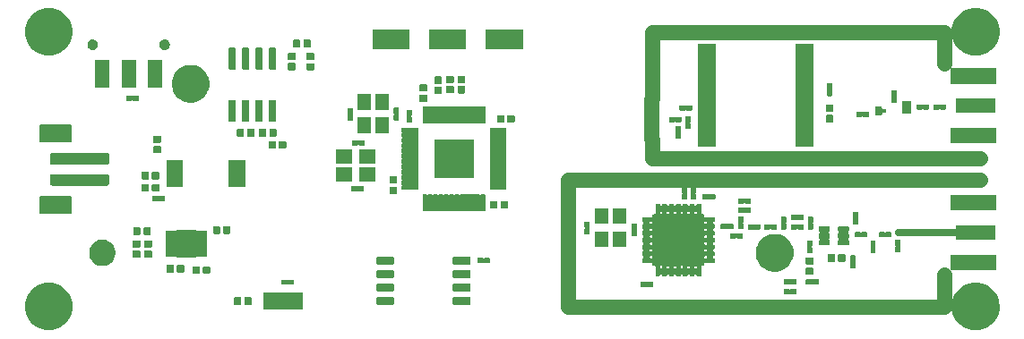
<source format=gbr>
G04 #@! TF.GenerationSoftware,KiCad,Pcbnew,(5.1.5)-3*
G04 #@! TF.CreationDate,2020-05-17T20:07:58+05:30*
G04 #@! TF.ProjectId,ArmTrax,41726d54-7261-4782-9e6b-696361645f70,rev?*
G04 #@! TF.SameCoordinates,Original*
G04 #@! TF.FileFunction,Soldermask,Top*
G04 #@! TF.FilePolarity,Negative*
%FSLAX46Y46*%
G04 Gerber Fmt 4.6, Leading zero omitted, Abs format (unit mm)*
G04 Created by KiCad (PCBNEW (5.1.5)-3) date 2020-05-17 20:07:58*
%MOMM*%
%LPD*%
G04 APERTURE LIST*
%ADD10C,1.400000*%
%ADD11C,0.700000*%
%ADD12C,0.010000*%
%ADD13C,0.100000*%
G04 APERTURE END LIST*
D10*
X149500000Y-64700000D02*
X135800000Y-64700000D01*
X119800000Y-64700000D02*
X111900000Y-64700000D01*
X147400000Y-73700000D02*
X147400000Y-76700000D01*
X147400000Y-76700000D02*
X111900000Y-76700000D01*
X111900000Y-76700000D02*
X111900000Y-64700000D01*
X135800000Y-64700000D02*
X119800000Y-64700000D01*
X150800000Y-64700000D02*
X149500000Y-64700000D01*
X119800000Y-50700000D02*
X119800000Y-57033260D01*
X119774990Y-57058270D02*
X119774990Y-60841730D01*
X147400000Y-50700000D02*
X119800000Y-50700000D01*
X147400000Y-53700000D02*
X147400000Y-50700000D01*
X119774990Y-60841730D02*
X119800000Y-60866740D01*
X119800000Y-60866740D02*
X119800000Y-62700000D01*
X119800000Y-62700000D02*
X135800000Y-62700000D01*
X135800000Y-62700000D02*
X150800000Y-62700000D01*
D11*
X150400000Y-69700000D02*
X143100000Y-69700000D01*
D12*
G36*
X143425000Y-57225000D02*
G01*
X144175000Y-57225000D01*
X144175000Y-58375000D01*
X143425000Y-58375000D01*
X143425000Y-57225000D01*
G37*
X143425000Y-57225000D02*
X144175000Y-57225000D01*
X144175000Y-58375000D01*
X143425000Y-58375000D01*
X143425000Y-57225000D01*
D13*
G36*
X150675880Y-74459776D02*
G01*
X151056593Y-74535504D01*
X151466249Y-74705189D01*
X151834929Y-74951534D01*
X152148466Y-75265071D01*
X152394811Y-75633751D01*
X152564496Y-76043407D01*
X152636950Y-76407661D01*
X152649736Y-76471938D01*
X152651000Y-76478296D01*
X152651000Y-76921704D01*
X152564496Y-77356593D01*
X152394811Y-77766249D01*
X152148466Y-78134929D01*
X151834929Y-78448466D01*
X151466249Y-78694811D01*
X151056593Y-78864496D01*
X150675880Y-78940224D01*
X150621705Y-78951000D01*
X150178295Y-78951000D01*
X150124120Y-78940224D01*
X149743407Y-78864496D01*
X149333751Y-78694811D01*
X148965071Y-78448466D01*
X148651534Y-78134929D01*
X148405189Y-77766249D01*
X148235504Y-77356593D01*
X148149000Y-76921704D01*
X148149000Y-76478296D01*
X148150265Y-76471938D01*
X148163050Y-76407661D01*
X148235504Y-76043407D01*
X148405189Y-75633751D01*
X148651534Y-75265071D01*
X148965071Y-74951534D01*
X149333751Y-74705189D01*
X149743407Y-74535504D01*
X150124120Y-74459776D01*
X150178295Y-74449000D01*
X150621705Y-74449000D01*
X150675880Y-74459776D01*
G37*
G36*
X63075880Y-74459776D02*
G01*
X63456593Y-74535504D01*
X63866249Y-74705189D01*
X64234929Y-74951534D01*
X64548466Y-75265071D01*
X64794811Y-75633751D01*
X64964496Y-76043407D01*
X65036950Y-76407661D01*
X65049736Y-76471938D01*
X65051000Y-76478296D01*
X65051000Y-76921704D01*
X64964496Y-77356593D01*
X64794811Y-77766249D01*
X64548466Y-78134929D01*
X64234929Y-78448466D01*
X63866249Y-78694811D01*
X63456593Y-78864496D01*
X63075880Y-78940224D01*
X63021705Y-78951000D01*
X62578295Y-78951000D01*
X62524120Y-78940224D01*
X62143407Y-78864496D01*
X61733751Y-78694811D01*
X61365071Y-78448466D01*
X61051534Y-78134929D01*
X60805189Y-77766249D01*
X60635504Y-77356593D01*
X60549000Y-76921704D01*
X60549000Y-76478296D01*
X60550265Y-76471938D01*
X60563050Y-76407661D01*
X60635504Y-76043407D01*
X60805189Y-75633751D01*
X61051534Y-75265071D01*
X61365071Y-74951534D01*
X61733751Y-74705189D01*
X62143407Y-74535504D01*
X62524120Y-74459776D01*
X62578295Y-74449000D01*
X63021705Y-74449000D01*
X63075880Y-74459776D01*
G37*
G36*
X86791000Y-76991000D02*
G01*
X83089000Y-76991000D01*
X83089000Y-75389000D01*
X86791000Y-75389000D01*
X86791000Y-76991000D01*
G37*
G36*
X80911938Y-75821716D02*
G01*
X80932557Y-75827971D01*
X80951553Y-75838124D01*
X80968208Y-75851792D01*
X80981876Y-75868447D01*
X80992029Y-75887443D01*
X80998284Y-75908062D01*
X81001000Y-75935640D01*
X81001000Y-76444360D01*
X80998284Y-76471938D01*
X80992029Y-76492557D01*
X80981876Y-76511553D01*
X80968208Y-76528208D01*
X80951553Y-76541876D01*
X80932557Y-76552029D01*
X80911938Y-76558284D01*
X80884360Y-76561000D01*
X80425640Y-76561000D01*
X80398062Y-76558284D01*
X80377443Y-76552029D01*
X80358447Y-76541876D01*
X80341792Y-76528208D01*
X80328124Y-76511553D01*
X80317971Y-76492557D01*
X80311716Y-76471938D01*
X80309000Y-76444360D01*
X80309000Y-75935640D01*
X80311716Y-75908062D01*
X80317971Y-75887443D01*
X80328124Y-75868447D01*
X80341792Y-75851792D01*
X80358447Y-75838124D01*
X80377443Y-75827971D01*
X80398062Y-75821716D01*
X80425640Y-75819000D01*
X80884360Y-75819000D01*
X80911938Y-75821716D01*
G37*
G36*
X81881938Y-75821716D02*
G01*
X81902557Y-75827971D01*
X81921553Y-75838124D01*
X81938208Y-75851792D01*
X81951876Y-75868447D01*
X81962029Y-75887443D01*
X81968284Y-75908062D01*
X81971000Y-75935640D01*
X81971000Y-76444360D01*
X81968284Y-76471938D01*
X81962029Y-76492557D01*
X81951876Y-76511553D01*
X81938208Y-76528208D01*
X81921553Y-76541876D01*
X81902557Y-76552029D01*
X81881938Y-76558284D01*
X81854360Y-76561000D01*
X81395640Y-76561000D01*
X81368062Y-76558284D01*
X81347443Y-76552029D01*
X81328447Y-76541876D01*
X81311792Y-76528208D01*
X81298124Y-76511553D01*
X81287971Y-76492557D01*
X81281716Y-76471938D01*
X81279000Y-76444360D01*
X81279000Y-75935640D01*
X81281716Y-75908062D01*
X81287971Y-75887443D01*
X81298124Y-75868447D01*
X81311792Y-75851792D01*
X81328447Y-75838124D01*
X81347443Y-75827971D01*
X81368062Y-75821716D01*
X81395640Y-75819000D01*
X81854360Y-75819000D01*
X81881938Y-75821716D01*
G37*
G36*
X102579928Y-75816764D02*
G01*
X102601009Y-75823160D01*
X102620445Y-75833548D01*
X102637476Y-75847524D01*
X102651452Y-75864555D01*
X102661840Y-75883991D01*
X102668236Y-75905072D01*
X102671000Y-75933140D01*
X102671000Y-76396860D01*
X102668236Y-76424928D01*
X102661840Y-76446009D01*
X102651452Y-76465445D01*
X102637476Y-76482476D01*
X102620445Y-76496452D01*
X102601009Y-76506840D01*
X102579928Y-76513236D01*
X102551860Y-76516000D01*
X101088140Y-76516000D01*
X101060072Y-76513236D01*
X101038991Y-76506840D01*
X101019555Y-76496452D01*
X101002524Y-76482476D01*
X100988548Y-76465445D01*
X100978160Y-76446009D01*
X100971764Y-76424928D01*
X100969000Y-76396860D01*
X100969000Y-75933140D01*
X100971764Y-75905072D01*
X100978160Y-75883991D01*
X100988548Y-75864555D01*
X101002524Y-75847524D01*
X101019555Y-75833548D01*
X101038991Y-75823160D01*
X101060072Y-75816764D01*
X101088140Y-75814000D01*
X102551860Y-75814000D01*
X102579928Y-75816764D01*
G37*
G36*
X95379928Y-75816764D02*
G01*
X95401009Y-75823160D01*
X95420445Y-75833548D01*
X95437476Y-75847524D01*
X95451452Y-75864555D01*
X95461840Y-75883991D01*
X95468236Y-75905072D01*
X95471000Y-75933140D01*
X95471000Y-76396860D01*
X95468236Y-76424928D01*
X95461840Y-76446009D01*
X95451452Y-76465445D01*
X95437476Y-76482476D01*
X95420445Y-76496452D01*
X95401009Y-76506840D01*
X95379928Y-76513236D01*
X95351860Y-76516000D01*
X93888140Y-76516000D01*
X93860072Y-76513236D01*
X93838991Y-76506840D01*
X93819555Y-76496452D01*
X93802524Y-76482476D01*
X93788548Y-76465445D01*
X93778160Y-76446009D01*
X93771764Y-76424928D01*
X93769000Y-76396860D01*
X93769000Y-75933140D01*
X93771764Y-75905072D01*
X93778160Y-75883991D01*
X93788548Y-75864555D01*
X93802524Y-75847524D01*
X93819555Y-75833548D01*
X93838991Y-75823160D01*
X93860072Y-75816764D01*
X93888140Y-75814000D01*
X95351860Y-75814000D01*
X95379928Y-75816764D01*
G37*
G36*
X132760170Y-75050803D02*
G01*
X132771877Y-75054355D01*
X132791077Y-75064617D01*
X132813716Y-75073994D01*
X132837749Y-75078774D01*
X132862253Y-75078774D01*
X132886286Y-75073993D01*
X132908923Y-75064617D01*
X132928123Y-75054355D01*
X132939830Y-75050803D01*
X132958138Y-75049000D01*
X133381862Y-75049000D01*
X133400170Y-75050803D01*
X133411875Y-75054354D01*
X133422665Y-75060121D01*
X133432119Y-75067881D01*
X133439879Y-75077335D01*
X133445646Y-75088125D01*
X133449197Y-75099830D01*
X133451000Y-75118138D01*
X133451000Y-75481862D01*
X133449197Y-75500170D01*
X133445646Y-75511875D01*
X133439879Y-75522665D01*
X133432119Y-75532119D01*
X133422665Y-75539879D01*
X133411875Y-75545646D01*
X133400170Y-75549197D01*
X133381862Y-75551000D01*
X132958138Y-75551000D01*
X132939830Y-75549197D01*
X132928123Y-75545645D01*
X132908923Y-75535383D01*
X132886284Y-75526006D01*
X132862251Y-75521226D01*
X132837747Y-75521226D01*
X132813714Y-75526007D01*
X132791077Y-75535383D01*
X132771877Y-75545645D01*
X132760170Y-75549197D01*
X132741862Y-75551000D01*
X132318138Y-75551000D01*
X132299830Y-75549197D01*
X132288125Y-75545646D01*
X132277335Y-75539879D01*
X132267881Y-75532119D01*
X132260121Y-75522665D01*
X132254354Y-75511875D01*
X132250803Y-75500170D01*
X132249000Y-75481862D01*
X132249000Y-75118138D01*
X132250803Y-75099830D01*
X132254354Y-75088125D01*
X132260121Y-75077335D01*
X132267881Y-75067881D01*
X132277335Y-75060121D01*
X132288125Y-75054354D01*
X132299830Y-75050803D01*
X132318138Y-75049000D01*
X132741862Y-75049000D01*
X132760170Y-75050803D01*
G37*
G36*
X95379928Y-74546764D02*
G01*
X95401009Y-74553160D01*
X95420445Y-74563548D01*
X95437476Y-74577524D01*
X95451452Y-74594555D01*
X95461840Y-74613991D01*
X95468236Y-74635072D01*
X95471000Y-74663140D01*
X95471000Y-75126860D01*
X95468236Y-75154928D01*
X95461840Y-75176009D01*
X95451452Y-75195445D01*
X95437476Y-75212476D01*
X95420445Y-75226452D01*
X95401009Y-75236840D01*
X95379928Y-75243236D01*
X95351860Y-75246000D01*
X93888140Y-75246000D01*
X93860072Y-75243236D01*
X93838991Y-75236840D01*
X93819555Y-75226452D01*
X93802524Y-75212476D01*
X93788548Y-75195445D01*
X93778160Y-75176009D01*
X93771764Y-75154928D01*
X93769000Y-75126860D01*
X93769000Y-74663140D01*
X93771764Y-74635072D01*
X93778160Y-74613991D01*
X93788548Y-74594555D01*
X93802524Y-74577524D01*
X93819555Y-74563548D01*
X93838991Y-74553160D01*
X93860072Y-74546764D01*
X93888140Y-74544000D01*
X95351860Y-74544000D01*
X95379928Y-74546764D01*
G37*
G36*
X102579928Y-74546764D02*
G01*
X102601009Y-74553160D01*
X102620445Y-74563548D01*
X102637476Y-74577524D01*
X102651452Y-74594555D01*
X102661840Y-74613991D01*
X102668236Y-74635072D01*
X102671000Y-74663140D01*
X102671000Y-75126860D01*
X102668236Y-75154928D01*
X102661840Y-75176009D01*
X102651452Y-75195445D01*
X102637476Y-75212476D01*
X102620445Y-75226452D01*
X102601009Y-75236840D01*
X102579928Y-75243236D01*
X102551860Y-75246000D01*
X101088140Y-75246000D01*
X101060072Y-75243236D01*
X101038991Y-75236840D01*
X101019555Y-75226452D01*
X101002524Y-75212476D01*
X100988548Y-75195445D01*
X100978160Y-75176009D01*
X100971764Y-75154928D01*
X100969000Y-75126860D01*
X100969000Y-74663140D01*
X100971764Y-74635072D01*
X100978160Y-74613991D01*
X100988548Y-74594555D01*
X101002524Y-74577524D01*
X101019555Y-74563548D01*
X101038991Y-74553160D01*
X101060072Y-74546764D01*
X101088140Y-74544000D01*
X102551860Y-74544000D01*
X102579928Y-74546764D01*
G37*
G36*
X119240170Y-74350803D02*
G01*
X119251877Y-74354355D01*
X119271077Y-74364617D01*
X119293716Y-74373994D01*
X119317749Y-74378774D01*
X119342253Y-74378774D01*
X119366286Y-74373993D01*
X119388923Y-74364617D01*
X119408123Y-74354355D01*
X119419830Y-74350803D01*
X119438138Y-74349000D01*
X119861862Y-74349000D01*
X119880170Y-74350803D01*
X119891875Y-74354354D01*
X119902665Y-74360121D01*
X119912119Y-74367881D01*
X119919879Y-74377335D01*
X119925646Y-74388125D01*
X119929197Y-74399830D01*
X119931000Y-74418138D01*
X119931000Y-74781862D01*
X119929197Y-74800170D01*
X119925646Y-74811875D01*
X119919879Y-74822665D01*
X119912119Y-74832119D01*
X119902665Y-74839879D01*
X119891875Y-74845646D01*
X119880170Y-74849197D01*
X119861862Y-74851000D01*
X119438138Y-74851000D01*
X119419830Y-74849197D01*
X119408123Y-74845645D01*
X119388923Y-74835383D01*
X119366284Y-74826006D01*
X119342251Y-74821226D01*
X119317747Y-74821226D01*
X119293714Y-74826007D01*
X119271077Y-74835383D01*
X119251877Y-74845645D01*
X119240170Y-74849197D01*
X119221862Y-74851000D01*
X118798138Y-74851000D01*
X118779830Y-74849197D01*
X118768125Y-74845646D01*
X118757335Y-74839879D01*
X118747881Y-74832119D01*
X118740121Y-74822665D01*
X118734354Y-74811875D01*
X118730803Y-74800170D01*
X118729000Y-74781862D01*
X118729000Y-74418138D01*
X118730803Y-74399830D01*
X118734354Y-74388125D01*
X118740121Y-74377335D01*
X118747881Y-74367881D01*
X118757335Y-74360121D01*
X118768125Y-74354354D01*
X118779830Y-74350803D01*
X118798138Y-74349000D01*
X119221862Y-74349000D01*
X119240170Y-74350803D01*
G37*
G36*
X85250170Y-74140803D02*
G01*
X85261877Y-74144355D01*
X85281077Y-74154617D01*
X85303716Y-74163994D01*
X85327749Y-74168774D01*
X85352253Y-74168774D01*
X85376286Y-74163993D01*
X85398923Y-74154617D01*
X85418123Y-74144355D01*
X85429830Y-74140803D01*
X85448138Y-74139000D01*
X85871862Y-74139000D01*
X85890170Y-74140803D01*
X85901875Y-74144354D01*
X85912665Y-74150121D01*
X85922119Y-74157881D01*
X85929879Y-74167335D01*
X85935646Y-74178125D01*
X85939197Y-74189830D01*
X85941000Y-74208138D01*
X85941000Y-74571862D01*
X85939197Y-74590170D01*
X85935646Y-74601875D01*
X85929879Y-74612665D01*
X85922119Y-74622119D01*
X85912665Y-74629879D01*
X85901875Y-74635646D01*
X85890170Y-74639197D01*
X85871862Y-74641000D01*
X85448138Y-74641000D01*
X85429830Y-74639197D01*
X85418123Y-74635645D01*
X85398923Y-74625383D01*
X85376284Y-74616006D01*
X85352251Y-74611226D01*
X85327747Y-74611226D01*
X85303714Y-74616007D01*
X85281077Y-74625383D01*
X85261877Y-74635645D01*
X85250170Y-74639197D01*
X85231862Y-74641000D01*
X84808138Y-74641000D01*
X84789830Y-74639197D01*
X84778125Y-74635646D01*
X84767335Y-74629879D01*
X84757881Y-74622119D01*
X84750121Y-74612665D01*
X84744354Y-74601875D01*
X84740803Y-74590170D01*
X84739000Y-74571862D01*
X84739000Y-74208138D01*
X84740803Y-74189830D01*
X84744354Y-74178125D01*
X84750121Y-74167335D01*
X84757881Y-74157881D01*
X84767335Y-74150121D01*
X84778125Y-74144354D01*
X84789830Y-74140803D01*
X84808138Y-74139000D01*
X85231862Y-74139000D01*
X85250170Y-74140803D01*
G37*
G36*
X132810170Y-74100803D02*
G01*
X132821877Y-74104355D01*
X132841077Y-74114617D01*
X132863716Y-74123994D01*
X132887749Y-74128774D01*
X132912253Y-74128774D01*
X132936286Y-74123993D01*
X132958923Y-74114617D01*
X132978123Y-74104355D01*
X132989830Y-74100803D01*
X133008138Y-74099000D01*
X133431862Y-74099000D01*
X133450170Y-74100803D01*
X133461875Y-74104354D01*
X133472665Y-74110121D01*
X133482119Y-74117881D01*
X133489879Y-74127335D01*
X133495646Y-74138125D01*
X133499197Y-74149830D01*
X133501000Y-74168138D01*
X133501000Y-74531862D01*
X133499197Y-74550170D01*
X133495646Y-74561875D01*
X133489879Y-74572665D01*
X133482119Y-74582119D01*
X133472665Y-74589879D01*
X133461875Y-74595646D01*
X133450170Y-74599197D01*
X133431862Y-74601000D01*
X133008138Y-74601000D01*
X132989830Y-74599197D01*
X132978123Y-74595645D01*
X132958923Y-74585383D01*
X132936284Y-74576006D01*
X132912251Y-74571226D01*
X132887747Y-74571226D01*
X132863714Y-74576007D01*
X132841077Y-74585383D01*
X132821877Y-74595645D01*
X132810170Y-74599197D01*
X132791862Y-74601000D01*
X132368138Y-74601000D01*
X132349830Y-74599197D01*
X132338125Y-74595646D01*
X132327335Y-74589879D01*
X132317881Y-74582119D01*
X132310121Y-74572665D01*
X132304354Y-74561875D01*
X132300803Y-74550170D01*
X132299000Y-74531862D01*
X132299000Y-74168138D01*
X132300803Y-74149830D01*
X132304354Y-74138125D01*
X132310121Y-74127335D01*
X132317881Y-74117881D01*
X132327335Y-74110121D01*
X132338125Y-74104354D01*
X132349830Y-74100803D01*
X132368138Y-74099000D01*
X132791862Y-74099000D01*
X132810170Y-74100803D01*
G37*
G36*
X134860170Y-74100803D02*
G01*
X134871877Y-74104355D01*
X134891077Y-74114617D01*
X134913716Y-74123994D01*
X134937749Y-74128774D01*
X134962253Y-74128774D01*
X134986286Y-74123993D01*
X135008923Y-74114617D01*
X135028123Y-74104355D01*
X135039830Y-74100803D01*
X135058138Y-74099000D01*
X135481862Y-74099000D01*
X135500170Y-74100803D01*
X135511875Y-74104354D01*
X135522665Y-74110121D01*
X135532119Y-74117881D01*
X135539879Y-74127335D01*
X135545646Y-74138125D01*
X135549197Y-74149830D01*
X135551000Y-74168138D01*
X135551000Y-74531862D01*
X135549197Y-74550170D01*
X135545646Y-74561875D01*
X135539879Y-74572665D01*
X135532119Y-74582119D01*
X135522665Y-74589879D01*
X135511875Y-74595646D01*
X135500170Y-74599197D01*
X135481862Y-74601000D01*
X135058138Y-74601000D01*
X135039830Y-74599197D01*
X135028123Y-74595645D01*
X135008923Y-74585383D01*
X134986284Y-74576006D01*
X134962251Y-74571226D01*
X134937747Y-74571226D01*
X134913714Y-74576007D01*
X134891077Y-74585383D01*
X134871877Y-74595645D01*
X134860170Y-74599197D01*
X134841862Y-74601000D01*
X134418138Y-74601000D01*
X134399830Y-74599197D01*
X134388125Y-74595646D01*
X134377335Y-74589879D01*
X134367881Y-74582119D01*
X134360121Y-74572665D01*
X134354354Y-74561875D01*
X134350803Y-74550170D01*
X134349000Y-74531862D01*
X134349000Y-74168138D01*
X134350803Y-74149830D01*
X134354354Y-74138125D01*
X134360121Y-74127335D01*
X134367881Y-74117881D01*
X134377335Y-74110121D01*
X134388125Y-74104354D01*
X134399830Y-74100803D01*
X134418138Y-74099000D01*
X134841862Y-74099000D01*
X134860170Y-74100803D01*
G37*
G36*
X102579928Y-73276764D02*
G01*
X102601009Y-73283160D01*
X102620445Y-73293548D01*
X102637476Y-73307524D01*
X102651452Y-73324555D01*
X102661840Y-73343991D01*
X102668236Y-73365072D01*
X102671000Y-73393140D01*
X102671000Y-73856860D01*
X102668236Y-73884928D01*
X102661840Y-73906009D01*
X102651452Y-73925445D01*
X102637476Y-73942476D01*
X102620445Y-73956452D01*
X102601009Y-73966840D01*
X102579928Y-73973236D01*
X102551860Y-73976000D01*
X101088140Y-73976000D01*
X101060072Y-73973236D01*
X101038991Y-73966840D01*
X101019555Y-73956452D01*
X101002524Y-73942476D01*
X100988548Y-73925445D01*
X100978160Y-73906009D01*
X100971764Y-73884928D01*
X100969000Y-73856860D01*
X100969000Y-73393140D01*
X100971764Y-73365072D01*
X100978160Y-73343991D01*
X100988548Y-73324555D01*
X101002524Y-73307524D01*
X101019555Y-73293548D01*
X101038991Y-73283160D01*
X101060072Y-73276764D01*
X101088140Y-73274000D01*
X102551860Y-73274000D01*
X102579928Y-73276764D01*
G37*
G36*
X95379928Y-73276764D02*
G01*
X95401009Y-73283160D01*
X95420445Y-73293548D01*
X95437476Y-73307524D01*
X95451452Y-73324555D01*
X95461840Y-73343991D01*
X95468236Y-73365072D01*
X95471000Y-73393140D01*
X95471000Y-73856860D01*
X95468236Y-73884928D01*
X95461840Y-73906009D01*
X95451452Y-73925445D01*
X95437476Y-73942476D01*
X95420445Y-73956452D01*
X95401009Y-73966840D01*
X95379928Y-73973236D01*
X95351860Y-73976000D01*
X93888140Y-73976000D01*
X93860072Y-73973236D01*
X93838991Y-73966840D01*
X93819555Y-73956452D01*
X93802524Y-73942476D01*
X93788548Y-73925445D01*
X93778160Y-73906009D01*
X93771764Y-73884928D01*
X93769000Y-73856860D01*
X93769000Y-73393140D01*
X93771764Y-73365072D01*
X93778160Y-73343991D01*
X93788548Y-73324555D01*
X93802524Y-73307524D01*
X93819555Y-73293548D01*
X93838991Y-73283160D01*
X93860072Y-73276764D01*
X93888140Y-73274000D01*
X95351860Y-73274000D01*
X95379928Y-73276764D01*
G37*
G36*
X120520295Y-66975323D02*
G01*
X120527310Y-66977451D01*
X120533776Y-66980908D01*
X120539442Y-66985558D01*
X120544092Y-66991224D01*
X120547549Y-66997690D01*
X120549677Y-67004705D01*
X120550603Y-67014109D01*
X120555383Y-67038142D01*
X120564761Y-67060781D01*
X120578374Y-67081155D01*
X120595701Y-67098482D01*
X120616076Y-67112096D01*
X120638715Y-67121474D01*
X120662748Y-67126254D01*
X120687252Y-67126254D01*
X120711285Y-67121474D01*
X120733924Y-67112096D01*
X120754298Y-67098483D01*
X120771625Y-67081156D01*
X120785239Y-67060781D01*
X120794617Y-67038142D01*
X120799397Y-67014109D01*
X120800323Y-67004705D01*
X120802451Y-66997690D01*
X120805908Y-66991224D01*
X120810558Y-66985558D01*
X120816224Y-66980908D01*
X120822690Y-66977451D01*
X120829705Y-66975323D01*
X120843140Y-66974000D01*
X121156860Y-66974000D01*
X121170295Y-66975323D01*
X121177310Y-66977451D01*
X121183776Y-66980908D01*
X121189442Y-66985558D01*
X121194092Y-66991224D01*
X121197549Y-66997690D01*
X121199677Y-67004705D01*
X121200603Y-67014109D01*
X121205383Y-67038142D01*
X121214761Y-67060781D01*
X121228374Y-67081155D01*
X121245701Y-67098482D01*
X121266076Y-67112096D01*
X121288715Y-67121474D01*
X121312748Y-67126254D01*
X121337252Y-67126254D01*
X121361285Y-67121474D01*
X121383924Y-67112096D01*
X121404298Y-67098483D01*
X121421625Y-67081156D01*
X121435239Y-67060781D01*
X121444617Y-67038142D01*
X121449397Y-67014109D01*
X121450323Y-67004705D01*
X121452451Y-66997690D01*
X121455908Y-66991224D01*
X121460558Y-66985558D01*
X121466224Y-66980908D01*
X121472690Y-66977451D01*
X121479705Y-66975323D01*
X121493140Y-66974000D01*
X121806860Y-66974000D01*
X121820295Y-66975323D01*
X121827310Y-66977451D01*
X121833776Y-66980908D01*
X121839442Y-66985558D01*
X121844092Y-66991224D01*
X121847549Y-66997690D01*
X121849677Y-67004705D01*
X121850603Y-67014109D01*
X121855383Y-67038142D01*
X121864761Y-67060781D01*
X121878374Y-67081155D01*
X121895701Y-67098482D01*
X121916076Y-67112096D01*
X121938715Y-67121474D01*
X121962748Y-67126254D01*
X121987252Y-67126254D01*
X122011285Y-67121474D01*
X122033924Y-67112096D01*
X122054298Y-67098483D01*
X122071625Y-67081156D01*
X122085239Y-67060781D01*
X122094617Y-67038142D01*
X122099397Y-67014109D01*
X122100323Y-67004705D01*
X122102451Y-66997690D01*
X122105908Y-66991224D01*
X122110558Y-66985558D01*
X122116224Y-66980908D01*
X122122690Y-66977451D01*
X122129705Y-66975323D01*
X122143140Y-66974000D01*
X122456860Y-66974000D01*
X122470295Y-66975323D01*
X122477310Y-66977451D01*
X122483776Y-66980908D01*
X122489442Y-66985558D01*
X122494092Y-66991224D01*
X122497549Y-66997690D01*
X122499677Y-67004705D01*
X122500603Y-67014109D01*
X122505383Y-67038142D01*
X122514761Y-67060781D01*
X122528374Y-67081155D01*
X122545701Y-67098482D01*
X122566076Y-67112096D01*
X122588715Y-67121474D01*
X122612748Y-67126254D01*
X122637252Y-67126254D01*
X122661285Y-67121474D01*
X122683924Y-67112096D01*
X122704298Y-67098483D01*
X122721625Y-67081156D01*
X122735239Y-67060781D01*
X122744617Y-67038142D01*
X122749397Y-67014109D01*
X122750323Y-67004705D01*
X122752451Y-66997690D01*
X122755908Y-66991224D01*
X122760558Y-66985558D01*
X122766224Y-66980908D01*
X122772690Y-66977451D01*
X122779705Y-66975323D01*
X122793140Y-66974000D01*
X123106860Y-66974000D01*
X123120295Y-66975323D01*
X123127310Y-66977451D01*
X123133776Y-66980908D01*
X123139442Y-66985558D01*
X123144092Y-66991224D01*
X123147549Y-66997690D01*
X123149677Y-67004705D01*
X123150603Y-67014109D01*
X123155383Y-67038142D01*
X123164761Y-67060781D01*
X123178374Y-67081155D01*
X123195701Y-67098482D01*
X123216076Y-67112096D01*
X123238715Y-67121474D01*
X123262748Y-67126254D01*
X123287252Y-67126254D01*
X123311285Y-67121474D01*
X123333924Y-67112096D01*
X123354298Y-67098483D01*
X123371625Y-67081156D01*
X123385239Y-67060781D01*
X123394617Y-67038142D01*
X123399397Y-67014109D01*
X123400323Y-67004705D01*
X123402451Y-66997690D01*
X123405908Y-66991224D01*
X123410558Y-66985558D01*
X123416224Y-66980908D01*
X123422690Y-66977451D01*
X123429705Y-66975323D01*
X123443140Y-66974000D01*
X123756860Y-66974000D01*
X123770295Y-66975323D01*
X123777310Y-66977451D01*
X123783776Y-66980908D01*
X123789442Y-66985558D01*
X123794092Y-66991224D01*
X123797549Y-66997690D01*
X123799677Y-67004705D01*
X123800603Y-67014109D01*
X123805383Y-67038142D01*
X123814761Y-67060781D01*
X123828374Y-67081155D01*
X123845701Y-67098482D01*
X123866076Y-67112096D01*
X123888715Y-67121474D01*
X123912748Y-67126254D01*
X123937252Y-67126254D01*
X123961285Y-67121474D01*
X123983924Y-67112096D01*
X124004298Y-67098483D01*
X124021625Y-67081156D01*
X124035239Y-67060781D01*
X124044617Y-67038142D01*
X124049397Y-67014109D01*
X124050323Y-67004705D01*
X124052451Y-66997690D01*
X124055908Y-66991224D01*
X124060558Y-66985558D01*
X124066224Y-66980908D01*
X124072690Y-66977451D01*
X124079705Y-66975323D01*
X124093140Y-66974000D01*
X124406860Y-66974000D01*
X124420295Y-66975323D01*
X124427310Y-66977451D01*
X124433776Y-66980908D01*
X124439442Y-66985558D01*
X124444092Y-66991224D01*
X124447549Y-66997690D01*
X124449677Y-67004705D01*
X124451000Y-67018140D01*
X124451000Y-67806859D01*
X124450518Y-67811755D01*
X124450519Y-67836259D01*
X124455301Y-67860292D01*
X124464679Y-67882930D01*
X124478294Y-67903304D01*
X124495622Y-67920630D01*
X124515997Y-67934243D01*
X124538636Y-67943619D01*
X124574916Y-67949000D01*
X124601528Y-67949000D01*
X124635513Y-67952347D01*
X124662287Y-67960469D01*
X124686964Y-67973659D01*
X124708592Y-67991408D01*
X124726341Y-68013036D01*
X124739531Y-68037713D01*
X124747653Y-68064487D01*
X124751000Y-68098472D01*
X124751000Y-68125084D01*
X124753402Y-68149470D01*
X124760515Y-68172919D01*
X124772066Y-68194530D01*
X124787611Y-68213472D01*
X124806553Y-68229017D01*
X124828164Y-68240568D01*
X124851613Y-68247681D01*
X124888245Y-68249482D01*
X124893141Y-68249000D01*
X125681860Y-68249000D01*
X125695295Y-68250323D01*
X125702310Y-68252451D01*
X125708776Y-68255908D01*
X125714442Y-68260558D01*
X125719092Y-68266224D01*
X125722549Y-68272690D01*
X125724677Y-68279705D01*
X125726000Y-68293140D01*
X125726000Y-68606860D01*
X125724677Y-68620295D01*
X125722549Y-68627310D01*
X125719092Y-68633776D01*
X125714442Y-68639442D01*
X125708776Y-68644092D01*
X125702310Y-68647549D01*
X125695295Y-68649677D01*
X125685891Y-68650603D01*
X125661858Y-68655383D01*
X125639219Y-68664761D01*
X125618845Y-68678374D01*
X125601518Y-68695701D01*
X125587904Y-68716076D01*
X125578526Y-68738715D01*
X125573746Y-68762748D01*
X125573746Y-68787252D01*
X125578526Y-68811285D01*
X125587904Y-68833924D01*
X125601517Y-68854298D01*
X125618844Y-68871625D01*
X125639219Y-68885239D01*
X125661858Y-68894617D01*
X125685891Y-68899397D01*
X125695295Y-68900323D01*
X125702310Y-68902451D01*
X125708776Y-68905908D01*
X125714442Y-68910558D01*
X125719092Y-68916224D01*
X125722549Y-68922690D01*
X125724677Y-68929705D01*
X125726000Y-68943140D01*
X125726000Y-69256860D01*
X125724677Y-69270295D01*
X125722549Y-69277310D01*
X125719092Y-69283776D01*
X125714442Y-69289442D01*
X125708776Y-69294092D01*
X125702310Y-69297549D01*
X125695295Y-69299677D01*
X125685891Y-69300603D01*
X125661858Y-69305383D01*
X125639219Y-69314761D01*
X125618845Y-69328374D01*
X125601518Y-69345701D01*
X125587904Y-69366076D01*
X125578526Y-69388715D01*
X125573746Y-69412748D01*
X125573746Y-69437252D01*
X125578526Y-69461285D01*
X125587904Y-69483924D01*
X125601517Y-69504298D01*
X125618844Y-69521625D01*
X125639219Y-69535239D01*
X125661858Y-69544617D01*
X125685891Y-69549397D01*
X125695295Y-69550323D01*
X125702310Y-69552451D01*
X125708776Y-69555908D01*
X125714442Y-69560558D01*
X125719092Y-69566224D01*
X125722549Y-69572690D01*
X125724677Y-69579705D01*
X125726000Y-69593140D01*
X125726000Y-69906860D01*
X125724677Y-69920295D01*
X125722549Y-69927310D01*
X125719092Y-69933776D01*
X125714442Y-69939442D01*
X125708776Y-69944092D01*
X125702310Y-69947549D01*
X125695295Y-69949677D01*
X125685891Y-69950603D01*
X125661858Y-69955383D01*
X125639219Y-69964761D01*
X125618845Y-69978374D01*
X125601518Y-69995701D01*
X125587904Y-70016076D01*
X125578526Y-70038715D01*
X125573746Y-70062748D01*
X125573746Y-70087252D01*
X125578526Y-70111285D01*
X125587904Y-70133924D01*
X125601517Y-70154298D01*
X125618844Y-70171625D01*
X125639219Y-70185239D01*
X125661858Y-70194617D01*
X125685891Y-70199397D01*
X125695295Y-70200323D01*
X125702310Y-70202451D01*
X125708776Y-70205908D01*
X125714442Y-70210558D01*
X125719092Y-70216224D01*
X125722549Y-70222690D01*
X125724677Y-70229705D01*
X125726000Y-70243140D01*
X125726000Y-70556860D01*
X125724677Y-70570295D01*
X125722549Y-70577310D01*
X125719092Y-70583776D01*
X125714442Y-70589442D01*
X125708776Y-70594092D01*
X125702310Y-70597549D01*
X125695295Y-70599677D01*
X125685891Y-70600603D01*
X125661858Y-70605383D01*
X125639219Y-70614761D01*
X125618845Y-70628374D01*
X125601518Y-70645701D01*
X125587904Y-70666076D01*
X125578526Y-70688715D01*
X125573746Y-70712748D01*
X125573746Y-70737252D01*
X125578526Y-70761285D01*
X125587904Y-70783924D01*
X125601517Y-70804298D01*
X125618844Y-70821625D01*
X125639219Y-70835239D01*
X125661858Y-70844617D01*
X125685891Y-70849397D01*
X125695295Y-70850323D01*
X125702310Y-70852451D01*
X125708776Y-70855908D01*
X125714442Y-70860558D01*
X125719092Y-70866224D01*
X125722549Y-70872690D01*
X125724677Y-70879705D01*
X125726000Y-70893140D01*
X125726000Y-71206860D01*
X125724677Y-71220295D01*
X125722549Y-71227310D01*
X125719092Y-71233776D01*
X125714442Y-71239442D01*
X125708776Y-71244092D01*
X125702310Y-71247549D01*
X125695295Y-71249677D01*
X125685891Y-71250603D01*
X125661858Y-71255383D01*
X125639219Y-71264761D01*
X125618845Y-71278374D01*
X125601518Y-71295701D01*
X125587904Y-71316076D01*
X125578526Y-71338715D01*
X125573746Y-71362748D01*
X125573746Y-71387252D01*
X125578526Y-71411285D01*
X125587904Y-71433924D01*
X125601517Y-71454298D01*
X125618844Y-71471625D01*
X125639219Y-71485239D01*
X125661858Y-71494617D01*
X125685891Y-71499397D01*
X125695295Y-71500323D01*
X125702310Y-71502451D01*
X125708776Y-71505908D01*
X125714442Y-71510558D01*
X125719092Y-71516224D01*
X125722549Y-71522690D01*
X125724677Y-71529705D01*
X125726000Y-71543140D01*
X125726000Y-71856860D01*
X125724677Y-71870295D01*
X125722549Y-71877310D01*
X125719092Y-71883776D01*
X125714442Y-71889442D01*
X125708776Y-71894092D01*
X125702310Y-71897549D01*
X125695295Y-71899677D01*
X125685891Y-71900603D01*
X125661858Y-71905383D01*
X125639219Y-71914761D01*
X125618845Y-71928374D01*
X125601518Y-71945701D01*
X125587904Y-71966076D01*
X125578526Y-71988715D01*
X125573746Y-72012748D01*
X125573746Y-72037252D01*
X125578526Y-72061285D01*
X125587904Y-72083924D01*
X125601517Y-72104298D01*
X125618844Y-72121625D01*
X125639219Y-72135239D01*
X125661858Y-72144617D01*
X125685891Y-72149397D01*
X125695295Y-72150323D01*
X125702310Y-72152451D01*
X125708776Y-72155908D01*
X125714442Y-72160558D01*
X125719092Y-72166224D01*
X125722549Y-72172690D01*
X125724677Y-72179705D01*
X125726000Y-72193140D01*
X125726000Y-72506860D01*
X125724677Y-72520295D01*
X125722549Y-72527310D01*
X125719092Y-72533776D01*
X125714442Y-72539442D01*
X125708776Y-72544092D01*
X125702310Y-72547549D01*
X125695295Y-72549677D01*
X125681860Y-72551000D01*
X124893141Y-72551000D01*
X124888245Y-72550518D01*
X124863741Y-72550519D01*
X124839708Y-72555301D01*
X124817070Y-72564679D01*
X124796696Y-72578294D01*
X124779370Y-72595622D01*
X124765757Y-72615997D01*
X124756381Y-72638636D01*
X124751000Y-72674916D01*
X124751000Y-72701528D01*
X124747653Y-72735513D01*
X124739531Y-72762287D01*
X124726341Y-72786964D01*
X124708592Y-72808592D01*
X124686964Y-72826341D01*
X124662287Y-72839531D01*
X124635513Y-72847653D01*
X124601528Y-72851000D01*
X124574916Y-72851000D01*
X124550530Y-72853402D01*
X124527081Y-72860515D01*
X124505470Y-72872066D01*
X124486528Y-72887611D01*
X124470983Y-72906553D01*
X124459432Y-72928164D01*
X124452319Y-72951613D01*
X124450518Y-72988245D01*
X124451000Y-72993141D01*
X124451000Y-73781860D01*
X124449677Y-73795295D01*
X124447549Y-73802310D01*
X124444092Y-73808776D01*
X124439442Y-73814442D01*
X124433776Y-73819092D01*
X124427310Y-73822549D01*
X124420295Y-73824677D01*
X124406860Y-73826000D01*
X124093140Y-73826000D01*
X124079705Y-73824677D01*
X124072690Y-73822549D01*
X124066224Y-73819092D01*
X124060558Y-73814442D01*
X124055908Y-73808776D01*
X124052451Y-73802310D01*
X124050323Y-73795295D01*
X124049397Y-73785891D01*
X124044617Y-73761858D01*
X124035239Y-73739219D01*
X124021626Y-73718845D01*
X124004299Y-73701518D01*
X123983924Y-73687904D01*
X123961285Y-73678526D01*
X123937252Y-73673746D01*
X123912748Y-73673746D01*
X123888715Y-73678526D01*
X123866076Y-73687904D01*
X123845702Y-73701517D01*
X123828375Y-73718844D01*
X123814761Y-73739219D01*
X123805383Y-73761858D01*
X123800603Y-73785891D01*
X123799677Y-73795295D01*
X123797549Y-73802310D01*
X123794092Y-73808776D01*
X123789442Y-73814442D01*
X123783776Y-73819092D01*
X123777310Y-73822549D01*
X123770295Y-73824677D01*
X123756860Y-73826000D01*
X123443140Y-73826000D01*
X123429705Y-73824677D01*
X123422690Y-73822549D01*
X123416224Y-73819092D01*
X123410558Y-73814442D01*
X123405908Y-73808776D01*
X123402451Y-73802310D01*
X123400323Y-73795295D01*
X123399397Y-73785891D01*
X123394617Y-73761858D01*
X123385239Y-73739219D01*
X123371626Y-73718845D01*
X123354299Y-73701518D01*
X123333924Y-73687904D01*
X123311285Y-73678526D01*
X123287252Y-73673746D01*
X123262748Y-73673746D01*
X123238715Y-73678526D01*
X123216076Y-73687904D01*
X123195702Y-73701517D01*
X123178375Y-73718844D01*
X123164761Y-73739219D01*
X123155383Y-73761858D01*
X123150603Y-73785891D01*
X123149677Y-73795295D01*
X123147549Y-73802310D01*
X123144092Y-73808776D01*
X123139442Y-73814442D01*
X123133776Y-73819092D01*
X123127310Y-73822549D01*
X123120295Y-73824677D01*
X123106860Y-73826000D01*
X122793140Y-73826000D01*
X122779705Y-73824677D01*
X122772690Y-73822549D01*
X122766224Y-73819092D01*
X122760558Y-73814442D01*
X122755908Y-73808776D01*
X122752451Y-73802310D01*
X122750323Y-73795295D01*
X122749397Y-73785891D01*
X122744617Y-73761858D01*
X122735239Y-73739219D01*
X122721626Y-73718845D01*
X122704299Y-73701518D01*
X122683924Y-73687904D01*
X122661285Y-73678526D01*
X122637252Y-73673746D01*
X122612748Y-73673746D01*
X122588715Y-73678526D01*
X122566076Y-73687904D01*
X122545702Y-73701517D01*
X122528375Y-73718844D01*
X122514761Y-73739219D01*
X122505383Y-73761858D01*
X122500603Y-73785891D01*
X122499677Y-73795295D01*
X122497549Y-73802310D01*
X122494092Y-73808776D01*
X122489442Y-73814442D01*
X122483776Y-73819092D01*
X122477310Y-73822549D01*
X122470295Y-73824677D01*
X122456860Y-73826000D01*
X122143140Y-73826000D01*
X122129705Y-73824677D01*
X122122690Y-73822549D01*
X122116224Y-73819092D01*
X122110558Y-73814442D01*
X122105908Y-73808776D01*
X122102451Y-73802310D01*
X122100323Y-73795295D01*
X122099397Y-73785891D01*
X122094617Y-73761858D01*
X122085239Y-73739219D01*
X122071626Y-73718845D01*
X122054299Y-73701518D01*
X122033924Y-73687904D01*
X122011285Y-73678526D01*
X121987252Y-73673746D01*
X121962748Y-73673746D01*
X121938715Y-73678526D01*
X121916076Y-73687904D01*
X121895702Y-73701517D01*
X121878375Y-73718844D01*
X121864761Y-73739219D01*
X121855383Y-73761858D01*
X121850603Y-73785891D01*
X121849677Y-73795295D01*
X121847549Y-73802310D01*
X121844092Y-73808776D01*
X121839442Y-73814442D01*
X121833776Y-73819092D01*
X121827310Y-73822549D01*
X121820295Y-73824677D01*
X121806860Y-73826000D01*
X121493140Y-73826000D01*
X121479705Y-73824677D01*
X121472690Y-73822549D01*
X121466224Y-73819092D01*
X121460558Y-73814442D01*
X121455908Y-73808776D01*
X121452451Y-73802310D01*
X121450323Y-73795295D01*
X121449397Y-73785891D01*
X121444617Y-73761858D01*
X121435239Y-73739219D01*
X121421626Y-73718845D01*
X121404299Y-73701518D01*
X121383924Y-73687904D01*
X121361285Y-73678526D01*
X121337252Y-73673746D01*
X121312748Y-73673746D01*
X121288715Y-73678526D01*
X121266076Y-73687904D01*
X121245702Y-73701517D01*
X121228375Y-73718844D01*
X121214761Y-73739219D01*
X121205383Y-73761858D01*
X121200603Y-73785891D01*
X121199677Y-73795295D01*
X121197549Y-73802310D01*
X121194092Y-73808776D01*
X121189442Y-73814442D01*
X121183776Y-73819092D01*
X121177310Y-73822549D01*
X121170295Y-73824677D01*
X121156860Y-73826000D01*
X120843140Y-73826000D01*
X120829705Y-73824677D01*
X120822690Y-73822549D01*
X120816224Y-73819092D01*
X120810558Y-73814442D01*
X120805908Y-73808776D01*
X120802451Y-73802310D01*
X120800323Y-73795295D01*
X120799397Y-73785891D01*
X120794617Y-73761858D01*
X120785239Y-73739219D01*
X120771626Y-73718845D01*
X120754299Y-73701518D01*
X120733924Y-73687904D01*
X120711285Y-73678526D01*
X120687252Y-73673746D01*
X120662748Y-73673746D01*
X120638715Y-73678526D01*
X120616076Y-73687904D01*
X120595702Y-73701517D01*
X120578375Y-73718844D01*
X120564761Y-73739219D01*
X120555383Y-73761858D01*
X120550603Y-73785891D01*
X120549677Y-73795295D01*
X120547549Y-73802310D01*
X120544092Y-73808776D01*
X120539442Y-73814442D01*
X120533776Y-73819092D01*
X120527310Y-73822549D01*
X120520295Y-73824677D01*
X120506860Y-73826000D01*
X120193140Y-73826000D01*
X120179705Y-73824677D01*
X120172690Y-73822549D01*
X120166224Y-73819092D01*
X120160558Y-73814442D01*
X120155908Y-73808776D01*
X120152451Y-73802310D01*
X120150323Y-73795295D01*
X120149000Y-73781860D01*
X120149000Y-72993141D01*
X120149482Y-72988245D01*
X120149482Y-72988178D01*
X120550512Y-72988178D01*
X120550596Y-72989036D01*
X120555362Y-73013072D01*
X120564726Y-73035717D01*
X120578328Y-73056099D01*
X120595645Y-73073436D01*
X120616012Y-73087062D01*
X120638645Y-73096452D01*
X120662675Y-73101247D01*
X120687179Y-73101261D01*
X120711215Y-73096495D01*
X120733860Y-73087131D01*
X120754242Y-73073529D01*
X120771579Y-73056212D01*
X120785205Y-73035845D01*
X120794595Y-73013212D01*
X120799404Y-72989036D01*
X120799488Y-72988178D01*
X121200512Y-72988178D01*
X121200596Y-72989036D01*
X121205362Y-73013072D01*
X121214726Y-73035717D01*
X121228328Y-73056099D01*
X121245645Y-73073436D01*
X121266012Y-73087062D01*
X121288645Y-73096452D01*
X121312675Y-73101247D01*
X121337179Y-73101261D01*
X121361215Y-73096495D01*
X121383860Y-73087131D01*
X121404242Y-73073529D01*
X121421579Y-73056212D01*
X121435205Y-73035845D01*
X121444595Y-73013212D01*
X121449404Y-72989036D01*
X121449488Y-72988178D01*
X121850512Y-72988178D01*
X121850596Y-72989036D01*
X121855362Y-73013072D01*
X121864726Y-73035717D01*
X121878328Y-73056099D01*
X121895645Y-73073436D01*
X121916012Y-73087062D01*
X121938645Y-73096452D01*
X121962675Y-73101247D01*
X121987179Y-73101261D01*
X122011215Y-73096495D01*
X122033860Y-73087131D01*
X122054242Y-73073529D01*
X122071579Y-73056212D01*
X122085205Y-73035845D01*
X122094595Y-73013212D01*
X122099404Y-72989036D01*
X122099488Y-72988178D01*
X122500512Y-72988178D01*
X122500596Y-72989036D01*
X122505362Y-73013072D01*
X122514726Y-73035717D01*
X122528328Y-73056099D01*
X122545645Y-73073436D01*
X122566012Y-73087062D01*
X122588645Y-73096452D01*
X122612675Y-73101247D01*
X122637179Y-73101261D01*
X122661215Y-73096495D01*
X122683860Y-73087131D01*
X122704242Y-73073529D01*
X122721579Y-73056212D01*
X122735205Y-73035845D01*
X122744595Y-73013212D01*
X122749404Y-72989036D01*
X122749488Y-72988178D01*
X123150512Y-72988178D01*
X123150596Y-72989036D01*
X123155362Y-73013072D01*
X123164726Y-73035717D01*
X123178328Y-73056099D01*
X123195645Y-73073436D01*
X123216012Y-73087062D01*
X123238645Y-73096452D01*
X123262675Y-73101247D01*
X123287179Y-73101261D01*
X123311215Y-73096495D01*
X123333860Y-73087131D01*
X123354242Y-73073529D01*
X123371579Y-73056212D01*
X123385205Y-73035845D01*
X123394595Y-73013212D01*
X123399404Y-72989036D01*
X123399488Y-72988178D01*
X123800512Y-72988178D01*
X123800596Y-72989036D01*
X123805362Y-73013072D01*
X123814726Y-73035717D01*
X123828328Y-73056099D01*
X123845645Y-73073436D01*
X123866012Y-73087062D01*
X123888645Y-73096452D01*
X123912675Y-73101247D01*
X123937179Y-73101261D01*
X123961215Y-73096495D01*
X123983860Y-73087131D01*
X124004242Y-73073529D01*
X124021579Y-73056212D01*
X124035205Y-73035845D01*
X124044595Y-73013212D01*
X124049404Y-72989036D01*
X124049488Y-72988178D01*
X124049474Y-72963674D01*
X124044679Y-72939644D01*
X124035289Y-72917011D01*
X124021663Y-72896644D01*
X124004326Y-72879327D01*
X123983944Y-72865725D01*
X123961299Y-72856361D01*
X123925084Y-72851000D01*
X123924916Y-72851000D01*
X123900530Y-72853402D01*
X123877081Y-72860515D01*
X123855470Y-72872066D01*
X123836528Y-72887611D01*
X123820983Y-72906553D01*
X123809432Y-72928164D01*
X123802319Y-72951613D01*
X123800512Y-72988178D01*
X123399488Y-72988178D01*
X123399474Y-72963674D01*
X123394679Y-72939644D01*
X123385289Y-72917011D01*
X123371663Y-72896644D01*
X123354326Y-72879327D01*
X123333944Y-72865725D01*
X123311299Y-72856361D01*
X123275084Y-72851000D01*
X123274916Y-72851000D01*
X123250530Y-72853402D01*
X123227081Y-72860515D01*
X123205470Y-72872066D01*
X123186528Y-72887611D01*
X123170983Y-72906553D01*
X123159432Y-72928164D01*
X123152319Y-72951613D01*
X123150512Y-72988178D01*
X122749488Y-72988178D01*
X122749474Y-72963674D01*
X122744679Y-72939644D01*
X122735289Y-72917011D01*
X122721663Y-72896644D01*
X122704326Y-72879327D01*
X122683944Y-72865725D01*
X122661299Y-72856361D01*
X122625084Y-72851000D01*
X122624916Y-72851000D01*
X122600530Y-72853402D01*
X122577081Y-72860515D01*
X122555470Y-72872066D01*
X122536528Y-72887611D01*
X122520983Y-72906553D01*
X122509432Y-72928164D01*
X122502319Y-72951613D01*
X122500512Y-72988178D01*
X122099488Y-72988178D01*
X122099474Y-72963674D01*
X122094679Y-72939644D01*
X122085289Y-72917011D01*
X122071663Y-72896644D01*
X122054326Y-72879327D01*
X122033944Y-72865725D01*
X122011299Y-72856361D01*
X121975084Y-72851000D01*
X121974916Y-72851000D01*
X121950530Y-72853402D01*
X121927081Y-72860515D01*
X121905470Y-72872066D01*
X121886528Y-72887611D01*
X121870983Y-72906553D01*
X121859432Y-72928164D01*
X121852319Y-72951613D01*
X121850512Y-72988178D01*
X121449488Y-72988178D01*
X121449474Y-72963674D01*
X121444679Y-72939644D01*
X121435289Y-72917011D01*
X121421663Y-72896644D01*
X121404326Y-72879327D01*
X121383944Y-72865725D01*
X121361299Y-72856361D01*
X121325084Y-72851000D01*
X121324916Y-72851000D01*
X121300530Y-72853402D01*
X121277081Y-72860515D01*
X121255470Y-72872066D01*
X121236528Y-72887611D01*
X121220983Y-72906553D01*
X121209432Y-72928164D01*
X121202319Y-72951613D01*
X121200512Y-72988178D01*
X120799488Y-72988178D01*
X120799474Y-72963674D01*
X120794679Y-72939644D01*
X120785289Y-72917011D01*
X120771663Y-72896644D01*
X120754326Y-72879327D01*
X120733944Y-72865725D01*
X120711299Y-72856361D01*
X120675084Y-72851000D01*
X120674916Y-72851000D01*
X120650530Y-72853402D01*
X120627081Y-72860515D01*
X120605470Y-72872066D01*
X120586528Y-72887611D01*
X120570983Y-72906553D01*
X120559432Y-72928164D01*
X120552319Y-72951613D01*
X120550512Y-72988178D01*
X120149482Y-72988178D01*
X120149481Y-72963741D01*
X120144699Y-72939708D01*
X120135321Y-72917070D01*
X120121706Y-72896696D01*
X120104378Y-72879370D01*
X120084003Y-72865757D01*
X120061364Y-72856381D01*
X120025084Y-72851000D01*
X119998472Y-72851000D01*
X119964487Y-72847653D01*
X119937713Y-72839531D01*
X119913036Y-72826341D01*
X119891408Y-72808592D01*
X119873659Y-72786964D01*
X119860469Y-72762287D01*
X119852347Y-72735513D01*
X119849000Y-72701528D01*
X119849000Y-72674916D01*
X119846598Y-72650530D01*
X119839485Y-72627081D01*
X119827934Y-72605470D01*
X119812389Y-72586528D01*
X119793447Y-72570983D01*
X119771836Y-72559432D01*
X119748387Y-72552319D01*
X119711755Y-72550518D01*
X119706859Y-72551000D01*
X118918140Y-72551000D01*
X118904705Y-72549677D01*
X118897690Y-72547549D01*
X118891224Y-72544092D01*
X118885558Y-72539442D01*
X118880908Y-72533776D01*
X118877451Y-72527310D01*
X118875323Y-72520295D01*
X118874000Y-72506860D01*
X118874000Y-72193140D01*
X118875323Y-72179705D01*
X118877451Y-72172690D01*
X118880908Y-72166224D01*
X118885558Y-72160558D01*
X118891224Y-72155908D01*
X118897690Y-72152451D01*
X118904705Y-72150323D01*
X118914109Y-72149397D01*
X118938142Y-72144617D01*
X118960781Y-72135239D01*
X118981155Y-72121626D01*
X118998482Y-72104299D01*
X119012096Y-72083924D01*
X119021474Y-72061285D01*
X119026254Y-72037252D01*
X119026254Y-72037179D01*
X119598739Y-72037179D01*
X119603505Y-72061215D01*
X119612869Y-72083860D01*
X119626471Y-72104242D01*
X119643788Y-72121579D01*
X119664155Y-72135205D01*
X119686788Y-72144595D01*
X119710964Y-72149404D01*
X119711822Y-72149488D01*
X119736326Y-72149474D01*
X119760356Y-72144679D01*
X119782989Y-72135289D01*
X119803356Y-72121663D01*
X119820673Y-72104326D01*
X119834275Y-72083944D01*
X119843639Y-72061299D01*
X119849000Y-72025084D01*
X119849000Y-72024916D01*
X124751000Y-72024916D01*
X124751000Y-72025084D01*
X124753402Y-72049470D01*
X124760515Y-72072919D01*
X124772066Y-72094530D01*
X124787611Y-72113472D01*
X124806553Y-72129017D01*
X124828164Y-72140568D01*
X124851613Y-72147681D01*
X124888178Y-72149488D01*
X124889036Y-72149404D01*
X124913072Y-72144638D01*
X124935717Y-72135274D01*
X124956099Y-72121672D01*
X124973436Y-72104355D01*
X124987062Y-72083988D01*
X124996452Y-72061355D01*
X125001247Y-72037325D01*
X125001261Y-72012821D01*
X124996495Y-71988785D01*
X124987131Y-71966140D01*
X124973529Y-71945758D01*
X124956212Y-71928421D01*
X124935845Y-71914795D01*
X124913212Y-71905405D01*
X124889036Y-71900596D01*
X124888178Y-71900512D01*
X124863674Y-71900526D01*
X124839644Y-71905321D01*
X124817011Y-71914711D01*
X124796644Y-71928337D01*
X124779327Y-71945674D01*
X124765725Y-71966056D01*
X124756361Y-71988701D01*
X124751000Y-72024916D01*
X119849000Y-72024916D01*
X119846598Y-72000530D01*
X119839485Y-71977081D01*
X119827934Y-71955470D01*
X119812389Y-71936528D01*
X119793447Y-71920983D01*
X119771836Y-71909432D01*
X119748387Y-71902319D01*
X119711822Y-71900512D01*
X119710964Y-71900596D01*
X119686928Y-71905362D01*
X119664283Y-71914726D01*
X119643901Y-71928328D01*
X119626564Y-71945645D01*
X119612938Y-71966012D01*
X119603548Y-71988645D01*
X119598753Y-72012675D01*
X119598739Y-72037179D01*
X119026254Y-72037179D01*
X119026254Y-72012748D01*
X119021474Y-71988715D01*
X119012096Y-71966076D01*
X118998483Y-71945702D01*
X118981156Y-71928375D01*
X118960781Y-71914761D01*
X118938142Y-71905383D01*
X118914109Y-71900603D01*
X118904705Y-71899677D01*
X118897690Y-71897549D01*
X118891224Y-71894092D01*
X118885558Y-71889442D01*
X118880908Y-71883776D01*
X118877451Y-71877310D01*
X118875323Y-71870295D01*
X118874000Y-71856860D01*
X118874000Y-71543140D01*
X118875323Y-71529705D01*
X118877451Y-71522690D01*
X118880908Y-71516224D01*
X118885558Y-71510558D01*
X118891224Y-71505908D01*
X118897690Y-71502451D01*
X118904705Y-71500323D01*
X118914109Y-71499397D01*
X118938142Y-71494617D01*
X118960781Y-71485239D01*
X118981155Y-71471626D01*
X118998482Y-71454299D01*
X119012096Y-71433924D01*
X119021474Y-71411285D01*
X119026254Y-71387252D01*
X119026254Y-71387179D01*
X119598739Y-71387179D01*
X119603505Y-71411215D01*
X119612869Y-71433860D01*
X119626471Y-71454242D01*
X119643788Y-71471579D01*
X119664155Y-71485205D01*
X119686788Y-71494595D01*
X119710964Y-71499404D01*
X119711822Y-71499488D01*
X119736326Y-71499474D01*
X119760356Y-71494679D01*
X119782989Y-71485289D01*
X119803356Y-71471663D01*
X119820673Y-71454326D01*
X119834275Y-71433944D01*
X119843639Y-71411299D01*
X119849000Y-71375084D01*
X119849000Y-71374916D01*
X124751000Y-71374916D01*
X124751000Y-71375084D01*
X124753402Y-71399470D01*
X124760515Y-71422919D01*
X124772066Y-71444530D01*
X124787611Y-71463472D01*
X124806553Y-71479017D01*
X124828164Y-71490568D01*
X124851613Y-71497681D01*
X124888178Y-71499488D01*
X124889036Y-71499404D01*
X124913072Y-71494638D01*
X124935717Y-71485274D01*
X124956099Y-71471672D01*
X124973436Y-71454355D01*
X124987062Y-71433988D01*
X124996452Y-71411355D01*
X125001247Y-71387325D01*
X125001261Y-71362821D01*
X124996495Y-71338785D01*
X124987131Y-71316140D01*
X124973529Y-71295758D01*
X124956212Y-71278421D01*
X124935845Y-71264795D01*
X124913212Y-71255405D01*
X124889036Y-71250596D01*
X124888178Y-71250512D01*
X124863674Y-71250526D01*
X124839644Y-71255321D01*
X124817011Y-71264711D01*
X124796644Y-71278337D01*
X124779327Y-71295674D01*
X124765725Y-71316056D01*
X124756361Y-71338701D01*
X124751000Y-71374916D01*
X119849000Y-71374916D01*
X119846598Y-71350530D01*
X119839485Y-71327081D01*
X119827934Y-71305470D01*
X119812389Y-71286528D01*
X119793447Y-71270983D01*
X119771836Y-71259432D01*
X119748387Y-71252319D01*
X119711822Y-71250512D01*
X119710964Y-71250596D01*
X119686928Y-71255362D01*
X119664283Y-71264726D01*
X119643901Y-71278328D01*
X119626564Y-71295645D01*
X119612938Y-71316012D01*
X119603548Y-71338645D01*
X119598753Y-71362675D01*
X119598739Y-71387179D01*
X119026254Y-71387179D01*
X119026254Y-71362748D01*
X119021474Y-71338715D01*
X119012096Y-71316076D01*
X118998483Y-71295702D01*
X118981156Y-71278375D01*
X118960781Y-71264761D01*
X118938142Y-71255383D01*
X118914109Y-71250603D01*
X118904705Y-71249677D01*
X118897690Y-71247549D01*
X118891224Y-71244092D01*
X118885558Y-71239442D01*
X118880908Y-71233776D01*
X118877451Y-71227310D01*
X118875323Y-71220295D01*
X118874000Y-71206860D01*
X118874000Y-70893140D01*
X118875323Y-70879705D01*
X118877451Y-70872690D01*
X118880908Y-70866224D01*
X118885558Y-70860558D01*
X118891224Y-70855908D01*
X118897690Y-70852451D01*
X118904705Y-70850323D01*
X118914109Y-70849397D01*
X118938142Y-70844617D01*
X118960781Y-70835239D01*
X118981155Y-70821626D01*
X118998482Y-70804299D01*
X119012096Y-70783924D01*
X119021474Y-70761285D01*
X119026254Y-70737252D01*
X119026254Y-70737179D01*
X119598739Y-70737179D01*
X119603505Y-70761215D01*
X119612869Y-70783860D01*
X119626471Y-70804242D01*
X119643788Y-70821579D01*
X119664155Y-70835205D01*
X119686788Y-70844595D01*
X119710964Y-70849404D01*
X119711822Y-70849488D01*
X119736326Y-70849474D01*
X119760356Y-70844679D01*
X119782989Y-70835289D01*
X119803356Y-70821663D01*
X119820673Y-70804326D01*
X119834275Y-70783944D01*
X119843639Y-70761299D01*
X119849000Y-70725084D01*
X119849000Y-70724916D01*
X124751000Y-70724916D01*
X124751000Y-70725084D01*
X124753402Y-70749470D01*
X124760515Y-70772919D01*
X124772066Y-70794530D01*
X124787611Y-70813472D01*
X124806553Y-70829017D01*
X124828164Y-70840568D01*
X124851613Y-70847681D01*
X124888178Y-70849488D01*
X124889036Y-70849404D01*
X124913072Y-70844638D01*
X124935717Y-70835274D01*
X124956099Y-70821672D01*
X124973436Y-70804355D01*
X124987062Y-70783988D01*
X124996452Y-70761355D01*
X125001247Y-70737325D01*
X125001261Y-70712821D01*
X124996495Y-70688785D01*
X124987131Y-70666140D01*
X124973529Y-70645758D01*
X124956212Y-70628421D01*
X124935845Y-70614795D01*
X124913212Y-70605405D01*
X124889036Y-70600596D01*
X124888178Y-70600512D01*
X124863674Y-70600526D01*
X124839644Y-70605321D01*
X124817011Y-70614711D01*
X124796644Y-70628337D01*
X124779327Y-70645674D01*
X124765725Y-70666056D01*
X124756361Y-70688701D01*
X124751000Y-70724916D01*
X119849000Y-70724916D01*
X119846598Y-70700530D01*
X119839485Y-70677081D01*
X119827934Y-70655470D01*
X119812389Y-70636528D01*
X119793447Y-70620983D01*
X119771836Y-70609432D01*
X119748387Y-70602319D01*
X119711822Y-70600512D01*
X119710964Y-70600596D01*
X119686928Y-70605362D01*
X119664283Y-70614726D01*
X119643901Y-70628328D01*
X119626564Y-70645645D01*
X119612938Y-70666012D01*
X119603548Y-70688645D01*
X119598753Y-70712675D01*
X119598739Y-70737179D01*
X119026254Y-70737179D01*
X119026254Y-70712748D01*
X119021474Y-70688715D01*
X119012096Y-70666076D01*
X118998483Y-70645702D01*
X118981156Y-70628375D01*
X118960781Y-70614761D01*
X118938142Y-70605383D01*
X118914109Y-70600603D01*
X118904705Y-70599677D01*
X118897690Y-70597549D01*
X118891224Y-70594092D01*
X118885558Y-70589442D01*
X118880908Y-70583776D01*
X118877451Y-70577310D01*
X118875323Y-70570295D01*
X118874000Y-70556860D01*
X118874000Y-70243140D01*
X118875323Y-70229705D01*
X118877451Y-70222690D01*
X118880908Y-70216224D01*
X118885558Y-70210558D01*
X118891224Y-70205908D01*
X118897690Y-70202451D01*
X118904705Y-70200323D01*
X118914109Y-70199397D01*
X118938142Y-70194617D01*
X118960781Y-70185239D01*
X118981155Y-70171626D01*
X118998482Y-70154299D01*
X119012096Y-70133924D01*
X119021474Y-70111285D01*
X119026254Y-70087252D01*
X119026254Y-70087179D01*
X119598739Y-70087179D01*
X119603505Y-70111215D01*
X119612869Y-70133860D01*
X119626471Y-70154242D01*
X119643788Y-70171579D01*
X119664155Y-70185205D01*
X119686788Y-70194595D01*
X119710964Y-70199404D01*
X119711822Y-70199488D01*
X119736326Y-70199474D01*
X119760356Y-70194679D01*
X119782989Y-70185289D01*
X119803356Y-70171663D01*
X119820673Y-70154326D01*
X119834275Y-70133944D01*
X119843639Y-70111299D01*
X119849000Y-70075084D01*
X119849000Y-70074916D01*
X124751000Y-70074916D01*
X124751000Y-70075084D01*
X124753402Y-70099470D01*
X124760515Y-70122919D01*
X124772066Y-70144530D01*
X124787611Y-70163472D01*
X124806553Y-70179017D01*
X124828164Y-70190568D01*
X124851613Y-70197681D01*
X124888178Y-70199488D01*
X124889036Y-70199404D01*
X124913072Y-70194638D01*
X124935717Y-70185274D01*
X124956099Y-70171672D01*
X124973436Y-70154355D01*
X124987062Y-70133988D01*
X124996452Y-70111355D01*
X125001247Y-70087325D01*
X125001261Y-70062821D01*
X124996495Y-70038785D01*
X124987131Y-70016140D01*
X124973529Y-69995758D01*
X124956212Y-69978421D01*
X124935845Y-69964795D01*
X124913212Y-69955405D01*
X124889036Y-69950596D01*
X124888178Y-69950512D01*
X124863674Y-69950526D01*
X124839644Y-69955321D01*
X124817011Y-69964711D01*
X124796644Y-69978337D01*
X124779327Y-69995674D01*
X124765725Y-70016056D01*
X124756361Y-70038701D01*
X124751000Y-70074916D01*
X119849000Y-70074916D01*
X119846598Y-70050530D01*
X119839485Y-70027081D01*
X119827934Y-70005470D01*
X119812389Y-69986528D01*
X119793447Y-69970983D01*
X119771836Y-69959432D01*
X119748387Y-69952319D01*
X119711822Y-69950512D01*
X119710964Y-69950596D01*
X119686928Y-69955362D01*
X119664283Y-69964726D01*
X119643901Y-69978328D01*
X119626564Y-69995645D01*
X119612938Y-70016012D01*
X119603548Y-70038645D01*
X119598753Y-70062675D01*
X119598739Y-70087179D01*
X119026254Y-70087179D01*
X119026254Y-70062748D01*
X119021474Y-70038715D01*
X119012096Y-70016076D01*
X118998483Y-69995702D01*
X118981156Y-69978375D01*
X118960781Y-69964761D01*
X118938142Y-69955383D01*
X118914109Y-69950603D01*
X118904705Y-69949677D01*
X118897690Y-69947549D01*
X118891224Y-69944092D01*
X118885558Y-69939442D01*
X118880908Y-69933776D01*
X118877451Y-69927310D01*
X118875323Y-69920295D01*
X118874000Y-69906860D01*
X118874000Y-69593140D01*
X118875323Y-69579705D01*
X118877451Y-69572690D01*
X118880908Y-69566224D01*
X118885558Y-69560558D01*
X118891224Y-69555908D01*
X118897690Y-69552451D01*
X118904705Y-69550323D01*
X118914109Y-69549397D01*
X118938142Y-69544617D01*
X118960781Y-69535239D01*
X118981155Y-69521626D01*
X118998482Y-69504299D01*
X119012096Y-69483924D01*
X119021474Y-69461285D01*
X119026254Y-69437252D01*
X119026254Y-69437179D01*
X119598739Y-69437179D01*
X119603505Y-69461215D01*
X119612869Y-69483860D01*
X119626471Y-69504242D01*
X119643788Y-69521579D01*
X119664155Y-69535205D01*
X119686788Y-69544595D01*
X119710964Y-69549404D01*
X119711822Y-69549488D01*
X119736326Y-69549474D01*
X119760356Y-69544679D01*
X119782989Y-69535289D01*
X119803356Y-69521663D01*
X119820673Y-69504326D01*
X119834275Y-69483944D01*
X119843639Y-69461299D01*
X119849000Y-69425084D01*
X119849000Y-69424916D01*
X124751000Y-69424916D01*
X124751000Y-69425084D01*
X124753402Y-69449470D01*
X124760515Y-69472919D01*
X124772066Y-69494530D01*
X124787611Y-69513472D01*
X124806553Y-69529017D01*
X124828164Y-69540568D01*
X124851613Y-69547681D01*
X124888178Y-69549488D01*
X124889036Y-69549404D01*
X124913072Y-69544638D01*
X124935717Y-69535274D01*
X124956099Y-69521672D01*
X124973436Y-69504355D01*
X124987062Y-69483988D01*
X124996452Y-69461355D01*
X125001247Y-69437325D01*
X125001261Y-69412821D01*
X124996495Y-69388785D01*
X124987131Y-69366140D01*
X124973529Y-69345758D01*
X124956212Y-69328421D01*
X124935845Y-69314795D01*
X124913212Y-69305405D01*
X124889036Y-69300596D01*
X124888178Y-69300512D01*
X124863674Y-69300526D01*
X124839644Y-69305321D01*
X124817011Y-69314711D01*
X124796644Y-69328337D01*
X124779327Y-69345674D01*
X124765725Y-69366056D01*
X124756361Y-69388701D01*
X124751000Y-69424916D01*
X119849000Y-69424916D01*
X119846598Y-69400530D01*
X119839485Y-69377081D01*
X119827934Y-69355470D01*
X119812389Y-69336528D01*
X119793447Y-69320983D01*
X119771836Y-69309432D01*
X119748387Y-69302319D01*
X119711822Y-69300512D01*
X119710964Y-69300596D01*
X119686928Y-69305362D01*
X119664283Y-69314726D01*
X119643901Y-69328328D01*
X119626564Y-69345645D01*
X119612938Y-69366012D01*
X119603548Y-69388645D01*
X119598753Y-69412675D01*
X119598739Y-69437179D01*
X119026254Y-69437179D01*
X119026254Y-69412748D01*
X119021474Y-69388715D01*
X119012096Y-69366076D01*
X118998483Y-69345702D01*
X118981156Y-69328375D01*
X118960781Y-69314761D01*
X118938142Y-69305383D01*
X118914109Y-69300603D01*
X118904705Y-69299677D01*
X118897690Y-69297549D01*
X118891224Y-69294092D01*
X118885558Y-69289442D01*
X118880908Y-69283776D01*
X118877451Y-69277310D01*
X118875323Y-69270295D01*
X118874000Y-69256860D01*
X118874000Y-68943140D01*
X118875323Y-68929705D01*
X118877451Y-68922690D01*
X118880908Y-68916224D01*
X118885558Y-68910558D01*
X118891224Y-68905908D01*
X118897690Y-68902451D01*
X118904705Y-68900323D01*
X118914109Y-68899397D01*
X118938142Y-68894617D01*
X118960781Y-68885239D01*
X118981155Y-68871626D01*
X118998482Y-68854299D01*
X119012096Y-68833924D01*
X119021474Y-68811285D01*
X119026254Y-68787252D01*
X119026254Y-68787179D01*
X119598739Y-68787179D01*
X119603505Y-68811215D01*
X119612869Y-68833860D01*
X119626471Y-68854242D01*
X119643788Y-68871579D01*
X119664155Y-68885205D01*
X119686788Y-68894595D01*
X119710964Y-68899404D01*
X119711822Y-68899488D01*
X119736326Y-68899474D01*
X119760356Y-68894679D01*
X119782989Y-68885289D01*
X119803356Y-68871663D01*
X119820673Y-68854326D01*
X119834275Y-68833944D01*
X119843639Y-68811299D01*
X119849000Y-68775084D01*
X119849000Y-68774916D01*
X124751000Y-68774916D01*
X124751000Y-68775084D01*
X124753402Y-68799470D01*
X124760515Y-68822919D01*
X124772066Y-68844530D01*
X124787611Y-68863472D01*
X124806553Y-68879017D01*
X124828164Y-68890568D01*
X124851613Y-68897681D01*
X124888178Y-68899488D01*
X124889036Y-68899404D01*
X124913072Y-68894638D01*
X124935717Y-68885274D01*
X124956099Y-68871672D01*
X124973436Y-68854355D01*
X124987062Y-68833988D01*
X124996452Y-68811355D01*
X125001247Y-68787325D01*
X125001261Y-68762821D01*
X124996495Y-68738785D01*
X124987131Y-68716140D01*
X124973529Y-68695758D01*
X124956212Y-68678421D01*
X124935845Y-68664795D01*
X124913212Y-68655405D01*
X124889036Y-68650596D01*
X124888178Y-68650512D01*
X124863674Y-68650526D01*
X124839644Y-68655321D01*
X124817011Y-68664711D01*
X124796644Y-68678337D01*
X124779327Y-68695674D01*
X124765725Y-68716056D01*
X124756361Y-68738701D01*
X124751000Y-68774916D01*
X119849000Y-68774916D01*
X119846598Y-68750530D01*
X119839485Y-68727081D01*
X119827934Y-68705470D01*
X119812389Y-68686528D01*
X119793447Y-68670983D01*
X119771836Y-68659432D01*
X119748387Y-68652319D01*
X119711822Y-68650512D01*
X119710964Y-68650596D01*
X119686928Y-68655362D01*
X119664283Y-68664726D01*
X119643901Y-68678328D01*
X119626564Y-68695645D01*
X119612938Y-68716012D01*
X119603548Y-68738645D01*
X119598753Y-68762675D01*
X119598739Y-68787179D01*
X119026254Y-68787179D01*
X119026254Y-68762748D01*
X119021474Y-68738715D01*
X119012096Y-68716076D01*
X118998483Y-68695702D01*
X118981156Y-68678375D01*
X118960781Y-68664761D01*
X118938142Y-68655383D01*
X118914109Y-68650603D01*
X118904705Y-68649677D01*
X118897690Y-68647549D01*
X118891224Y-68644092D01*
X118885558Y-68639442D01*
X118880908Y-68633776D01*
X118877451Y-68627310D01*
X118875323Y-68620295D01*
X118874000Y-68606860D01*
X118874000Y-68293140D01*
X118875323Y-68279705D01*
X118877451Y-68272690D01*
X118880908Y-68266224D01*
X118885558Y-68260558D01*
X118891224Y-68255908D01*
X118897690Y-68252451D01*
X118904705Y-68250323D01*
X118918140Y-68249000D01*
X119706859Y-68249000D01*
X119711755Y-68249482D01*
X119736259Y-68249481D01*
X119760292Y-68244699D01*
X119782930Y-68235321D01*
X119803304Y-68221706D01*
X119820630Y-68204378D01*
X119834243Y-68184003D01*
X119843619Y-68161364D01*
X119849000Y-68125084D01*
X119849000Y-68098472D01*
X119852347Y-68064487D01*
X119860469Y-68037713D01*
X119873659Y-68013036D01*
X119891408Y-67991408D01*
X119913036Y-67973659D01*
X119937713Y-67960469D01*
X119964487Y-67952347D01*
X119998472Y-67949000D01*
X120025084Y-67949000D01*
X120049470Y-67946598D01*
X120072919Y-67939485D01*
X120094530Y-67927934D01*
X120113472Y-67912389D01*
X120129017Y-67893447D01*
X120140568Y-67871836D01*
X120147681Y-67848387D01*
X120149478Y-67811822D01*
X120550512Y-67811822D01*
X120550526Y-67836326D01*
X120555321Y-67860356D01*
X120564711Y-67882989D01*
X120578337Y-67903356D01*
X120595674Y-67920673D01*
X120616056Y-67934275D01*
X120638701Y-67943639D01*
X120674916Y-67949000D01*
X120675084Y-67949000D01*
X120699470Y-67946598D01*
X120722919Y-67939485D01*
X120744530Y-67927934D01*
X120763472Y-67912389D01*
X120779017Y-67893447D01*
X120790568Y-67871836D01*
X120797681Y-67848387D01*
X120799488Y-67811822D01*
X121200512Y-67811822D01*
X121200526Y-67836326D01*
X121205321Y-67860356D01*
X121214711Y-67882989D01*
X121228337Y-67903356D01*
X121245674Y-67920673D01*
X121266056Y-67934275D01*
X121288701Y-67943639D01*
X121324916Y-67949000D01*
X121325084Y-67949000D01*
X121349470Y-67946598D01*
X121372919Y-67939485D01*
X121394530Y-67927934D01*
X121413472Y-67912389D01*
X121429017Y-67893447D01*
X121440568Y-67871836D01*
X121447681Y-67848387D01*
X121449488Y-67811822D01*
X121850512Y-67811822D01*
X121850526Y-67836326D01*
X121855321Y-67860356D01*
X121864711Y-67882989D01*
X121878337Y-67903356D01*
X121895674Y-67920673D01*
X121916056Y-67934275D01*
X121938701Y-67943639D01*
X121974916Y-67949000D01*
X121975084Y-67949000D01*
X121999470Y-67946598D01*
X122022919Y-67939485D01*
X122044530Y-67927934D01*
X122063472Y-67912389D01*
X122079017Y-67893447D01*
X122090568Y-67871836D01*
X122097681Y-67848387D01*
X122099488Y-67811822D01*
X122500512Y-67811822D01*
X122500526Y-67836326D01*
X122505321Y-67860356D01*
X122514711Y-67882989D01*
X122528337Y-67903356D01*
X122545674Y-67920673D01*
X122566056Y-67934275D01*
X122588701Y-67943639D01*
X122624916Y-67949000D01*
X122625084Y-67949000D01*
X122649470Y-67946598D01*
X122672919Y-67939485D01*
X122694530Y-67927934D01*
X122713472Y-67912389D01*
X122729017Y-67893447D01*
X122740568Y-67871836D01*
X122747681Y-67848387D01*
X122749488Y-67811822D01*
X123150512Y-67811822D01*
X123150526Y-67836326D01*
X123155321Y-67860356D01*
X123164711Y-67882989D01*
X123178337Y-67903356D01*
X123195674Y-67920673D01*
X123216056Y-67934275D01*
X123238701Y-67943639D01*
X123274916Y-67949000D01*
X123275084Y-67949000D01*
X123299470Y-67946598D01*
X123322919Y-67939485D01*
X123344530Y-67927934D01*
X123363472Y-67912389D01*
X123379017Y-67893447D01*
X123390568Y-67871836D01*
X123397681Y-67848387D01*
X123399488Y-67811822D01*
X123800512Y-67811822D01*
X123800526Y-67836326D01*
X123805321Y-67860356D01*
X123814711Y-67882989D01*
X123828337Y-67903356D01*
X123845674Y-67920673D01*
X123866056Y-67934275D01*
X123888701Y-67943639D01*
X123924916Y-67949000D01*
X123925084Y-67949000D01*
X123949470Y-67946598D01*
X123972919Y-67939485D01*
X123994530Y-67927934D01*
X124013472Y-67912389D01*
X124029017Y-67893447D01*
X124040568Y-67871836D01*
X124047681Y-67848387D01*
X124049488Y-67811822D01*
X124049404Y-67810964D01*
X124044638Y-67786928D01*
X124035274Y-67764283D01*
X124021672Y-67743901D01*
X124004355Y-67726564D01*
X123983988Y-67712938D01*
X123961355Y-67703548D01*
X123937325Y-67698753D01*
X123912821Y-67698739D01*
X123888785Y-67703505D01*
X123866140Y-67712869D01*
X123845758Y-67726471D01*
X123828421Y-67743788D01*
X123814795Y-67764155D01*
X123805405Y-67786788D01*
X123800596Y-67810964D01*
X123800512Y-67811822D01*
X123399488Y-67811822D01*
X123399404Y-67810964D01*
X123394638Y-67786928D01*
X123385274Y-67764283D01*
X123371672Y-67743901D01*
X123354355Y-67726564D01*
X123333988Y-67712938D01*
X123311355Y-67703548D01*
X123287325Y-67698753D01*
X123262821Y-67698739D01*
X123238785Y-67703505D01*
X123216140Y-67712869D01*
X123195758Y-67726471D01*
X123178421Y-67743788D01*
X123164795Y-67764155D01*
X123155405Y-67786788D01*
X123150596Y-67810964D01*
X123150512Y-67811822D01*
X122749488Y-67811822D01*
X122749404Y-67810964D01*
X122744638Y-67786928D01*
X122735274Y-67764283D01*
X122721672Y-67743901D01*
X122704355Y-67726564D01*
X122683988Y-67712938D01*
X122661355Y-67703548D01*
X122637325Y-67698753D01*
X122612821Y-67698739D01*
X122588785Y-67703505D01*
X122566140Y-67712869D01*
X122545758Y-67726471D01*
X122528421Y-67743788D01*
X122514795Y-67764155D01*
X122505405Y-67786788D01*
X122500596Y-67810964D01*
X122500512Y-67811822D01*
X122099488Y-67811822D01*
X122099404Y-67810964D01*
X122094638Y-67786928D01*
X122085274Y-67764283D01*
X122071672Y-67743901D01*
X122054355Y-67726564D01*
X122033988Y-67712938D01*
X122011355Y-67703548D01*
X121987325Y-67698753D01*
X121962821Y-67698739D01*
X121938785Y-67703505D01*
X121916140Y-67712869D01*
X121895758Y-67726471D01*
X121878421Y-67743788D01*
X121864795Y-67764155D01*
X121855405Y-67786788D01*
X121850596Y-67810964D01*
X121850512Y-67811822D01*
X121449488Y-67811822D01*
X121449404Y-67810964D01*
X121444638Y-67786928D01*
X121435274Y-67764283D01*
X121421672Y-67743901D01*
X121404355Y-67726564D01*
X121383988Y-67712938D01*
X121361355Y-67703548D01*
X121337325Y-67698753D01*
X121312821Y-67698739D01*
X121288785Y-67703505D01*
X121266140Y-67712869D01*
X121245758Y-67726471D01*
X121228421Y-67743788D01*
X121214795Y-67764155D01*
X121205405Y-67786788D01*
X121200596Y-67810964D01*
X121200512Y-67811822D01*
X120799488Y-67811822D01*
X120799404Y-67810964D01*
X120794638Y-67786928D01*
X120785274Y-67764283D01*
X120771672Y-67743901D01*
X120754355Y-67726564D01*
X120733988Y-67712938D01*
X120711355Y-67703548D01*
X120687325Y-67698753D01*
X120662821Y-67698739D01*
X120638785Y-67703505D01*
X120616140Y-67712869D01*
X120595758Y-67726471D01*
X120578421Y-67743788D01*
X120564795Y-67764155D01*
X120555405Y-67786788D01*
X120550596Y-67810964D01*
X120550512Y-67811822D01*
X120149478Y-67811822D01*
X120149482Y-67811755D01*
X120149000Y-67806859D01*
X120149000Y-67018140D01*
X120150323Y-67004705D01*
X120152451Y-66997690D01*
X120155908Y-66991224D01*
X120160558Y-66985558D01*
X120166224Y-66980908D01*
X120172690Y-66977451D01*
X120179705Y-66975323D01*
X120193140Y-66974000D01*
X120506860Y-66974000D01*
X120520295Y-66975323D01*
G37*
G36*
X134981938Y-73006716D02*
G01*
X135002557Y-73012971D01*
X135021553Y-73023124D01*
X135038208Y-73036792D01*
X135051876Y-73053447D01*
X135062029Y-73072443D01*
X135068284Y-73093062D01*
X135071000Y-73120640D01*
X135071000Y-73579360D01*
X135068284Y-73606938D01*
X135062029Y-73627557D01*
X135051876Y-73646553D01*
X135038208Y-73663208D01*
X135021553Y-73676876D01*
X135002557Y-73687029D01*
X134981938Y-73693284D01*
X134954360Y-73696000D01*
X134445640Y-73696000D01*
X134418062Y-73693284D01*
X134397443Y-73687029D01*
X134378447Y-73676876D01*
X134361792Y-73663208D01*
X134348124Y-73646553D01*
X134337971Y-73627557D01*
X134331716Y-73606938D01*
X134329000Y-73579360D01*
X134329000Y-73120640D01*
X134331716Y-73093062D01*
X134337971Y-73072443D01*
X134348124Y-73053447D01*
X134361792Y-73036792D01*
X134378447Y-73023124D01*
X134397443Y-73012971D01*
X134418062Y-73006716D01*
X134445640Y-73004000D01*
X134954360Y-73004000D01*
X134981938Y-73006716D01*
G37*
G36*
X76996938Y-72871716D02*
G01*
X77017557Y-72877971D01*
X77036553Y-72888124D01*
X77053208Y-72901792D01*
X77066876Y-72918447D01*
X77077029Y-72937443D01*
X77083284Y-72958062D01*
X77086000Y-72985640D01*
X77086000Y-73494360D01*
X77083284Y-73521938D01*
X77077029Y-73542557D01*
X77066876Y-73561553D01*
X77053208Y-73578208D01*
X77036553Y-73591876D01*
X77017557Y-73602029D01*
X76996938Y-73608284D01*
X76969360Y-73611000D01*
X76510640Y-73611000D01*
X76483062Y-73608284D01*
X76462443Y-73602029D01*
X76443447Y-73591876D01*
X76426792Y-73578208D01*
X76413124Y-73561553D01*
X76402971Y-73542557D01*
X76396716Y-73521938D01*
X76394000Y-73494360D01*
X76394000Y-72985640D01*
X76396716Y-72958062D01*
X76402971Y-72937443D01*
X76413124Y-72918447D01*
X76426792Y-72901792D01*
X76443447Y-72888124D01*
X76462443Y-72877971D01*
X76483062Y-72871716D01*
X76510640Y-72869000D01*
X76969360Y-72869000D01*
X76996938Y-72871716D01*
G37*
G36*
X77966938Y-72871716D02*
G01*
X77987557Y-72877971D01*
X78006553Y-72888124D01*
X78023208Y-72901792D01*
X78036876Y-72918447D01*
X78047029Y-72937443D01*
X78053284Y-72958062D01*
X78056000Y-72985640D01*
X78056000Y-73494360D01*
X78053284Y-73521938D01*
X78047029Y-73542557D01*
X78036876Y-73561553D01*
X78023208Y-73578208D01*
X78006553Y-73591876D01*
X77987557Y-73602029D01*
X77966938Y-73608284D01*
X77939360Y-73611000D01*
X77480640Y-73611000D01*
X77453062Y-73608284D01*
X77432443Y-73602029D01*
X77413447Y-73591876D01*
X77396792Y-73578208D01*
X77383124Y-73561553D01*
X77372971Y-73542557D01*
X77366716Y-73521938D01*
X77364000Y-73494360D01*
X77364000Y-72985640D01*
X77366716Y-72958062D01*
X77372971Y-72937443D01*
X77383124Y-72918447D01*
X77396792Y-72901792D01*
X77413447Y-72888124D01*
X77432443Y-72877971D01*
X77453062Y-72871716D01*
X77480640Y-72869000D01*
X77939360Y-72869000D01*
X77966938Y-72871716D01*
G37*
G36*
X75506938Y-72731716D02*
G01*
X75527557Y-72737971D01*
X75546553Y-72748124D01*
X75563208Y-72761792D01*
X75576876Y-72778447D01*
X75587029Y-72797443D01*
X75593284Y-72818062D01*
X75596000Y-72845640D01*
X75596000Y-73354360D01*
X75593284Y-73381938D01*
X75587029Y-73402557D01*
X75576876Y-73421553D01*
X75563208Y-73438208D01*
X75546553Y-73451876D01*
X75527557Y-73462029D01*
X75506938Y-73468284D01*
X75479360Y-73471000D01*
X75020640Y-73471000D01*
X74993062Y-73468284D01*
X74972443Y-73462029D01*
X74953447Y-73451876D01*
X74936792Y-73438208D01*
X74923124Y-73421553D01*
X74912971Y-73402557D01*
X74906716Y-73381938D01*
X74904000Y-73354360D01*
X74904000Y-72845640D01*
X74906716Y-72818062D01*
X74912971Y-72797443D01*
X74923124Y-72778447D01*
X74936792Y-72761792D01*
X74953447Y-72748124D01*
X74972443Y-72737971D01*
X74993062Y-72731716D01*
X75020640Y-72729000D01*
X75479360Y-72729000D01*
X75506938Y-72731716D01*
G37*
G36*
X74536938Y-72731716D02*
G01*
X74557557Y-72737971D01*
X74576553Y-72748124D01*
X74593208Y-72761792D01*
X74606876Y-72778447D01*
X74617029Y-72797443D01*
X74623284Y-72818062D01*
X74626000Y-72845640D01*
X74626000Y-73354360D01*
X74623284Y-73381938D01*
X74617029Y-73402557D01*
X74606876Y-73421553D01*
X74593208Y-73438208D01*
X74576553Y-73451876D01*
X74557557Y-73462029D01*
X74536938Y-73468284D01*
X74509360Y-73471000D01*
X74050640Y-73471000D01*
X74023062Y-73468284D01*
X74002443Y-73462029D01*
X73983447Y-73451876D01*
X73966792Y-73438208D01*
X73953124Y-73421553D01*
X73942971Y-73402557D01*
X73936716Y-73381938D01*
X73934000Y-73354360D01*
X73934000Y-72845640D01*
X73936716Y-72818062D01*
X73942971Y-72797443D01*
X73953124Y-72778447D01*
X73966792Y-72761792D01*
X73983447Y-72748124D01*
X74002443Y-72737971D01*
X74023062Y-72731716D01*
X74050640Y-72729000D01*
X74509360Y-72729000D01*
X74536938Y-72731716D01*
G37*
G36*
X131918039Y-69892250D02*
G01*
X132093011Y-69964726D01*
X132241251Y-70026129D01*
X132532134Y-70220491D01*
X132779509Y-70467866D01*
X132973871Y-70758749D01*
X133016056Y-70860592D01*
X133107750Y-71081961D01*
X133176000Y-71425078D01*
X133176000Y-71774922D01*
X133107750Y-72118039D01*
X133067794Y-72214500D01*
X132973871Y-72441251D01*
X132779509Y-72732134D01*
X132532134Y-72979509D01*
X132241251Y-73173871D01*
X132107372Y-73229325D01*
X131918039Y-73307750D01*
X131574922Y-73376000D01*
X131225078Y-73376000D01*
X130881961Y-73307750D01*
X130692628Y-73229325D01*
X130558749Y-73173871D01*
X130267866Y-72979509D01*
X130020491Y-72732134D01*
X129826129Y-72441251D01*
X129732206Y-72214500D01*
X129692250Y-72118039D01*
X129624000Y-71774922D01*
X129624000Y-71425078D01*
X129692250Y-71081961D01*
X129783944Y-70860592D01*
X129826129Y-70758749D01*
X130020491Y-70467866D01*
X130267866Y-70220491D01*
X130558749Y-70026129D01*
X130706989Y-69964726D01*
X130881961Y-69892250D01*
X131225078Y-69824000D01*
X131574922Y-69824000D01*
X131918039Y-69892250D01*
G37*
G36*
X152351000Y-73251000D02*
G01*
X148049000Y-73251000D01*
X148049000Y-71799000D01*
X152351000Y-71799000D01*
X152351000Y-73251000D01*
G37*
G36*
X139000170Y-71850803D02*
G01*
X139011875Y-71854354D01*
X139022665Y-71860121D01*
X139032119Y-71867881D01*
X139039879Y-71877335D01*
X139045646Y-71888125D01*
X139049197Y-71899830D01*
X139051000Y-71918138D01*
X139051000Y-72341862D01*
X139049197Y-72360170D01*
X139045645Y-72371877D01*
X139035383Y-72391077D01*
X139026006Y-72413716D01*
X139021226Y-72437749D01*
X139021226Y-72462253D01*
X139026007Y-72486286D01*
X139035383Y-72508923D01*
X139045645Y-72528123D01*
X139049197Y-72539830D01*
X139051000Y-72558138D01*
X139051000Y-72981862D01*
X139049197Y-73000170D01*
X139045646Y-73011875D01*
X139039879Y-73022665D01*
X139032119Y-73032119D01*
X139022665Y-73039879D01*
X139011875Y-73045646D01*
X139000170Y-73049197D01*
X138981862Y-73051000D01*
X138618138Y-73051000D01*
X138599830Y-73049197D01*
X138588125Y-73045646D01*
X138577335Y-73039879D01*
X138567881Y-73032119D01*
X138560121Y-73022665D01*
X138554354Y-73011875D01*
X138550803Y-73000170D01*
X138549000Y-72981862D01*
X138549000Y-72558138D01*
X138550803Y-72539830D01*
X138554355Y-72528123D01*
X138564617Y-72508923D01*
X138573994Y-72486284D01*
X138578774Y-72462251D01*
X138578774Y-72437747D01*
X138573993Y-72413714D01*
X138564617Y-72391077D01*
X138554355Y-72371877D01*
X138550803Y-72360170D01*
X138549000Y-72341862D01*
X138549000Y-71918138D01*
X138550803Y-71899830D01*
X138554354Y-71888125D01*
X138560121Y-71877335D01*
X138567881Y-71867881D01*
X138577335Y-71860121D01*
X138588125Y-71854354D01*
X138599830Y-71850803D01*
X138618138Y-71849000D01*
X138981862Y-71849000D01*
X139000170Y-71850803D01*
G37*
G36*
X68233444Y-70401882D02*
G01*
X68460201Y-70495808D01*
X68478540Y-70508062D01*
X68664279Y-70632168D01*
X68837832Y-70805721D01*
X68921540Y-70931000D01*
X68974192Y-71009799D01*
X69068118Y-71236556D01*
X69116000Y-71477278D01*
X69116000Y-71722722D01*
X69068118Y-71963444D01*
X68974192Y-72190201D01*
X68934570Y-72249500D01*
X68837832Y-72394279D01*
X68664279Y-72567832D01*
X68548041Y-72645499D01*
X68460201Y-72704192D01*
X68233444Y-72798118D01*
X67992722Y-72846000D01*
X67747278Y-72846000D01*
X67506556Y-72798118D01*
X67279799Y-72704192D01*
X67191959Y-72645499D01*
X67075721Y-72567832D01*
X66902168Y-72394279D01*
X66805430Y-72249500D01*
X66765808Y-72190201D01*
X66671882Y-71963444D01*
X66624000Y-71722722D01*
X66624000Y-71477278D01*
X66671882Y-71236556D01*
X66765808Y-71009799D01*
X66818460Y-70931000D01*
X66902168Y-70805721D01*
X67075721Y-70632168D01*
X67261460Y-70508062D01*
X67279799Y-70495808D01*
X67506556Y-70401882D01*
X67747278Y-70354000D01*
X67992722Y-70354000D01*
X68233444Y-70401882D01*
G37*
G36*
X134981938Y-72036716D02*
G01*
X135002557Y-72042971D01*
X135021553Y-72053124D01*
X135038208Y-72066792D01*
X135051876Y-72083447D01*
X135062029Y-72102443D01*
X135068284Y-72123062D01*
X135071000Y-72150640D01*
X135071000Y-72609360D01*
X135068284Y-72636938D01*
X135062029Y-72657557D01*
X135051876Y-72676553D01*
X135038208Y-72693208D01*
X135021553Y-72706876D01*
X135002557Y-72717029D01*
X134981938Y-72723284D01*
X134954360Y-72726000D01*
X134445640Y-72726000D01*
X134418062Y-72723284D01*
X134397443Y-72717029D01*
X134378447Y-72706876D01*
X134361792Y-72693208D01*
X134348124Y-72676553D01*
X134337971Y-72657557D01*
X134331716Y-72636938D01*
X134329000Y-72609360D01*
X134329000Y-72150640D01*
X134331716Y-72123062D01*
X134337971Y-72102443D01*
X134348124Y-72083447D01*
X134361792Y-72066792D01*
X134378447Y-72053124D01*
X134397443Y-72042971D01*
X134418062Y-72036716D01*
X134445640Y-72034000D01*
X134954360Y-72034000D01*
X134981938Y-72036716D01*
G37*
G36*
X102579928Y-72006764D02*
G01*
X102601009Y-72013160D01*
X102620445Y-72023548D01*
X102637476Y-72037524D01*
X102651452Y-72054555D01*
X102661840Y-72073991D01*
X102668236Y-72095072D01*
X102671000Y-72123140D01*
X102671000Y-72586860D01*
X102668236Y-72614928D01*
X102661840Y-72636009D01*
X102651452Y-72655445D01*
X102637476Y-72672476D01*
X102620445Y-72686452D01*
X102601009Y-72696840D01*
X102579928Y-72703236D01*
X102551860Y-72706000D01*
X101088140Y-72706000D01*
X101060072Y-72703236D01*
X101038991Y-72696840D01*
X101019555Y-72686452D01*
X101002524Y-72672476D01*
X100988548Y-72655445D01*
X100978160Y-72636009D01*
X100971764Y-72614928D01*
X100969000Y-72586860D01*
X100969000Y-72123140D01*
X100971764Y-72095072D01*
X100978160Y-72073991D01*
X100988548Y-72054555D01*
X101002524Y-72037524D01*
X101019555Y-72023548D01*
X101038991Y-72013160D01*
X101060072Y-72006764D01*
X101088140Y-72004000D01*
X102551860Y-72004000D01*
X102579928Y-72006764D01*
G37*
G36*
X95379928Y-72006764D02*
G01*
X95401009Y-72013160D01*
X95420445Y-72023548D01*
X95437476Y-72037524D01*
X95451452Y-72054555D01*
X95461840Y-72073991D01*
X95468236Y-72095072D01*
X95471000Y-72123140D01*
X95471000Y-72586860D01*
X95468236Y-72614928D01*
X95461840Y-72636009D01*
X95451452Y-72655445D01*
X95437476Y-72672476D01*
X95420445Y-72686452D01*
X95401009Y-72696840D01*
X95379928Y-72703236D01*
X95351860Y-72706000D01*
X93888140Y-72706000D01*
X93860072Y-72703236D01*
X93838991Y-72696840D01*
X93819555Y-72686452D01*
X93802524Y-72672476D01*
X93788548Y-72655445D01*
X93778160Y-72636009D01*
X93771764Y-72614928D01*
X93769000Y-72586860D01*
X93769000Y-72123140D01*
X93771764Y-72095072D01*
X93778160Y-72073991D01*
X93788548Y-72054555D01*
X93802524Y-72037524D01*
X93819555Y-72023548D01*
X93838991Y-72013160D01*
X93860072Y-72006764D01*
X93888140Y-72004000D01*
X95351860Y-72004000D01*
X95379928Y-72006764D01*
G37*
G36*
X103790170Y-72090803D02*
G01*
X103801877Y-72094355D01*
X103821077Y-72104617D01*
X103843716Y-72113994D01*
X103867749Y-72118774D01*
X103892253Y-72118774D01*
X103916286Y-72113993D01*
X103938923Y-72104617D01*
X103958123Y-72094355D01*
X103969830Y-72090803D01*
X103988138Y-72089000D01*
X104411862Y-72089000D01*
X104430170Y-72090803D01*
X104441875Y-72094354D01*
X104452665Y-72100121D01*
X104462119Y-72107881D01*
X104469879Y-72117335D01*
X104475646Y-72128125D01*
X104479197Y-72139830D01*
X104481000Y-72158138D01*
X104481000Y-72521862D01*
X104479197Y-72540170D01*
X104475646Y-72551875D01*
X104469879Y-72562665D01*
X104462119Y-72572119D01*
X104452665Y-72579879D01*
X104441875Y-72585646D01*
X104430170Y-72589197D01*
X104411862Y-72591000D01*
X103988138Y-72591000D01*
X103969830Y-72589197D01*
X103958123Y-72585645D01*
X103938923Y-72575383D01*
X103916284Y-72566006D01*
X103892251Y-72561226D01*
X103867747Y-72561226D01*
X103843714Y-72566007D01*
X103821077Y-72575383D01*
X103801877Y-72585645D01*
X103790170Y-72589197D01*
X103771862Y-72591000D01*
X103348138Y-72591000D01*
X103329830Y-72589197D01*
X103318125Y-72585646D01*
X103307335Y-72579879D01*
X103297881Y-72572119D01*
X103290121Y-72562665D01*
X103284354Y-72551875D01*
X103280803Y-72540170D01*
X103279000Y-72521862D01*
X103279000Y-72158138D01*
X103280803Y-72139830D01*
X103284354Y-72128125D01*
X103290121Y-72117335D01*
X103297881Y-72107881D01*
X103307335Y-72100121D01*
X103318125Y-72094354D01*
X103329830Y-72090803D01*
X103348138Y-72089000D01*
X103771862Y-72089000D01*
X103790170Y-72090803D01*
G37*
G36*
X137021938Y-71731716D02*
G01*
X137042557Y-71737971D01*
X137061553Y-71748124D01*
X137078208Y-71761792D01*
X137091876Y-71778447D01*
X137102029Y-71797443D01*
X137108284Y-71818062D01*
X137111000Y-71845640D01*
X137111000Y-72354360D01*
X137108284Y-72381938D01*
X137102029Y-72402557D01*
X137091876Y-72421553D01*
X137078208Y-72438208D01*
X137061553Y-72451876D01*
X137042557Y-72462029D01*
X137021938Y-72468284D01*
X136994360Y-72471000D01*
X136535640Y-72471000D01*
X136508062Y-72468284D01*
X136487443Y-72462029D01*
X136468447Y-72451876D01*
X136451792Y-72438208D01*
X136438124Y-72421553D01*
X136427971Y-72402557D01*
X136421716Y-72381938D01*
X136419000Y-72354360D01*
X136419000Y-71845640D01*
X136421716Y-71818062D01*
X136427971Y-71797443D01*
X136438124Y-71778447D01*
X136451792Y-71761792D01*
X136468447Y-71748124D01*
X136487443Y-71737971D01*
X136508062Y-71731716D01*
X136535640Y-71729000D01*
X136994360Y-71729000D01*
X137021938Y-71731716D01*
G37*
G36*
X137991938Y-71731716D02*
G01*
X138012557Y-71737971D01*
X138031553Y-71748124D01*
X138048208Y-71761792D01*
X138061876Y-71778447D01*
X138072029Y-71797443D01*
X138078284Y-71818062D01*
X138081000Y-71845640D01*
X138081000Y-72354360D01*
X138078284Y-72381938D01*
X138072029Y-72402557D01*
X138061876Y-72421553D01*
X138048208Y-72438208D01*
X138031553Y-72451876D01*
X138012557Y-72462029D01*
X137991938Y-72468284D01*
X137964360Y-72471000D01*
X137505640Y-72471000D01*
X137478062Y-72468284D01*
X137457443Y-72462029D01*
X137438447Y-72451876D01*
X137421792Y-72438208D01*
X137408124Y-72421553D01*
X137397971Y-72402557D01*
X137391716Y-72381938D01*
X137389000Y-72354360D01*
X137389000Y-71845640D01*
X137391716Y-71818062D01*
X137397971Y-71797443D01*
X137408124Y-71778447D01*
X137421792Y-71761792D01*
X137438447Y-71748124D01*
X137457443Y-71737971D01*
X137478062Y-71731716D01*
X137505640Y-71729000D01*
X137964360Y-71729000D01*
X137991938Y-71731716D01*
G37*
G36*
X71381938Y-71391716D02*
G01*
X71402557Y-71397971D01*
X71421553Y-71408124D01*
X71438208Y-71421792D01*
X71451876Y-71438447D01*
X71462029Y-71457443D01*
X71468284Y-71478062D01*
X71471000Y-71505640D01*
X71471000Y-71964360D01*
X71468284Y-71991938D01*
X71462029Y-72012557D01*
X71451876Y-72031553D01*
X71438208Y-72048208D01*
X71421553Y-72061876D01*
X71402557Y-72072029D01*
X71381938Y-72078284D01*
X71354360Y-72081000D01*
X70845640Y-72081000D01*
X70818062Y-72078284D01*
X70797443Y-72072029D01*
X70778447Y-72061876D01*
X70761792Y-72048208D01*
X70748124Y-72031553D01*
X70737971Y-72012557D01*
X70731716Y-71991938D01*
X70729000Y-71964360D01*
X70729000Y-71505640D01*
X70731716Y-71478062D01*
X70737971Y-71457443D01*
X70748124Y-71438447D01*
X70761792Y-71421792D01*
X70778447Y-71408124D01*
X70797443Y-71397971D01*
X70818062Y-71391716D01*
X70845640Y-71389000D01*
X71354360Y-71389000D01*
X71381938Y-71391716D01*
G37*
G36*
X72481938Y-71391716D02*
G01*
X72502557Y-71397971D01*
X72521553Y-71408124D01*
X72538208Y-71421792D01*
X72551876Y-71438447D01*
X72562029Y-71457443D01*
X72568284Y-71478062D01*
X72571000Y-71505640D01*
X72571000Y-71964360D01*
X72568284Y-71991938D01*
X72562029Y-72012557D01*
X72551876Y-72031553D01*
X72538208Y-72048208D01*
X72521553Y-72061876D01*
X72502557Y-72072029D01*
X72481938Y-72078284D01*
X72454360Y-72081000D01*
X71945640Y-72081000D01*
X71918062Y-72078284D01*
X71897443Y-72072029D01*
X71878447Y-72061876D01*
X71861792Y-72048208D01*
X71848124Y-72031553D01*
X71837971Y-72012557D01*
X71831716Y-71991938D01*
X71829000Y-71964360D01*
X71829000Y-71505640D01*
X71831716Y-71478062D01*
X71837971Y-71457443D01*
X71848124Y-71438447D01*
X71861792Y-71421792D01*
X71878447Y-71408124D01*
X71897443Y-71397971D01*
X71918062Y-71391716D01*
X71945640Y-71389000D01*
X72454360Y-71389000D01*
X72481938Y-71391716D01*
G37*
G36*
X76747066Y-69493447D02*
G01*
X76762611Y-69512389D01*
X76781553Y-69527934D01*
X76803164Y-69539485D01*
X76826613Y-69546598D01*
X76850999Y-69549000D01*
X77751000Y-69549000D01*
X77751000Y-71951000D01*
X76850999Y-71951000D01*
X76826613Y-71953402D01*
X76803164Y-71960515D01*
X76781553Y-71972066D01*
X76762611Y-71987611D01*
X76747066Y-72006553D01*
X76736672Y-72026000D01*
X74863328Y-72026000D01*
X74852934Y-72006553D01*
X74837389Y-71987611D01*
X74818447Y-71972066D01*
X74796836Y-71960515D01*
X74773387Y-71953402D01*
X74749001Y-71951000D01*
X73849000Y-71951000D01*
X73849000Y-69549000D01*
X74749001Y-69549000D01*
X74773387Y-69546598D01*
X74796836Y-69539485D01*
X74818447Y-69527934D01*
X74837389Y-69512389D01*
X74852934Y-69493447D01*
X74863328Y-69474000D01*
X76736672Y-69474000D01*
X76747066Y-69493447D01*
G37*
G36*
X134900170Y-70450803D02*
G01*
X134911875Y-70454354D01*
X134922665Y-70460121D01*
X134932119Y-70467881D01*
X134939879Y-70477335D01*
X134945646Y-70488125D01*
X134949197Y-70499830D01*
X134951000Y-70518138D01*
X134951000Y-70941862D01*
X134949197Y-70960170D01*
X134945645Y-70971877D01*
X134935383Y-70991077D01*
X134926006Y-71013716D01*
X134921226Y-71037749D01*
X134921226Y-71062253D01*
X134926007Y-71086286D01*
X134935383Y-71108923D01*
X134945645Y-71128123D01*
X134949197Y-71139830D01*
X134951000Y-71158138D01*
X134951000Y-71581862D01*
X134949197Y-71600170D01*
X134945646Y-71611875D01*
X134939879Y-71622665D01*
X134932119Y-71632119D01*
X134922665Y-71639879D01*
X134911875Y-71645646D01*
X134900170Y-71649197D01*
X134881862Y-71651000D01*
X134518138Y-71651000D01*
X134499830Y-71649197D01*
X134488125Y-71645646D01*
X134477335Y-71639879D01*
X134467881Y-71632119D01*
X134460121Y-71622665D01*
X134454354Y-71611875D01*
X134450803Y-71600170D01*
X134449000Y-71581862D01*
X134449000Y-71158138D01*
X134450803Y-71139830D01*
X134454355Y-71128123D01*
X134464617Y-71108923D01*
X134473994Y-71086284D01*
X134478774Y-71062251D01*
X134478774Y-71037747D01*
X134473993Y-71013714D01*
X134464617Y-70991077D01*
X134454355Y-70971877D01*
X134450803Y-70960170D01*
X134449000Y-70941862D01*
X134449000Y-70518138D01*
X134450803Y-70499830D01*
X134454354Y-70488125D01*
X134460121Y-70477335D01*
X134467881Y-70467881D01*
X134477335Y-70460121D01*
X134488125Y-70454354D01*
X134499830Y-70450803D01*
X134518138Y-70449000D01*
X134881862Y-70449000D01*
X134900170Y-70450803D01*
G37*
G36*
X140900170Y-70450803D02*
G01*
X140911875Y-70454354D01*
X140922665Y-70460121D01*
X140932119Y-70467881D01*
X140939879Y-70477335D01*
X140945646Y-70488125D01*
X140949197Y-70499830D01*
X140951000Y-70518138D01*
X140951000Y-70941862D01*
X140949197Y-70960170D01*
X140945645Y-70971877D01*
X140935383Y-70991077D01*
X140926006Y-71013716D01*
X140921226Y-71037749D01*
X140921226Y-71062253D01*
X140926007Y-71086286D01*
X140935383Y-71108923D01*
X140945645Y-71128123D01*
X140949197Y-71139830D01*
X140951000Y-71158138D01*
X140951000Y-71581862D01*
X140949197Y-71600170D01*
X140945646Y-71611875D01*
X140939879Y-71622665D01*
X140932119Y-71632119D01*
X140922665Y-71639879D01*
X140911875Y-71645646D01*
X140900170Y-71649197D01*
X140881862Y-71651000D01*
X140518138Y-71651000D01*
X140499830Y-71649197D01*
X140488125Y-71645646D01*
X140477335Y-71639879D01*
X140467881Y-71632119D01*
X140460121Y-71622665D01*
X140454354Y-71611875D01*
X140450803Y-71600170D01*
X140449000Y-71581862D01*
X140449000Y-71158138D01*
X140450803Y-71139830D01*
X140454355Y-71128123D01*
X140464617Y-71108923D01*
X140473994Y-71086284D01*
X140478774Y-71062251D01*
X140478774Y-71037747D01*
X140473993Y-71013714D01*
X140464617Y-70991077D01*
X140454355Y-70971877D01*
X140450803Y-70960170D01*
X140449000Y-70941862D01*
X140449000Y-70518138D01*
X140450803Y-70499830D01*
X140454354Y-70488125D01*
X140460121Y-70477335D01*
X140467881Y-70467881D01*
X140477335Y-70460121D01*
X140488125Y-70454354D01*
X140499830Y-70450803D01*
X140518138Y-70449000D01*
X140881862Y-70449000D01*
X140900170Y-70450803D01*
G37*
G36*
X143250170Y-70370803D02*
G01*
X143261875Y-70374354D01*
X143272665Y-70380121D01*
X143282119Y-70387881D01*
X143289879Y-70397335D01*
X143295646Y-70408125D01*
X143299197Y-70419830D01*
X143301000Y-70438138D01*
X143301000Y-70861862D01*
X143299197Y-70880170D01*
X143295645Y-70891877D01*
X143285383Y-70911077D01*
X143276006Y-70933716D01*
X143271226Y-70957749D01*
X143271226Y-70982253D01*
X143276007Y-71006286D01*
X143285383Y-71028923D01*
X143295645Y-71048123D01*
X143299197Y-71059830D01*
X143301000Y-71078138D01*
X143301000Y-71501862D01*
X143299197Y-71520170D01*
X143295646Y-71531875D01*
X143289879Y-71542665D01*
X143282119Y-71552119D01*
X143272665Y-71559879D01*
X143261875Y-71565646D01*
X143250170Y-71569197D01*
X143231862Y-71571000D01*
X142868138Y-71571000D01*
X142849830Y-71569197D01*
X142838125Y-71565646D01*
X142827335Y-71559879D01*
X142817881Y-71552119D01*
X142810121Y-71542665D01*
X142804354Y-71531875D01*
X142800803Y-71520170D01*
X142799000Y-71501862D01*
X142799000Y-71078138D01*
X142800803Y-71059830D01*
X142804355Y-71048123D01*
X142814617Y-71028923D01*
X142823994Y-71006284D01*
X142828774Y-70982251D01*
X142828774Y-70957747D01*
X142823993Y-70933714D01*
X142814617Y-70911077D01*
X142804355Y-70891877D01*
X142800803Y-70880170D01*
X142799000Y-70861862D01*
X142799000Y-70438138D01*
X142800803Y-70419830D01*
X142804354Y-70408125D01*
X142810121Y-70397335D01*
X142817881Y-70387881D01*
X142827335Y-70380121D01*
X142838125Y-70374354D01*
X142849830Y-70370803D01*
X142868138Y-70369000D01*
X143231862Y-70369000D01*
X143250170Y-70370803D01*
G37*
G36*
X71381938Y-70421716D02*
G01*
X71402557Y-70427971D01*
X71421553Y-70438124D01*
X71438208Y-70451792D01*
X71451876Y-70468447D01*
X71462029Y-70487443D01*
X71468284Y-70508062D01*
X71471000Y-70535640D01*
X71471000Y-70994360D01*
X71468284Y-71021938D01*
X71462029Y-71042557D01*
X71451876Y-71061553D01*
X71438208Y-71078208D01*
X71421553Y-71091876D01*
X71402557Y-71102029D01*
X71381938Y-71108284D01*
X71354360Y-71111000D01*
X70845640Y-71111000D01*
X70818062Y-71108284D01*
X70797443Y-71102029D01*
X70778447Y-71091876D01*
X70761792Y-71078208D01*
X70748124Y-71061553D01*
X70737971Y-71042557D01*
X70731716Y-71021938D01*
X70729000Y-70994360D01*
X70729000Y-70535640D01*
X70731716Y-70508062D01*
X70737971Y-70487443D01*
X70748124Y-70468447D01*
X70761792Y-70451792D01*
X70778447Y-70438124D01*
X70797443Y-70427971D01*
X70818062Y-70421716D01*
X70845640Y-70419000D01*
X71354360Y-70419000D01*
X71381938Y-70421716D01*
G37*
G36*
X72481938Y-70421716D02*
G01*
X72502557Y-70427971D01*
X72521553Y-70438124D01*
X72538208Y-70451792D01*
X72551876Y-70468447D01*
X72562029Y-70487443D01*
X72568284Y-70508062D01*
X72571000Y-70535640D01*
X72571000Y-70994360D01*
X72568284Y-71021938D01*
X72562029Y-71042557D01*
X72551876Y-71061553D01*
X72538208Y-71078208D01*
X72521553Y-71091876D01*
X72502557Y-71102029D01*
X72481938Y-71108284D01*
X72454360Y-71111000D01*
X71945640Y-71111000D01*
X71918062Y-71108284D01*
X71897443Y-71102029D01*
X71878447Y-71091876D01*
X71861792Y-71078208D01*
X71848124Y-71061553D01*
X71837971Y-71042557D01*
X71831716Y-71021938D01*
X71829000Y-70994360D01*
X71829000Y-70535640D01*
X71831716Y-70508062D01*
X71837971Y-70487443D01*
X71848124Y-70468447D01*
X71861792Y-70451792D01*
X71878447Y-70438124D01*
X71897443Y-70427971D01*
X71918062Y-70421716D01*
X71945640Y-70419000D01*
X72454360Y-70419000D01*
X72481938Y-70421716D01*
G37*
G36*
X117401000Y-71076000D02*
G01*
X116099000Y-71076000D01*
X116099000Y-69574000D01*
X117401000Y-69574000D01*
X117401000Y-71076000D01*
G37*
G36*
X115701000Y-71076000D02*
G01*
X114399000Y-71076000D01*
X114399000Y-69574000D01*
X115701000Y-69574000D01*
X115701000Y-71076000D01*
G37*
G36*
X138361420Y-69110893D02*
G01*
X138374002Y-69114710D01*
X138385592Y-69120905D01*
X138395755Y-69129245D01*
X138404095Y-69139408D01*
X138410290Y-69150998D01*
X138414107Y-69163580D01*
X138416000Y-69182802D01*
X138416000Y-69517198D01*
X138414107Y-69536420D01*
X138410291Y-69549000D01*
X138404095Y-69560592D01*
X138395754Y-69570756D01*
X138386469Y-69578376D01*
X138369142Y-69595703D01*
X138355529Y-69616077D01*
X138346152Y-69638716D01*
X138341372Y-69662750D01*
X138341372Y-69687254D01*
X138346153Y-69711287D01*
X138355531Y-69733926D01*
X138369145Y-69754300D01*
X138386469Y-69771624D01*
X138395754Y-69779244D01*
X138404095Y-69789408D01*
X138410290Y-69800998D01*
X138414107Y-69813580D01*
X138416000Y-69832802D01*
X138416000Y-70167198D01*
X138414107Y-70186420D01*
X138410290Y-70199002D01*
X138404095Y-70210592D01*
X138395754Y-70220756D01*
X138386469Y-70228376D01*
X138369142Y-70245703D01*
X138355529Y-70266077D01*
X138346152Y-70288716D01*
X138341372Y-70312750D01*
X138341372Y-70337254D01*
X138346153Y-70361287D01*
X138355531Y-70383926D01*
X138369145Y-70404300D01*
X138386469Y-70421624D01*
X138395754Y-70429244D01*
X138404095Y-70439408D01*
X138410290Y-70450998D01*
X138414107Y-70463580D01*
X138416000Y-70482802D01*
X138416000Y-70817198D01*
X138414107Y-70836420D01*
X138410290Y-70849002D01*
X138404095Y-70860592D01*
X138395755Y-70870755D01*
X138385592Y-70879095D01*
X138374002Y-70885290D01*
X138361420Y-70889107D01*
X138342198Y-70891000D01*
X137467802Y-70891000D01*
X137448580Y-70889107D01*
X137435998Y-70885290D01*
X137424408Y-70879095D01*
X137414245Y-70870755D01*
X137405905Y-70860592D01*
X137399710Y-70849002D01*
X137395893Y-70836420D01*
X137394000Y-70817198D01*
X137394000Y-70482802D01*
X137395893Y-70463580D01*
X137399710Y-70450998D01*
X137405905Y-70439408D01*
X137414246Y-70429244D01*
X137423531Y-70421624D01*
X137440858Y-70404297D01*
X137454471Y-70383923D01*
X137463848Y-70361284D01*
X137468628Y-70337250D01*
X137468628Y-70312746D01*
X137463847Y-70288713D01*
X137454469Y-70266074D01*
X137440855Y-70245700D01*
X137423531Y-70228376D01*
X137414246Y-70220756D01*
X137405905Y-70210592D01*
X137399710Y-70199002D01*
X137395893Y-70186420D01*
X137394000Y-70167198D01*
X137394000Y-69832802D01*
X137395893Y-69813580D01*
X137399710Y-69800998D01*
X137405905Y-69789408D01*
X137414246Y-69779244D01*
X137423531Y-69771624D01*
X137440858Y-69754297D01*
X137454471Y-69733923D01*
X137463848Y-69711284D01*
X137468628Y-69687250D01*
X137468628Y-69662746D01*
X137463847Y-69638713D01*
X137454469Y-69616074D01*
X137440855Y-69595700D01*
X137423531Y-69578376D01*
X137414246Y-69570756D01*
X137405905Y-69560592D01*
X137399709Y-69549000D01*
X137395893Y-69536420D01*
X137394000Y-69517198D01*
X137394000Y-69182802D01*
X137395893Y-69163580D01*
X137399710Y-69150998D01*
X137405905Y-69139408D01*
X137414245Y-69129245D01*
X137424408Y-69120905D01*
X137435998Y-69114710D01*
X137448580Y-69110893D01*
X137467802Y-69109000D01*
X138342198Y-69109000D01*
X138361420Y-69110893D01*
G37*
G36*
X136551420Y-69110893D02*
G01*
X136564002Y-69114710D01*
X136575592Y-69120905D01*
X136585755Y-69129245D01*
X136594095Y-69139408D01*
X136600290Y-69150998D01*
X136604107Y-69163580D01*
X136606000Y-69182802D01*
X136606000Y-69517198D01*
X136604107Y-69536420D01*
X136600291Y-69549000D01*
X136594095Y-69560592D01*
X136585754Y-69570756D01*
X136576469Y-69578376D01*
X136559142Y-69595703D01*
X136545529Y-69616077D01*
X136536152Y-69638716D01*
X136531372Y-69662750D01*
X136531372Y-69687254D01*
X136536153Y-69711287D01*
X136545531Y-69733926D01*
X136559145Y-69754300D01*
X136576469Y-69771624D01*
X136585754Y-69779244D01*
X136594095Y-69789408D01*
X136600290Y-69800998D01*
X136604107Y-69813580D01*
X136606000Y-69832802D01*
X136606000Y-70167198D01*
X136604107Y-70186420D01*
X136600290Y-70199002D01*
X136594095Y-70210592D01*
X136585754Y-70220756D01*
X136576469Y-70228376D01*
X136559142Y-70245703D01*
X136545529Y-70266077D01*
X136536152Y-70288716D01*
X136531372Y-70312750D01*
X136531372Y-70337254D01*
X136536153Y-70361287D01*
X136545531Y-70383926D01*
X136559145Y-70404300D01*
X136576469Y-70421624D01*
X136585754Y-70429244D01*
X136594095Y-70439408D01*
X136600290Y-70450998D01*
X136604107Y-70463580D01*
X136606000Y-70482802D01*
X136606000Y-70817198D01*
X136604107Y-70836420D01*
X136600290Y-70849002D01*
X136594095Y-70860592D01*
X136585755Y-70870755D01*
X136575592Y-70879095D01*
X136564002Y-70885290D01*
X136551420Y-70889107D01*
X136532198Y-70891000D01*
X135657802Y-70891000D01*
X135638580Y-70889107D01*
X135625998Y-70885290D01*
X135614408Y-70879095D01*
X135604245Y-70870755D01*
X135595905Y-70860592D01*
X135589710Y-70849002D01*
X135585893Y-70836420D01*
X135584000Y-70817198D01*
X135584000Y-70482802D01*
X135585893Y-70463580D01*
X135589710Y-70450998D01*
X135595905Y-70439408D01*
X135604246Y-70429244D01*
X135613531Y-70421624D01*
X135630858Y-70404297D01*
X135644471Y-70383923D01*
X135653848Y-70361284D01*
X135658628Y-70337250D01*
X135658628Y-70312746D01*
X135653847Y-70288713D01*
X135644469Y-70266074D01*
X135630855Y-70245700D01*
X135613531Y-70228376D01*
X135604246Y-70220756D01*
X135595905Y-70210592D01*
X135589710Y-70199002D01*
X135585893Y-70186420D01*
X135584000Y-70167198D01*
X135584000Y-69832802D01*
X135585893Y-69813580D01*
X135589710Y-69800998D01*
X135595905Y-69789408D01*
X135604246Y-69779244D01*
X135613531Y-69771624D01*
X135630858Y-69754297D01*
X135644471Y-69733923D01*
X135653848Y-69711284D01*
X135658628Y-69687250D01*
X135658628Y-69662746D01*
X135653847Y-69638713D01*
X135644469Y-69616074D01*
X135630855Y-69595700D01*
X135613531Y-69578376D01*
X135604246Y-69570756D01*
X135595905Y-69560592D01*
X135589709Y-69549000D01*
X135585893Y-69536420D01*
X135584000Y-69517198D01*
X135584000Y-69182802D01*
X135585893Y-69163580D01*
X135589710Y-69150998D01*
X135595905Y-69139408D01*
X135604245Y-69129245D01*
X135614408Y-69120905D01*
X135625998Y-69114710D01*
X135638580Y-69110893D01*
X135657802Y-69109000D01*
X136532198Y-69109000D01*
X136551420Y-69110893D01*
G37*
G36*
X152251000Y-70386000D02*
G01*
X148549000Y-70386000D01*
X148549000Y-69014000D01*
X152251000Y-69014000D01*
X152251000Y-70386000D01*
G37*
G36*
X127690170Y-69750803D02*
G01*
X127701877Y-69754355D01*
X127721077Y-69764617D01*
X127743716Y-69773994D01*
X127767749Y-69778774D01*
X127792253Y-69778774D01*
X127816286Y-69773993D01*
X127838923Y-69764617D01*
X127858123Y-69754355D01*
X127869830Y-69750803D01*
X127888138Y-69749000D01*
X128311862Y-69749000D01*
X128330170Y-69750803D01*
X128341875Y-69754354D01*
X128352665Y-69760121D01*
X128362119Y-69767881D01*
X128369879Y-69777335D01*
X128375646Y-69788125D01*
X128379197Y-69799830D01*
X128381000Y-69818138D01*
X128381000Y-70181862D01*
X128379197Y-70200170D01*
X128375646Y-70211875D01*
X128369879Y-70222665D01*
X128362119Y-70232119D01*
X128352665Y-70239879D01*
X128341875Y-70245646D01*
X128330170Y-70249197D01*
X128311862Y-70251000D01*
X127888138Y-70251000D01*
X127869830Y-70249197D01*
X127858123Y-70245645D01*
X127838923Y-70235383D01*
X127816284Y-70226006D01*
X127792251Y-70221226D01*
X127767747Y-70221226D01*
X127743714Y-70226007D01*
X127721077Y-70235383D01*
X127701877Y-70245645D01*
X127690170Y-70249197D01*
X127671862Y-70251000D01*
X127248138Y-70251000D01*
X127229830Y-70249197D01*
X127218125Y-70245646D01*
X127207335Y-70239879D01*
X127197881Y-70232119D01*
X127190121Y-70222665D01*
X127184354Y-70211875D01*
X127180803Y-70200170D01*
X127179000Y-70181862D01*
X127179000Y-69818138D01*
X127180803Y-69799830D01*
X127184354Y-69788125D01*
X127190121Y-69777335D01*
X127197881Y-69767881D01*
X127207335Y-69760121D01*
X127218125Y-69754354D01*
X127229830Y-69750803D01*
X127248138Y-69749000D01*
X127671862Y-69749000D01*
X127690170Y-69750803D01*
G37*
G36*
X141760170Y-69650803D02*
G01*
X141771877Y-69654355D01*
X141791077Y-69664617D01*
X141813716Y-69673994D01*
X141837749Y-69678774D01*
X141862253Y-69678774D01*
X141886286Y-69673993D01*
X141908923Y-69664617D01*
X141928123Y-69654355D01*
X141939830Y-69650803D01*
X141958138Y-69649000D01*
X142381862Y-69649000D01*
X142400170Y-69650803D01*
X142411875Y-69654354D01*
X142422665Y-69660121D01*
X142432119Y-69667881D01*
X142439879Y-69677335D01*
X142445646Y-69688125D01*
X142449197Y-69699830D01*
X142451000Y-69718138D01*
X142451000Y-70081862D01*
X142449197Y-70100170D01*
X142445646Y-70111875D01*
X142439879Y-70122665D01*
X142432119Y-70132119D01*
X142422665Y-70139879D01*
X142411875Y-70145646D01*
X142400170Y-70149197D01*
X142381862Y-70151000D01*
X141958138Y-70151000D01*
X141939830Y-70149197D01*
X141928123Y-70145645D01*
X141908923Y-70135383D01*
X141886284Y-70126006D01*
X141862251Y-70121226D01*
X141837747Y-70121226D01*
X141813714Y-70126007D01*
X141791077Y-70135383D01*
X141771877Y-70145645D01*
X141760170Y-70149197D01*
X141741862Y-70151000D01*
X141318138Y-70151000D01*
X141299830Y-70149197D01*
X141288125Y-70145646D01*
X141277335Y-70139879D01*
X141267881Y-70132119D01*
X141260121Y-70122665D01*
X141254354Y-70111875D01*
X141250803Y-70100170D01*
X141249000Y-70081862D01*
X141249000Y-69718138D01*
X141250803Y-69699830D01*
X141254354Y-69688125D01*
X141260121Y-69677335D01*
X141267881Y-69667881D01*
X141277335Y-69660121D01*
X141288125Y-69654354D01*
X141299830Y-69650803D01*
X141318138Y-69649000D01*
X141741862Y-69649000D01*
X141760170Y-69650803D01*
G37*
G36*
X139480170Y-69650803D02*
G01*
X139491877Y-69654355D01*
X139511077Y-69664617D01*
X139533716Y-69673994D01*
X139557749Y-69678774D01*
X139582253Y-69678774D01*
X139606286Y-69673993D01*
X139628923Y-69664617D01*
X139648123Y-69654355D01*
X139659830Y-69650803D01*
X139678138Y-69649000D01*
X140101862Y-69649000D01*
X140120170Y-69650803D01*
X140131875Y-69654354D01*
X140142665Y-69660121D01*
X140152119Y-69667881D01*
X140159879Y-69677335D01*
X140165646Y-69688125D01*
X140169197Y-69699830D01*
X140171000Y-69718138D01*
X140171000Y-70081862D01*
X140169197Y-70100170D01*
X140165646Y-70111875D01*
X140159879Y-70122665D01*
X140152119Y-70132119D01*
X140142665Y-70139879D01*
X140131875Y-70145646D01*
X140120170Y-70149197D01*
X140101862Y-70151000D01*
X139678138Y-70151000D01*
X139659830Y-70149197D01*
X139648123Y-70145645D01*
X139628923Y-70135383D01*
X139606284Y-70126006D01*
X139582251Y-70121226D01*
X139557747Y-70121226D01*
X139533714Y-70126007D01*
X139511077Y-70135383D01*
X139491877Y-70145645D01*
X139480170Y-70149197D01*
X139461862Y-70151000D01*
X139038138Y-70151000D01*
X139019830Y-70149197D01*
X139008125Y-70145646D01*
X138997335Y-70139879D01*
X138987881Y-70132119D01*
X138980121Y-70122665D01*
X138974354Y-70111875D01*
X138970803Y-70100170D01*
X138969000Y-70081862D01*
X138969000Y-69718138D01*
X138970803Y-69699830D01*
X138974354Y-69688125D01*
X138980121Y-69677335D01*
X138987881Y-69667881D01*
X138997335Y-69660121D01*
X139008125Y-69654354D01*
X139019830Y-69650803D01*
X139038138Y-69649000D01*
X139461862Y-69649000D01*
X139480170Y-69650803D01*
G37*
G36*
X118325170Y-68830803D02*
G01*
X118336875Y-68834354D01*
X118347665Y-68840121D01*
X118357119Y-68847881D01*
X118364879Y-68857335D01*
X118370646Y-68868125D01*
X118374197Y-68879830D01*
X118376000Y-68898138D01*
X118376000Y-69321862D01*
X118374197Y-69340170D01*
X118370645Y-69351877D01*
X118360383Y-69371077D01*
X118351006Y-69393716D01*
X118346226Y-69417749D01*
X118346226Y-69442253D01*
X118351007Y-69466286D01*
X118360383Y-69488923D01*
X118370645Y-69508123D01*
X118374197Y-69519830D01*
X118376000Y-69538138D01*
X118376000Y-69961862D01*
X118374197Y-69980170D01*
X118370646Y-69991875D01*
X118364879Y-70002665D01*
X118357119Y-70012119D01*
X118347665Y-70019879D01*
X118336875Y-70025646D01*
X118325170Y-70029197D01*
X118306862Y-70031000D01*
X117943138Y-70031000D01*
X117924830Y-70029197D01*
X117913125Y-70025646D01*
X117902335Y-70019879D01*
X117892881Y-70012119D01*
X117885121Y-70002665D01*
X117879354Y-69991875D01*
X117875803Y-69980170D01*
X117874000Y-69961862D01*
X117874000Y-69538138D01*
X117875803Y-69519830D01*
X117879355Y-69508123D01*
X117889617Y-69488923D01*
X117898994Y-69466284D01*
X117903774Y-69442251D01*
X117903774Y-69417747D01*
X117898993Y-69393714D01*
X117889617Y-69371077D01*
X117879355Y-69351877D01*
X117875803Y-69340170D01*
X117874000Y-69321862D01*
X117874000Y-68898138D01*
X117875803Y-68879830D01*
X117879354Y-68868125D01*
X117885121Y-68857335D01*
X117892881Y-68847881D01*
X117902335Y-68840121D01*
X117913125Y-68834354D01*
X117924830Y-68830803D01*
X117943138Y-68829000D01*
X118306862Y-68829000D01*
X118325170Y-68830803D01*
G37*
G36*
X72356938Y-69181716D02*
G01*
X72377557Y-69187971D01*
X72396553Y-69198124D01*
X72413208Y-69211792D01*
X72426876Y-69228447D01*
X72437029Y-69247443D01*
X72443284Y-69268062D01*
X72446000Y-69295640D01*
X72446000Y-69804360D01*
X72443284Y-69831938D01*
X72437029Y-69852557D01*
X72426876Y-69871553D01*
X72413208Y-69888208D01*
X72396553Y-69901876D01*
X72377557Y-69912029D01*
X72356938Y-69918284D01*
X72329360Y-69921000D01*
X71870640Y-69921000D01*
X71843062Y-69918284D01*
X71822443Y-69912029D01*
X71803447Y-69901876D01*
X71786792Y-69888208D01*
X71773124Y-69871553D01*
X71762971Y-69852557D01*
X71756716Y-69831938D01*
X71754000Y-69804360D01*
X71754000Y-69295640D01*
X71756716Y-69268062D01*
X71762971Y-69247443D01*
X71773124Y-69228447D01*
X71786792Y-69211792D01*
X71803447Y-69198124D01*
X71822443Y-69187971D01*
X71843062Y-69181716D01*
X71870640Y-69179000D01*
X72329360Y-69179000D01*
X72356938Y-69181716D01*
G37*
G36*
X71386938Y-69181716D02*
G01*
X71407557Y-69187971D01*
X71426553Y-69198124D01*
X71443208Y-69211792D01*
X71456876Y-69228447D01*
X71467029Y-69247443D01*
X71473284Y-69268062D01*
X71476000Y-69295640D01*
X71476000Y-69804360D01*
X71473284Y-69831938D01*
X71467029Y-69852557D01*
X71456876Y-69871553D01*
X71443208Y-69888208D01*
X71426553Y-69901876D01*
X71407557Y-69912029D01*
X71386938Y-69918284D01*
X71359360Y-69921000D01*
X70900640Y-69921000D01*
X70873062Y-69918284D01*
X70852443Y-69912029D01*
X70833447Y-69901876D01*
X70816792Y-69888208D01*
X70803124Y-69871553D01*
X70792971Y-69852557D01*
X70786716Y-69831938D01*
X70784000Y-69804360D01*
X70784000Y-69295640D01*
X70786716Y-69268062D01*
X70792971Y-69247443D01*
X70803124Y-69228447D01*
X70816792Y-69211792D01*
X70833447Y-69198124D01*
X70852443Y-69187971D01*
X70873062Y-69181716D01*
X70900640Y-69179000D01*
X71359360Y-69179000D01*
X71386938Y-69181716D01*
G37*
G36*
X113875170Y-68650803D02*
G01*
X113886875Y-68654354D01*
X113897665Y-68660121D01*
X113907119Y-68667881D01*
X113914879Y-68677335D01*
X113920646Y-68688125D01*
X113924197Y-68699830D01*
X113926000Y-68718138D01*
X113926000Y-69141862D01*
X113924197Y-69160170D01*
X113920645Y-69171877D01*
X113910383Y-69191077D01*
X113901006Y-69213716D01*
X113896226Y-69237749D01*
X113896226Y-69262253D01*
X113901007Y-69286286D01*
X113910383Y-69308923D01*
X113920645Y-69328123D01*
X113924197Y-69339830D01*
X113926000Y-69358138D01*
X113926000Y-69781862D01*
X113924197Y-69800170D01*
X113920646Y-69811875D01*
X113914879Y-69822665D01*
X113907119Y-69832119D01*
X113897665Y-69839879D01*
X113886875Y-69845646D01*
X113875170Y-69849197D01*
X113856862Y-69851000D01*
X113493138Y-69851000D01*
X113474830Y-69849197D01*
X113463125Y-69845646D01*
X113452335Y-69839879D01*
X113442881Y-69832119D01*
X113435121Y-69822665D01*
X113429354Y-69811875D01*
X113425803Y-69800170D01*
X113424000Y-69781862D01*
X113424000Y-69358138D01*
X113425803Y-69339830D01*
X113429355Y-69328123D01*
X113439617Y-69308923D01*
X113448994Y-69286284D01*
X113453774Y-69262251D01*
X113453774Y-69237747D01*
X113448993Y-69213714D01*
X113439617Y-69191077D01*
X113429355Y-69171877D01*
X113425803Y-69160170D01*
X113424000Y-69141862D01*
X113424000Y-68718138D01*
X113425803Y-68699830D01*
X113429354Y-68688125D01*
X113435121Y-68677335D01*
X113442881Y-68667881D01*
X113452335Y-68660121D01*
X113463125Y-68654354D01*
X113474830Y-68650803D01*
X113493138Y-68649000D01*
X113856862Y-68649000D01*
X113875170Y-68650803D01*
G37*
G36*
X78906938Y-69081716D02*
G01*
X78927557Y-69087971D01*
X78946553Y-69098124D01*
X78963208Y-69111792D01*
X78976876Y-69128447D01*
X78987029Y-69147443D01*
X78993284Y-69168062D01*
X78996000Y-69195640D01*
X78996000Y-69704360D01*
X78993284Y-69731938D01*
X78987029Y-69752557D01*
X78976876Y-69771553D01*
X78963208Y-69788208D01*
X78946553Y-69801876D01*
X78927557Y-69812029D01*
X78906938Y-69818284D01*
X78879360Y-69821000D01*
X78420640Y-69821000D01*
X78393062Y-69818284D01*
X78372443Y-69812029D01*
X78353447Y-69801876D01*
X78336792Y-69788208D01*
X78323124Y-69771553D01*
X78312971Y-69752557D01*
X78306716Y-69731938D01*
X78304000Y-69704360D01*
X78304000Y-69195640D01*
X78306716Y-69168062D01*
X78312971Y-69147443D01*
X78323124Y-69128447D01*
X78336792Y-69111792D01*
X78353447Y-69098124D01*
X78372443Y-69087971D01*
X78393062Y-69081716D01*
X78420640Y-69079000D01*
X78879360Y-69079000D01*
X78906938Y-69081716D01*
G37*
G36*
X79876938Y-69081716D02*
G01*
X79897557Y-69087971D01*
X79916553Y-69098124D01*
X79933208Y-69111792D01*
X79946876Y-69128447D01*
X79957029Y-69147443D01*
X79963284Y-69168062D01*
X79966000Y-69195640D01*
X79966000Y-69704360D01*
X79963284Y-69731938D01*
X79957029Y-69752557D01*
X79946876Y-69771553D01*
X79933208Y-69788208D01*
X79916553Y-69801876D01*
X79897557Y-69812029D01*
X79876938Y-69818284D01*
X79849360Y-69821000D01*
X79390640Y-69821000D01*
X79363062Y-69818284D01*
X79342443Y-69812029D01*
X79323447Y-69801876D01*
X79306792Y-69788208D01*
X79293124Y-69771553D01*
X79282971Y-69752557D01*
X79276716Y-69731938D01*
X79274000Y-69704360D01*
X79274000Y-69195640D01*
X79276716Y-69168062D01*
X79282971Y-69147443D01*
X79293124Y-69128447D01*
X79306792Y-69111792D01*
X79323447Y-69098124D01*
X79342443Y-69087971D01*
X79363062Y-69081716D01*
X79390640Y-69079000D01*
X79849360Y-69079000D01*
X79876938Y-69081716D01*
G37*
G36*
X129360170Y-68900803D02*
G01*
X129371877Y-68904355D01*
X129391077Y-68914617D01*
X129413716Y-68923994D01*
X129437749Y-68928774D01*
X129462253Y-68928774D01*
X129486286Y-68923993D01*
X129508923Y-68914617D01*
X129528123Y-68904355D01*
X129539830Y-68900803D01*
X129558138Y-68899000D01*
X129981862Y-68899000D01*
X130000170Y-68900803D01*
X130011875Y-68904354D01*
X130022665Y-68910121D01*
X130032119Y-68917881D01*
X130039879Y-68927335D01*
X130045646Y-68938125D01*
X130049197Y-68949830D01*
X130051000Y-68968138D01*
X130051000Y-69331862D01*
X130049197Y-69350170D01*
X130045646Y-69361875D01*
X130039879Y-69372665D01*
X130032119Y-69382119D01*
X130022665Y-69389879D01*
X130011875Y-69395646D01*
X130000170Y-69399197D01*
X129981862Y-69401000D01*
X129558138Y-69401000D01*
X129539830Y-69399197D01*
X129528123Y-69395645D01*
X129508923Y-69385383D01*
X129486284Y-69376006D01*
X129462251Y-69371226D01*
X129437747Y-69371226D01*
X129413714Y-69376007D01*
X129391077Y-69385383D01*
X129371877Y-69395645D01*
X129360170Y-69399197D01*
X129341862Y-69401000D01*
X128918138Y-69401000D01*
X128899830Y-69399197D01*
X128888125Y-69395646D01*
X128877335Y-69389879D01*
X128867881Y-69382119D01*
X128860121Y-69372665D01*
X128854354Y-69361875D01*
X128850803Y-69350170D01*
X128849000Y-69331862D01*
X128849000Y-68968138D01*
X128850803Y-68949830D01*
X128854354Y-68938125D01*
X128860121Y-68927335D01*
X128867881Y-68917881D01*
X128877335Y-68910121D01*
X128888125Y-68904354D01*
X128899830Y-68900803D01*
X128918138Y-68899000D01*
X129341862Y-68899000D01*
X129360170Y-68900803D01*
G37*
G36*
X132450170Y-68200803D02*
G01*
X132461875Y-68204354D01*
X132472665Y-68210121D01*
X132482119Y-68217881D01*
X132489879Y-68227335D01*
X132495646Y-68238125D01*
X132499197Y-68249830D01*
X132501000Y-68268138D01*
X132501000Y-68691862D01*
X132499197Y-68710170D01*
X132495645Y-68721877D01*
X132485383Y-68741077D01*
X132476006Y-68763716D01*
X132471226Y-68787749D01*
X132471226Y-68812253D01*
X132476007Y-68836286D01*
X132485383Y-68858923D01*
X132495645Y-68878123D01*
X132499197Y-68889830D01*
X132501000Y-68908138D01*
X132501000Y-69331862D01*
X132499197Y-69350170D01*
X132495646Y-69361875D01*
X132489879Y-69372665D01*
X132482119Y-69382119D01*
X132472665Y-69389879D01*
X132461875Y-69395646D01*
X132450170Y-69399197D01*
X132431862Y-69401000D01*
X132068138Y-69401000D01*
X132049830Y-69399197D01*
X132038125Y-69395646D01*
X132027335Y-69389879D01*
X132017881Y-69382119D01*
X132010121Y-69372665D01*
X132004354Y-69361875D01*
X132000803Y-69350170D01*
X131999000Y-69331862D01*
X131999000Y-68908138D01*
X132000803Y-68889830D01*
X132004355Y-68878123D01*
X132014617Y-68858923D01*
X132023994Y-68836284D01*
X132028774Y-68812251D01*
X132028774Y-68787747D01*
X132023993Y-68763714D01*
X132014617Y-68741077D01*
X132004355Y-68721877D01*
X132000803Y-68710170D01*
X131999000Y-68691862D01*
X131999000Y-68268138D01*
X132000803Y-68249830D01*
X132004354Y-68238125D01*
X132010121Y-68227335D01*
X132017881Y-68217881D01*
X132027335Y-68210121D01*
X132038125Y-68204354D01*
X132049830Y-68200803D01*
X132068138Y-68199000D01*
X132431862Y-68199000D01*
X132450170Y-68200803D01*
G37*
G36*
X130910170Y-68900803D02*
G01*
X130921877Y-68904355D01*
X130941077Y-68914617D01*
X130963716Y-68923994D01*
X130987749Y-68928774D01*
X131012253Y-68928774D01*
X131036286Y-68923993D01*
X131058923Y-68914617D01*
X131078123Y-68904355D01*
X131089830Y-68900803D01*
X131108138Y-68899000D01*
X131531862Y-68899000D01*
X131550170Y-68900803D01*
X131561875Y-68904354D01*
X131572665Y-68910121D01*
X131582119Y-68917881D01*
X131589879Y-68927335D01*
X131595646Y-68938125D01*
X131599197Y-68949830D01*
X131601000Y-68968138D01*
X131601000Y-69331862D01*
X131599197Y-69350170D01*
X131595646Y-69361875D01*
X131589879Y-69372665D01*
X131582119Y-69382119D01*
X131572665Y-69389879D01*
X131561875Y-69395646D01*
X131550170Y-69399197D01*
X131531862Y-69401000D01*
X131108138Y-69401000D01*
X131089830Y-69399197D01*
X131078123Y-69395645D01*
X131058923Y-69385383D01*
X131036284Y-69376006D01*
X131012251Y-69371226D01*
X130987747Y-69371226D01*
X130963714Y-69376007D01*
X130941077Y-69385383D01*
X130921877Y-69395645D01*
X130910170Y-69399197D01*
X130891862Y-69401000D01*
X130468138Y-69401000D01*
X130449830Y-69399197D01*
X130438125Y-69395646D01*
X130427335Y-69389879D01*
X130417881Y-69382119D01*
X130410121Y-69372665D01*
X130404354Y-69361875D01*
X130400803Y-69350170D01*
X130399000Y-69331862D01*
X130399000Y-68968138D01*
X130400803Y-68949830D01*
X130404354Y-68938125D01*
X130410121Y-68927335D01*
X130417881Y-68917881D01*
X130427335Y-68910121D01*
X130438125Y-68904354D01*
X130449830Y-68900803D01*
X130468138Y-68899000D01*
X130891862Y-68899000D01*
X130910170Y-68900803D01*
G37*
G36*
X135000170Y-68200803D02*
G01*
X135011875Y-68204354D01*
X135022665Y-68210121D01*
X135032119Y-68217881D01*
X135039879Y-68227335D01*
X135045646Y-68238125D01*
X135049197Y-68249830D01*
X135051000Y-68268138D01*
X135051000Y-68691862D01*
X135049197Y-68710170D01*
X135045645Y-68721877D01*
X135035383Y-68741077D01*
X135026006Y-68763716D01*
X135021226Y-68787749D01*
X135021226Y-68812253D01*
X135026007Y-68836286D01*
X135035383Y-68858923D01*
X135045645Y-68878123D01*
X135049197Y-68889830D01*
X135051000Y-68908138D01*
X135051000Y-69331862D01*
X135049197Y-69350170D01*
X135045646Y-69361875D01*
X135039879Y-69372665D01*
X135032119Y-69382119D01*
X135022665Y-69389879D01*
X135011875Y-69395646D01*
X135000170Y-69399197D01*
X134981862Y-69401000D01*
X134618138Y-69401000D01*
X134599830Y-69399197D01*
X134588125Y-69395646D01*
X134577335Y-69389879D01*
X134567881Y-69382119D01*
X134560121Y-69372665D01*
X134554354Y-69361875D01*
X134550803Y-69350170D01*
X134549000Y-69331862D01*
X134549000Y-68908138D01*
X134550803Y-68889830D01*
X134554355Y-68878123D01*
X134564617Y-68858923D01*
X134573994Y-68836284D01*
X134578774Y-68812251D01*
X134578774Y-68787747D01*
X134573993Y-68763714D01*
X134564617Y-68741077D01*
X134554355Y-68721877D01*
X134550803Y-68710170D01*
X134549000Y-68691862D01*
X134549000Y-68268138D01*
X134550803Y-68249830D01*
X134554354Y-68238125D01*
X134560121Y-68227335D01*
X134567881Y-68217881D01*
X134577335Y-68210121D01*
X134588125Y-68204354D01*
X134599830Y-68200803D01*
X134618138Y-68199000D01*
X134981862Y-68199000D01*
X135000170Y-68200803D01*
G37*
G36*
X133460170Y-68900803D02*
G01*
X133471877Y-68904355D01*
X133491077Y-68914617D01*
X133513716Y-68923994D01*
X133537749Y-68928774D01*
X133562253Y-68928774D01*
X133586286Y-68923993D01*
X133608923Y-68914617D01*
X133628123Y-68904355D01*
X133639830Y-68900803D01*
X133658138Y-68899000D01*
X134081862Y-68899000D01*
X134100170Y-68900803D01*
X134111875Y-68904354D01*
X134122665Y-68910121D01*
X134132119Y-68917881D01*
X134139879Y-68927335D01*
X134145646Y-68938125D01*
X134149197Y-68949830D01*
X134151000Y-68968138D01*
X134151000Y-69331862D01*
X134149197Y-69350170D01*
X134145646Y-69361875D01*
X134139879Y-69372665D01*
X134132119Y-69382119D01*
X134122665Y-69389879D01*
X134111875Y-69395646D01*
X134100170Y-69399197D01*
X134081862Y-69401000D01*
X133658138Y-69401000D01*
X133639830Y-69399197D01*
X133628123Y-69395645D01*
X133608923Y-69385383D01*
X133586284Y-69376006D01*
X133562251Y-69371226D01*
X133537747Y-69371226D01*
X133513714Y-69376007D01*
X133491077Y-69385383D01*
X133471877Y-69395645D01*
X133460170Y-69399197D01*
X133441862Y-69401000D01*
X133018138Y-69401000D01*
X132999830Y-69399197D01*
X132988125Y-69395646D01*
X132977335Y-69389879D01*
X132967881Y-69382119D01*
X132960121Y-69372665D01*
X132954354Y-69361875D01*
X132950803Y-69350170D01*
X132949000Y-69331862D01*
X132949000Y-68968138D01*
X132950803Y-68949830D01*
X132954354Y-68938125D01*
X132960121Y-68927335D01*
X132967881Y-68917881D01*
X132977335Y-68910121D01*
X132988125Y-68904354D01*
X132999830Y-68900803D01*
X133018138Y-68899000D01*
X133441862Y-68899000D01*
X133460170Y-68900803D01*
G37*
G36*
X128400170Y-68180803D02*
G01*
X128411875Y-68184354D01*
X128422665Y-68190121D01*
X128432119Y-68197881D01*
X128439879Y-68207335D01*
X128445646Y-68218125D01*
X128449197Y-68229830D01*
X128451000Y-68248138D01*
X128451000Y-68671862D01*
X128449197Y-68690170D01*
X128445645Y-68701877D01*
X128435383Y-68721077D01*
X128426006Y-68743716D01*
X128421226Y-68767749D01*
X128421226Y-68792253D01*
X128426007Y-68816286D01*
X128435383Y-68838923D01*
X128445645Y-68858123D01*
X128449197Y-68869830D01*
X128451000Y-68888138D01*
X128451000Y-69311862D01*
X128449197Y-69330170D01*
X128445646Y-69341875D01*
X128439879Y-69352665D01*
X128432119Y-69362119D01*
X128422665Y-69369879D01*
X128411875Y-69375646D01*
X128400170Y-69379197D01*
X128381862Y-69381000D01*
X128018138Y-69381000D01*
X127999830Y-69379197D01*
X127988125Y-69375646D01*
X127977335Y-69369879D01*
X127967881Y-69362119D01*
X127960121Y-69352665D01*
X127954354Y-69341875D01*
X127950803Y-69330170D01*
X127949000Y-69311862D01*
X127949000Y-68888138D01*
X127950803Y-68869830D01*
X127954355Y-68858123D01*
X127964617Y-68838923D01*
X127973994Y-68816284D01*
X127978774Y-68792251D01*
X127978774Y-68767747D01*
X127973993Y-68743714D01*
X127964617Y-68721077D01*
X127954355Y-68701877D01*
X127950803Y-68690170D01*
X127949000Y-68671862D01*
X127949000Y-68248138D01*
X127950803Y-68229830D01*
X127954354Y-68218125D01*
X127960121Y-68207335D01*
X127967881Y-68197881D01*
X127977335Y-68190121D01*
X127988125Y-68184354D01*
X127999830Y-68180803D01*
X128018138Y-68179000D01*
X128381862Y-68179000D01*
X128400170Y-68180803D01*
G37*
G36*
X126810170Y-68850803D02*
G01*
X126821877Y-68854355D01*
X126841077Y-68864617D01*
X126863716Y-68873994D01*
X126887749Y-68878774D01*
X126912253Y-68878774D01*
X126936286Y-68873993D01*
X126958923Y-68864617D01*
X126978123Y-68854355D01*
X126989830Y-68850803D01*
X127008138Y-68849000D01*
X127431862Y-68849000D01*
X127450170Y-68850803D01*
X127461875Y-68854354D01*
X127472665Y-68860121D01*
X127482119Y-68867881D01*
X127489879Y-68877335D01*
X127495646Y-68888125D01*
X127499197Y-68899830D01*
X127501000Y-68918138D01*
X127501000Y-69281862D01*
X127499197Y-69300170D01*
X127495646Y-69311875D01*
X127489879Y-69322665D01*
X127482119Y-69332119D01*
X127472665Y-69339879D01*
X127461875Y-69345646D01*
X127450170Y-69349197D01*
X127431862Y-69351000D01*
X127008138Y-69351000D01*
X126989830Y-69349197D01*
X126978123Y-69345645D01*
X126958923Y-69335383D01*
X126936284Y-69326006D01*
X126912251Y-69321226D01*
X126887747Y-69321226D01*
X126863714Y-69326007D01*
X126841077Y-69335383D01*
X126821877Y-69345645D01*
X126810170Y-69349197D01*
X126791862Y-69351000D01*
X126368138Y-69351000D01*
X126349830Y-69349197D01*
X126338125Y-69345646D01*
X126327335Y-69339879D01*
X126317881Y-69332119D01*
X126310121Y-69322665D01*
X126304354Y-69311875D01*
X126300803Y-69300170D01*
X126299000Y-69281862D01*
X126299000Y-68918138D01*
X126300803Y-68899830D01*
X126304354Y-68888125D01*
X126310121Y-68877335D01*
X126317881Y-68867881D01*
X126327335Y-68860121D01*
X126338125Y-68854354D01*
X126349830Y-68850803D01*
X126368138Y-68849000D01*
X126791862Y-68849000D01*
X126810170Y-68850803D01*
G37*
G36*
X139250170Y-67720803D02*
G01*
X139261875Y-67724354D01*
X139272665Y-67730121D01*
X139282119Y-67737881D01*
X139289879Y-67747335D01*
X139295646Y-67758125D01*
X139299197Y-67769830D01*
X139301000Y-67788138D01*
X139301000Y-68211862D01*
X139299197Y-68230170D01*
X139295645Y-68241877D01*
X139285383Y-68261077D01*
X139276006Y-68283716D01*
X139271226Y-68307749D01*
X139271226Y-68332253D01*
X139276007Y-68356286D01*
X139285383Y-68378923D01*
X139295645Y-68398123D01*
X139299197Y-68409830D01*
X139301000Y-68428138D01*
X139301000Y-68851862D01*
X139299197Y-68870170D01*
X139295646Y-68881875D01*
X139289879Y-68892665D01*
X139282119Y-68902119D01*
X139272665Y-68909879D01*
X139261875Y-68915646D01*
X139250170Y-68919197D01*
X139231862Y-68921000D01*
X138868138Y-68921000D01*
X138849830Y-68919197D01*
X138838125Y-68915646D01*
X138827335Y-68909879D01*
X138817881Y-68902119D01*
X138810121Y-68892665D01*
X138804354Y-68881875D01*
X138800803Y-68870170D01*
X138799000Y-68851862D01*
X138799000Y-68428138D01*
X138800803Y-68409830D01*
X138804355Y-68398123D01*
X138814617Y-68378923D01*
X138823994Y-68356284D01*
X138828774Y-68332251D01*
X138828774Y-68307747D01*
X138823993Y-68283714D01*
X138814617Y-68261077D01*
X138804355Y-68241877D01*
X138800803Y-68230170D01*
X138799000Y-68211862D01*
X138799000Y-67788138D01*
X138800803Y-67769830D01*
X138804354Y-67758125D01*
X138810121Y-67747335D01*
X138817881Y-67737881D01*
X138827335Y-67730121D01*
X138838125Y-67724354D01*
X138849830Y-67720803D01*
X138868138Y-67719000D01*
X139231862Y-67719000D01*
X139250170Y-67720803D01*
G37*
G36*
X117401000Y-68876000D02*
G01*
X116099000Y-68876000D01*
X116099000Y-67374000D01*
X117401000Y-67374000D01*
X117401000Y-68876000D01*
G37*
G36*
X115701000Y-68876000D02*
G01*
X114399000Y-68876000D01*
X114399000Y-67374000D01*
X115701000Y-67374000D01*
X115701000Y-68876000D01*
G37*
G36*
X133460170Y-68000803D02*
G01*
X133471877Y-68004355D01*
X133491077Y-68014617D01*
X133513716Y-68023994D01*
X133537749Y-68028774D01*
X133562253Y-68028774D01*
X133586286Y-68023993D01*
X133608923Y-68014617D01*
X133628123Y-68004355D01*
X133639830Y-68000803D01*
X133658138Y-67999000D01*
X134081862Y-67999000D01*
X134100170Y-68000803D01*
X134111875Y-68004354D01*
X134122665Y-68010121D01*
X134132119Y-68017881D01*
X134139879Y-68027335D01*
X134145646Y-68038125D01*
X134149197Y-68049830D01*
X134151000Y-68068138D01*
X134151000Y-68431862D01*
X134149197Y-68450170D01*
X134145646Y-68461875D01*
X134139879Y-68472665D01*
X134132119Y-68482119D01*
X134122665Y-68489879D01*
X134111875Y-68495646D01*
X134100170Y-68499197D01*
X134081862Y-68501000D01*
X133658138Y-68501000D01*
X133639830Y-68499197D01*
X133628123Y-68495645D01*
X133608923Y-68485383D01*
X133586284Y-68476006D01*
X133562251Y-68471226D01*
X133537747Y-68471226D01*
X133513714Y-68476007D01*
X133491077Y-68485383D01*
X133471877Y-68495645D01*
X133460170Y-68499197D01*
X133441862Y-68501000D01*
X133018138Y-68501000D01*
X132999830Y-68499197D01*
X132988125Y-68495646D01*
X132977335Y-68489879D01*
X132967881Y-68482119D01*
X132960121Y-68472665D01*
X132954354Y-68461875D01*
X132950803Y-68450170D01*
X132949000Y-68431862D01*
X132949000Y-68068138D01*
X132950803Y-68049830D01*
X132954354Y-68038125D01*
X132960121Y-68027335D01*
X132967881Y-68017881D01*
X132977335Y-68010121D01*
X132988125Y-68004354D01*
X132999830Y-68000803D01*
X133018138Y-67999000D01*
X133441862Y-67999000D01*
X133460170Y-68000803D01*
G37*
G36*
X64855997Y-66253051D02*
G01*
X64889652Y-66263261D01*
X64920665Y-66279838D01*
X64947851Y-66302149D01*
X64970162Y-66329335D01*
X64986739Y-66360348D01*
X64996949Y-66394003D01*
X65001000Y-66435138D01*
X65001000Y-67764862D01*
X64996949Y-67805997D01*
X64986739Y-67839652D01*
X64970162Y-67870665D01*
X64947851Y-67897851D01*
X64920665Y-67920162D01*
X64889652Y-67936739D01*
X64855997Y-67946949D01*
X64814862Y-67951000D01*
X62085138Y-67951000D01*
X62044003Y-67946949D01*
X62010348Y-67936739D01*
X61979335Y-67920162D01*
X61952149Y-67897851D01*
X61929838Y-67870665D01*
X61913261Y-67839652D01*
X61903051Y-67805997D01*
X61899000Y-67764862D01*
X61899000Y-66435138D01*
X61903051Y-66394003D01*
X61913261Y-66360348D01*
X61929838Y-66329335D01*
X61952149Y-66302149D01*
X61979335Y-66279838D01*
X62010348Y-66263261D01*
X62044003Y-66253051D01*
X62085138Y-66249000D01*
X64814862Y-66249000D01*
X64855997Y-66253051D01*
G37*
G36*
X128490170Y-67300803D02*
G01*
X128501877Y-67304355D01*
X128521077Y-67314617D01*
X128543716Y-67323994D01*
X128567749Y-67328774D01*
X128592253Y-67328774D01*
X128616286Y-67323993D01*
X128638923Y-67314617D01*
X128658123Y-67304355D01*
X128669830Y-67300803D01*
X128688138Y-67299000D01*
X129111862Y-67299000D01*
X129130170Y-67300803D01*
X129141875Y-67304354D01*
X129152665Y-67310121D01*
X129162119Y-67317881D01*
X129169879Y-67327335D01*
X129175646Y-67338125D01*
X129179197Y-67349830D01*
X129181000Y-67368138D01*
X129181000Y-67731862D01*
X129179197Y-67750170D01*
X129175646Y-67761875D01*
X129169879Y-67772665D01*
X129162119Y-67782119D01*
X129152665Y-67789879D01*
X129141875Y-67795646D01*
X129130170Y-67799197D01*
X129111862Y-67801000D01*
X128688138Y-67801000D01*
X128669830Y-67799197D01*
X128658123Y-67795645D01*
X128638923Y-67785383D01*
X128616284Y-67776006D01*
X128592251Y-67771226D01*
X128567747Y-67771226D01*
X128543714Y-67776007D01*
X128521077Y-67785383D01*
X128501877Y-67795645D01*
X128490170Y-67799197D01*
X128471862Y-67801000D01*
X128048138Y-67801000D01*
X128029830Y-67799197D01*
X128018125Y-67795646D01*
X128007335Y-67789879D01*
X127997881Y-67782119D01*
X127990121Y-67772665D01*
X127984354Y-67761875D01*
X127980803Y-67750170D01*
X127979000Y-67731862D01*
X127979000Y-67368138D01*
X127980803Y-67349830D01*
X127984354Y-67338125D01*
X127990121Y-67327335D01*
X127997881Y-67317881D01*
X128007335Y-67310121D01*
X128018125Y-67304354D01*
X128029830Y-67300803D01*
X128048138Y-67299000D01*
X128471862Y-67299000D01*
X128490170Y-67300803D01*
G37*
G36*
X98520295Y-66085323D02*
G01*
X98527309Y-66087451D01*
X98541077Y-66094810D01*
X98563716Y-66104187D01*
X98587749Y-66108967D01*
X98612253Y-66108967D01*
X98636286Y-66104186D01*
X98658923Y-66094810D01*
X98672691Y-66087451D01*
X98679705Y-66085323D01*
X98693140Y-66084000D01*
X99006860Y-66084000D01*
X99020295Y-66085323D01*
X99027309Y-66087451D01*
X99041077Y-66094810D01*
X99063716Y-66104187D01*
X99087749Y-66108967D01*
X99112253Y-66108967D01*
X99136286Y-66104186D01*
X99158923Y-66094810D01*
X99172691Y-66087451D01*
X99179705Y-66085323D01*
X99193140Y-66084000D01*
X99506860Y-66084000D01*
X99520295Y-66085323D01*
X99527309Y-66087451D01*
X99541077Y-66094810D01*
X99563716Y-66104187D01*
X99587749Y-66108967D01*
X99612253Y-66108967D01*
X99636286Y-66104186D01*
X99658923Y-66094810D01*
X99672691Y-66087451D01*
X99679705Y-66085323D01*
X99693140Y-66084000D01*
X100006860Y-66084000D01*
X100020295Y-66085323D01*
X100027309Y-66087451D01*
X100041077Y-66094810D01*
X100063716Y-66104187D01*
X100087749Y-66108967D01*
X100112253Y-66108967D01*
X100136286Y-66104186D01*
X100158923Y-66094810D01*
X100172691Y-66087451D01*
X100179705Y-66085323D01*
X100193140Y-66084000D01*
X100506860Y-66084000D01*
X100520295Y-66085323D01*
X100527309Y-66087451D01*
X100541077Y-66094810D01*
X100563716Y-66104187D01*
X100587749Y-66108967D01*
X100612253Y-66108967D01*
X100636286Y-66104186D01*
X100658923Y-66094810D01*
X100672691Y-66087451D01*
X100679705Y-66085323D01*
X100693140Y-66084000D01*
X101006860Y-66084000D01*
X101020295Y-66085323D01*
X101027309Y-66087451D01*
X101041077Y-66094810D01*
X101063716Y-66104187D01*
X101087749Y-66108967D01*
X101112253Y-66108967D01*
X101136286Y-66104186D01*
X101158923Y-66094810D01*
X101172691Y-66087451D01*
X101179705Y-66085323D01*
X101193140Y-66084000D01*
X101506860Y-66084000D01*
X101520295Y-66085323D01*
X101527309Y-66087451D01*
X101541077Y-66094810D01*
X101563716Y-66104187D01*
X101587749Y-66108967D01*
X101612253Y-66108967D01*
X101636286Y-66104186D01*
X101658923Y-66094810D01*
X101672691Y-66087451D01*
X101679705Y-66085323D01*
X101693140Y-66084000D01*
X102006860Y-66084000D01*
X102020295Y-66085323D01*
X102027309Y-66087451D01*
X102041077Y-66094810D01*
X102063716Y-66104187D01*
X102087749Y-66108967D01*
X102112253Y-66108967D01*
X102136286Y-66104186D01*
X102158923Y-66094810D01*
X102172691Y-66087451D01*
X102179705Y-66085323D01*
X102193140Y-66084000D01*
X102506860Y-66084000D01*
X102520295Y-66085323D01*
X102527309Y-66087451D01*
X102541077Y-66094810D01*
X102563716Y-66104187D01*
X102587749Y-66108967D01*
X102612253Y-66108967D01*
X102636286Y-66104186D01*
X102658923Y-66094810D01*
X102672691Y-66087451D01*
X102679705Y-66085323D01*
X102693140Y-66084000D01*
X103006860Y-66084000D01*
X103020295Y-66085323D01*
X103027309Y-66087451D01*
X103041077Y-66094810D01*
X103063716Y-66104187D01*
X103087749Y-66108967D01*
X103112253Y-66108967D01*
X103136286Y-66104186D01*
X103158923Y-66094810D01*
X103172691Y-66087451D01*
X103179705Y-66085323D01*
X103193140Y-66084000D01*
X103506860Y-66084000D01*
X103520295Y-66085323D01*
X103527309Y-66087451D01*
X103541077Y-66094810D01*
X103563716Y-66104187D01*
X103587749Y-66108967D01*
X103612253Y-66108967D01*
X103636286Y-66104186D01*
X103658923Y-66094810D01*
X103672691Y-66087451D01*
X103679705Y-66085323D01*
X103693140Y-66084000D01*
X104006860Y-66084000D01*
X104020295Y-66085323D01*
X104027310Y-66087451D01*
X104033776Y-66090908D01*
X104039442Y-66095558D01*
X104044092Y-66101224D01*
X104047549Y-66107690D01*
X104049677Y-66114705D01*
X104051000Y-66128140D01*
X104051000Y-67616860D01*
X104049677Y-67630295D01*
X104047549Y-67637310D01*
X104044092Y-67643776D01*
X104039442Y-67649442D01*
X104033776Y-67654092D01*
X104027310Y-67657549D01*
X104020295Y-67659677D01*
X104006860Y-67661000D01*
X103693140Y-67661000D01*
X103679705Y-67659677D01*
X103672691Y-67657549D01*
X103658923Y-67650190D01*
X103636284Y-67640813D01*
X103612251Y-67636033D01*
X103587747Y-67636033D01*
X103563714Y-67640814D01*
X103541077Y-67650190D01*
X103527309Y-67657549D01*
X103520295Y-67659677D01*
X103506860Y-67661000D01*
X103193140Y-67661000D01*
X103179705Y-67659677D01*
X103172691Y-67657549D01*
X103158923Y-67650190D01*
X103136284Y-67640813D01*
X103112251Y-67636033D01*
X103087747Y-67636033D01*
X103063714Y-67640814D01*
X103041077Y-67650190D01*
X103027309Y-67657549D01*
X103020295Y-67659677D01*
X103006860Y-67661000D01*
X102693140Y-67661000D01*
X102679705Y-67659677D01*
X102672691Y-67657549D01*
X102658923Y-67650190D01*
X102636284Y-67640813D01*
X102612251Y-67636033D01*
X102587747Y-67636033D01*
X102563714Y-67640814D01*
X102541077Y-67650190D01*
X102527309Y-67657549D01*
X102520295Y-67659677D01*
X102506860Y-67661000D01*
X102193140Y-67661000D01*
X102179705Y-67659677D01*
X102172691Y-67657549D01*
X102158923Y-67650190D01*
X102136284Y-67640813D01*
X102112251Y-67636033D01*
X102087747Y-67636033D01*
X102063714Y-67640814D01*
X102041077Y-67650190D01*
X102027309Y-67657549D01*
X102020295Y-67659677D01*
X102006860Y-67661000D01*
X101693140Y-67661000D01*
X101679705Y-67659677D01*
X101672691Y-67657549D01*
X101658923Y-67650190D01*
X101636284Y-67640813D01*
X101612251Y-67636033D01*
X101587747Y-67636033D01*
X101563714Y-67640814D01*
X101541077Y-67650190D01*
X101527309Y-67657549D01*
X101520295Y-67659677D01*
X101506860Y-67661000D01*
X101193140Y-67661000D01*
X101179705Y-67659677D01*
X101172691Y-67657549D01*
X101158923Y-67650190D01*
X101136284Y-67640813D01*
X101112251Y-67636033D01*
X101087747Y-67636033D01*
X101063714Y-67640814D01*
X101041077Y-67650190D01*
X101027309Y-67657549D01*
X101020295Y-67659677D01*
X101006860Y-67661000D01*
X100693140Y-67661000D01*
X100679705Y-67659677D01*
X100672691Y-67657549D01*
X100658923Y-67650190D01*
X100636284Y-67640813D01*
X100612251Y-67636033D01*
X100587747Y-67636033D01*
X100563714Y-67640814D01*
X100541077Y-67650190D01*
X100527309Y-67657549D01*
X100520295Y-67659677D01*
X100506860Y-67661000D01*
X100193140Y-67661000D01*
X100179705Y-67659677D01*
X100172691Y-67657549D01*
X100158923Y-67650190D01*
X100136284Y-67640813D01*
X100112251Y-67636033D01*
X100087747Y-67636033D01*
X100063714Y-67640814D01*
X100041077Y-67650190D01*
X100027309Y-67657549D01*
X100020295Y-67659677D01*
X100006860Y-67661000D01*
X99693140Y-67661000D01*
X99679705Y-67659677D01*
X99672691Y-67657549D01*
X99658923Y-67650190D01*
X99636284Y-67640813D01*
X99612251Y-67636033D01*
X99587747Y-67636033D01*
X99563714Y-67640814D01*
X99541077Y-67650190D01*
X99527309Y-67657549D01*
X99520295Y-67659677D01*
X99506860Y-67661000D01*
X99193140Y-67661000D01*
X99179705Y-67659677D01*
X99172691Y-67657549D01*
X99158923Y-67650190D01*
X99136284Y-67640813D01*
X99112251Y-67636033D01*
X99087747Y-67636033D01*
X99063714Y-67640814D01*
X99041077Y-67650190D01*
X99027309Y-67657549D01*
X99020295Y-67659677D01*
X99006860Y-67661000D01*
X98693140Y-67661000D01*
X98679705Y-67659677D01*
X98672691Y-67657549D01*
X98658923Y-67650190D01*
X98636284Y-67640813D01*
X98612251Y-67636033D01*
X98587747Y-67636033D01*
X98563714Y-67640814D01*
X98541077Y-67650190D01*
X98527309Y-67657549D01*
X98520295Y-67659677D01*
X98506860Y-67661000D01*
X98193140Y-67661000D01*
X98179705Y-67659677D01*
X98172690Y-67657549D01*
X98166224Y-67654092D01*
X98160558Y-67649442D01*
X98155908Y-67643776D01*
X98152451Y-67637310D01*
X98150323Y-67630295D01*
X98149000Y-67616860D01*
X98149000Y-66128140D01*
X98150323Y-66114705D01*
X98152451Y-66107690D01*
X98155908Y-66101224D01*
X98160558Y-66095558D01*
X98166224Y-66090908D01*
X98172690Y-66087451D01*
X98179705Y-66085323D01*
X98193140Y-66084000D01*
X98506860Y-66084000D01*
X98520295Y-66085323D01*
G37*
G36*
X152351000Y-67601000D02*
G01*
X148049000Y-67601000D01*
X148049000Y-66149000D01*
X152351000Y-66149000D01*
X152351000Y-67601000D01*
G37*
G36*
X106091938Y-66701716D02*
G01*
X106112557Y-66707971D01*
X106131553Y-66718124D01*
X106148208Y-66731792D01*
X106161876Y-66748447D01*
X106172029Y-66767443D01*
X106178284Y-66788062D01*
X106181000Y-66815640D01*
X106181000Y-67324360D01*
X106178284Y-67351938D01*
X106172029Y-67372557D01*
X106161876Y-67391553D01*
X106148208Y-67408208D01*
X106131553Y-67421876D01*
X106112557Y-67432029D01*
X106091938Y-67438284D01*
X106064360Y-67441000D01*
X105605640Y-67441000D01*
X105578062Y-67438284D01*
X105557443Y-67432029D01*
X105538447Y-67421876D01*
X105521792Y-67408208D01*
X105508124Y-67391553D01*
X105497971Y-67372557D01*
X105491716Y-67351938D01*
X105489000Y-67324360D01*
X105489000Y-66815640D01*
X105491716Y-66788062D01*
X105497971Y-66767443D01*
X105508124Y-66748447D01*
X105521792Y-66731792D01*
X105538447Y-66718124D01*
X105557443Y-66707971D01*
X105578062Y-66701716D01*
X105605640Y-66699000D01*
X106064360Y-66699000D01*
X106091938Y-66701716D01*
G37*
G36*
X105121938Y-66701716D02*
G01*
X105142557Y-66707971D01*
X105161553Y-66718124D01*
X105178208Y-66731792D01*
X105191876Y-66748447D01*
X105202029Y-66767443D01*
X105208284Y-66788062D01*
X105211000Y-66815640D01*
X105211000Y-67324360D01*
X105208284Y-67351938D01*
X105202029Y-67372557D01*
X105191876Y-67391553D01*
X105178208Y-67408208D01*
X105161553Y-67421876D01*
X105142557Y-67432029D01*
X105121938Y-67438284D01*
X105094360Y-67441000D01*
X104635640Y-67441000D01*
X104608062Y-67438284D01*
X104587443Y-67432029D01*
X104568447Y-67421876D01*
X104551792Y-67408208D01*
X104538124Y-67391553D01*
X104527971Y-67372557D01*
X104521716Y-67351938D01*
X104519000Y-67324360D01*
X104519000Y-66815640D01*
X104521716Y-66788062D01*
X104527971Y-66767443D01*
X104538124Y-66748447D01*
X104551792Y-66731792D01*
X104568447Y-66718124D01*
X104587443Y-66707971D01*
X104608062Y-66701716D01*
X104635640Y-66699000D01*
X105094360Y-66699000D01*
X105121938Y-66701716D01*
G37*
G36*
X128460170Y-66450803D02*
G01*
X128471877Y-66454355D01*
X128491077Y-66464617D01*
X128513716Y-66473994D01*
X128537749Y-66478774D01*
X128562253Y-66478774D01*
X128586286Y-66473993D01*
X128608923Y-66464617D01*
X128628123Y-66454355D01*
X128639830Y-66450803D01*
X128658138Y-66449000D01*
X129081862Y-66449000D01*
X129100170Y-66450803D01*
X129111875Y-66454354D01*
X129122665Y-66460121D01*
X129132119Y-66467881D01*
X129139879Y-66477335D01*
X129145646Y-66488125D01*
X129149197Y-66499830D01*
X129151000Y-66518138D01*
X129151000Y-66881862D01*
X129149197Y-66900170D01*
X129145646Y-66911875D01*
X129139879Y-66922665D01*
X129132119Y-66932119D01*
X129122665Y-66939879D01*
X129111875Y-66945646D01*
X129100170Y-66949197D01*
X129081862Y-66951000D01*
X128658138Y-66951000D01*
X128639830Y-66949197D01*
X128628123Y-66945645D01*
X128608923Y-66935383D01*
X128586284Y-66926006D01*
X128562251Y-66921226D01*
X128537747Y-66921226D01*
X128513714Y-66926007D01*
X128491077Y-66935383D01*
X128471877Y-66945645D01*
X128460170Y-66949197D01*
X128441862Y-66951000D01*
X128018138Y-66951000D01*
X127999830Y-66949197D01*
X127988125Y-66945646D01*
X127977335Y-66939879D01*
X127967881Y-66932119D01*
X127960121Y-66922665D01*
X127954354Y-66911875D01*
X127950803Y-66900170D01*
X127949000Y-66881862D01*
X127949000Y-66518138D01*
X127950803Y-66499830D01*
X127954354Y-66488125D01*
X127960121Y-66477335D01*
X127967881Y-66467881D01*
X127977335Y-66460121D01*
X127988125Y-66454354D01*
X127999830Y-66450803D01*
X128018138Y-66449000D01*
X128441862Y-66449000D01*
X128460170Y-66450803D01*
G37*
G36*
X73110170Y-66200803D02*
G01*
X73121877Y-66204355D01*
X73141077Y-66214617D01*
X73163716Y-66223994D01*
X73187749Y-66228774D01*
X73212253Y-66228774D01*
X73236286Y-66223993D01*
X73258923Y-66214617D01*
X73278123Y-66204355D01*
X73289830Y-66200803D01*
X73308138Y-66199000D01*
X73731862Y-66199000D01*
X73750170Y-66200803D01*
X73761875Y-66204354D01*
X73772665Y-66210121D01*
X73782119Y-66217881D01*
X73789879Y-66227335D01*
X73795646Y-66238125D01*
X73799197Y-66249830D01*
X73801000Y-66268138D01*
X73801000Y-66631862D01*
X73799197Y-66650170D01*
X73795646Y-66661875D01*
X73789879Y-66672665D01*
X73782119Y-66682119D01*
X73772665Y-66689879D01*
X73761875Y-66695646D01*
X73750170Y-66699197D01*
X73731862Y-66701000D01*
X73308138Y-66701000D01*
X73289830Y-66699197D01*
X73278123Y-66695645D01*
X73258923Y-66685383D01*
X73236284Y-66676006D01*
X73212251Y-66671226D01*
X73187747Y-66671226D01*
X73163714Y-66676007D01*
X73141077Y-66685383D01*
X73121877Y-66695645D01*
X73110170Y-66699197D01*
X73091862Y-66701000D01*
X72668138Y-66701000D01*
X72649830Y-66699197D01*
X72638125Y-66695646D01*
X72627335Y-66689879D01*
X72617881Y-66682119D01*
X72610121Y-66672665D01*
X72604354Y-66661875D01*
X72600803Y-66650170D01*
X72599000Y-66631862D01*
X72599000Y-66268138D01*
X72600803Y-66249830D01*
X72604354Y-66238125D01*
X72610121Y-66227335D01*
X72617881Y-66217881D01*
X72627335Y-66210121D01*
X72638125Y-66204354D01*
X72649830Y-66200803D01*
X72668138Y-66199000D01*
X73091862Y-66199000D01*
X73110170Y-66200803D01*
G37*
G36*
X123900170Y-65400803D02*
G01*
X123911875Y-65404354D01*
X123922665Y-65410121D01*
X123932119Y-65417881D01*
X123939879Y-65427335D01*
X123945646Y-65438125D01*
X123949197Y-65449830D01*
X123951000Y-65468138D01*
X123951000Y-65891862D01*
X123949197Y-65910170D01*
X123945645Y-65921877D01*
X123935383Y-65941077D01*
X123926006Y-65963716D01*
X123921226Y-65987749D01*
X123921226Y-66012253D01*
X123926007Y-66036286D01*
X123935383Y-66058923D01*
X123945645Y-66078123D01*
X123949197Y-66089830D01*
X123951000Y-66108138D01*
X123951000Y-66531862D01*
X123949197Y-66550170D01*
X123945646Y-66561875D01*
X123939879Y-66572665D01*
X123932119Y-66582119D01*
X123922665Y-66589879D01*
X123911875Y-66595646D01*
X123900170Y-66599197D01*
X123881862Y-66601000D01*
X123518138Y-66601000D01*
X123499830Y-66599197D01*
X123488125Y-66595646D01*
X123477335Y-66589879D01*
X123467881Y-66582119D01*
X123460121Y-66572665D01*
X123454354Y-66561875D01*
X123450803Y-66550170D01*
X123449000Y-66531862D01*
X123449000Y-66108138D01*
X123450803Y-66089830D01*
X123454355Y-66078123D01*
X123464617Y-66058923D01*
X123473994Y-66036284D01*
X123478774Y-66012251D01*
X123478774Y-65987747D01*
X123473993Y-65963714D01*
X123464617Y-65941077D01*
X123454355Y-65921877D01*
X123450803Y-65910170D01*
X123449000Y-65891862D01*
X123449000Y-65468138D01*
X123450803Y-65449830D01*
X123454354Y-65438125D01*
X123460121Y-65427335D01*
X123467881Y-65417881D01*
X123477335Y-65410121D01*
X123488125Y-65404354D01*
X123499830Y-65400803D01*
X123518138Y-65399000D01*
X123881862Y-65399000D01*
X123900170Y-65400803D01*
G37*
G36*
X123100170Y-65400803D02*
G01*
X123111875Y-65404354D01*
X123122665Y-65410121D01*
X123132119Y-65417881D01*
X123139879Y-65427335D01*
X123145646Y-65438125D01*
X123149197Y-65449830D01*
X123151000Y-65468138D01*
X123151000Y-65891862D01*
X123149197Y-65910170D01*
X123145645Y-65921877D01*
X123135383Y-65941077D01*
X123126006Y-65963716D01*
X123121226Y-65987749D01*
X123121226Y-66012253D01*
X123126007Y-66036286D01*
X123135383Y-66058923D01*
X123145645Y-66078123D01*
X123149197Y-66089830D01*
X123151000Y-66108138D01*
X123151000Y-66531862D01*
X123149197Y-66550170D01*
X123145646Y-66561875D01*
X123139879Y-66572665D01*
X123132119Y-66582119D01*
X123122665Y-66589879D01*
X123111875Y-66595646D01*
X123100170Y-66599197D01*
X123081862Y-66601000D01*
X122718138Y-66601000D01*
X122699830Y-66599197D01*
X122688125Y-66595646D01*
X122677335Y-66589879D01*
X122667881Y-66582119D01*
X122660121Y-66572665D01*
X122654354Y-66561875D01*
X122650803Y-66550170D01*
X122649000Y-66531862D01*
X122649000Y-66108138D01*
X122650803Y-66089830D01*
X122654355Y-66078123D01*
X122664617Y-66058923D01*
X122673994Y-66036284D01*
X122678774Y-66012251D01*
X122678774Y-65987747D01*
X122673993Y-65963714D01*
X122664617Y-65941077D01*
X122654355Y-65921877D01*
X122650803Y-65910170D01*
X122649000Y-65891862D01*
X122649000Y-65468138D01*
X122650803Y-65449830D01*
X122654354Y-65438125D01*
X122660121Y-65427335D01*
X122667881Y-65417881D01*
X122677335Y-65410121D01*
X122688125Y-65404354D01*
X122699830Y-65400803D01*
X122718138Y-65399000D01*
X123081862Y-65399000D01*
X123100170Y-65400803D01*
G37*
G36*
X125110170Y-66050803D02*
G01*
X125121877Y-66054355D01*
X125141077Y-66064617D01*
X125163716Y-66073994D01*
X125187749Y-66078774D01*
X125212253Y-66078774D01*
X125236286Y-66073993D01*
X125258923Y-66064617D01*
X125278123Y-66054355D01*
X125289830Y-66050803D01*
X125308138Y-66049000D01*
X125731862Y-66049000D01*
X125750170Y-66050803D01*
X125761875Y-66054354D01*
X125772665Y-66060121D01*
X125782119Y-66067881D01*
X125789879Y-66077335D01*
X125795646Y-66088125D01*
X125799197Y-66099830D01*
X125801000Y-66118138D01*
X125801000Y-66481862D01*
X125799197Y-66500170D01*
X125795646Y-66511875D01*
X125789879Y-66522665D01*
X125782119Y-66532119D01*
X125772665Y-66539879D01*
X125761875Y-66545646D01*
X125750170Y-66549197D01*
X125731862Y-66551000D01*
X125308138Y-66551000D01*
X125289830Y-66549197D01*
X125278123Y-66545645D01*
X125258923Y-66535383D01*
X125236284Y-66526006D01*
X125212251Y-66521226D01*
X125187747Y-66521226D01*
X125163714Y-66526007D01*
X125141077Y-66535383D01*
X125121877Y-66545645D01*
X125110170Y-66549197D01*
X125091862Y-66551000D01*
X124668138Y-66551000D01*
X124649830Y-66549197D01*
X124638125Y-66545646D01*
X124627335Y-66539879D01*
X124617881Y-66532119D01*
X124610121Y-66522665D01*
X124604354Y-66511875D01*
X124600803Y-66500170D01*
X124599000Y-66481862D01*
X124599000Y-66118138D01*
X124600803Y-66099830D01*
X124604354Y-66088125D01*
X124610121Y-66077335D01*
X124617881Y-66067881D01*
X124627335Y-66060121D01*
X124638125Y-66054354D01*
X124649830Y-66050803D01*
X124668138Y-66049000D01*
X125091862Y-66049000D01*
X125110170Y-66050803D01*
G37*
G36*
X95651938Y-65346716D02*
G01*
X95672557Y-65352971D01*
X95691553Y-65363124D01*
X95708208Y-65376792D01*
X95721876Y-65393447D01*
X95732029Y-65412443D01*
X95738284Y-65433062D01*
X95741000Y-65460640D01*
X95741000Y-65919360D01*
X95738284Y-65946938D01*
X95732029Y-65967557D01*
X95721876Y-65986553D01*
X95708208Y-66003208D01*
X95691553Y-66016876D01*
X95672557Y-66027029D01*
X95651938Y-66033284D01*
X95624360Y-66036000D01*
X95115640Y-66036000D01*
X95088062Y-66033284D01*
X95067443Y-66027029D01*
X95048447Y-66016876D01*
X95031792Y-66003208D01*
X95018124Y-65986553D01*
X95007971Y-65967557D01*
X95001716Y-65946938D01*
X94999000Y-65919360D01*
X94999000Y-65460640D01*
X95001716Y-65433062D01*
X95007971Y-65412443D01*
X95018124Y-65393447D01*
X95031792Y-65376792D01*
X95048447Y-65363124D01*
X95067443Y-65352971D01*
X95088062Y-65346716D01*
X95115640Y-65344000D01*
X95624360Y-65344000D01*
X95651938Y-65346716D01*
G37*
G36*
X73141938Y-65081716D02*
G01*
X73162557Y-65087971D01*
X73181553Y-65098124D01*
X73198208Y-65111792D01*
X73211876Y-65128447D01*
X73222029Y-65147443D01*
X73228284Y-65168062D01*
X73231000Y-65195640D01*
X73231000Y-65704360D01*
X73228284Y-65731938D01*
X73222029Y-65752557D01*
X73211876Y-65771553D01*
X73198208Y-65788208D01*
X73181553Y-65801876D01*
X73162557Y-65812029D01*
X73141938Y-65818284D01*
X73114360Y-65821000D01*
X72655640Y-65821000D01*
X72628062Y-65818284D01*
X72607443Y-65812029D01*
X72588447Y-65801876D01*
X72571792Y-65788208D01*
X72558124Y-65771553D01*
X72547971Y-65752557D01*
X72541716Y-65731938D01*
X72539000Y-65704360D01*
X72539000Y-65195640D01*
X72541716Y-65168062D01*
X72547971Y-65147443D01*
X72558124Y-65128447D01*
X72571792Y-65111792D01*
X72588447Y-65098124D01*
X72607443Y-65087971D01*
X72628062Y-65081716D01*
X72655640Y-65079000D01*
X73114360Y-65079000D01*
X73141938Y-65081716D01*
G37*
G36*
X72171938Y-65081716D02*
G01*
X72192557Y-65087971D01*
X72211553Y-65098124D01*
X72228208Y-65111792D01*
X72241876Y-65128447D01*
X72252029Y-65147443D01*
X72258284Y-65168062D01*
X72261000Y-65195640D01*
X72261000Y-65704360D01*
X72258284Y-65731938D01*
X72252029Y-65752557D01*
X72241876Y-65771553D01*
X72228208Y-65788208D01*
X72211553Y-65801876D01*
X72192557Y-65812029D01*
X72171938Y-65818284D01*
X72144360Y-65821000D01*
X71685640Y-65821000D01*
X71658062Y-65818284D01*
X71637443Y-65812029D01*
X71618447Y-65801876D01*
X71601792Y-65788208D01*
X71588124Y-65771553D01*
X71577971Y-65752557D01*
X71571716Y-65731938D01*
X71569000Y-65704360D01*
X71569000Y-65195640D01*
X71571716Y-65168062D01*
X71577971Y-65147443D01*
X71588124Y-65128447D01*
X71601792Y-65111792D01*
X71618447Y-65098124D01*
X71637443Y-65087971D01*
X71658062Y-65081716D01*
X71685640Y-65079000D01*
X72144360Y-65079000D01*
X72171938Y-65081716D01*
G37*
G36*
X91900170Y-65280803D02*
G01*
X91911877Y-65284355D01*
X91931077Y-65294617D01*
X91953716Y-65303994D01*
X91977749Y-65308774D01*
X92002253Y-65308774D01*
X92026286Y-65303993D01*
X92048923Y-65294617D01*
X92068123Y-65284355D01*
X92079830Y-65280803D01*
X92098138Y-65279000D01*
X92521862Y-65279000D01*
X92540170Y-65280803D01*
X92551875Y-65284354D01*
X92562665Y-65290121D01*
X92572119Y-65297881D01*
X92579879Y-65307335D01*
X92585646Y-65318125D01*
X92589197Y-65329830D01*
X92591000Y-65348138D01*
X92591000Y-65711862D01*
X92589197Y-65730170D01*
X92585646Y-65741875D01*
X92579879Y-65752665D01*
X92572119Y-65762119D01*
X92562665Y-65769879D01*
X92551875Y-65775646D01*
X92540170Y-65779197D01*
X92521862Y-65781000D01*
X92098138Y-65781000D01*
X92079830Y-65779197D01*
X92068123Y-65775645D01*
X92048923Y-65765383D01*
X92026284Y-65756006D01*
X92002251Y-65751226D01*
X91977747Y-65751226D01*
X91953714Y-65756007D01*
X91931077Y-65765383D01*
X91911877Y-65775645D01*
X91900170Y-65779197D01*
X91881862Y-65781000D01*
X91458138Y-65781000D01*
X91439830Y-65779197D01*
X91428125Y-65775646D01*
X91417335Y-65769879D01*
X91407881Y-65762119D01*
X91400121Y-65752665D01*
X91394354Y-65741875D01*
X91390803Y-65730170D01*
X91389000Y-65711862D01*
X91389000Y-65348138D01*
X91390803Y-65329830D01*
X91394354Y-65318125D01*
X91400121Y-65307335D01*
X91407881Y-65297881D01*
X91417335Y-65290121D01*
X91428125Y-65284354D01*
X91439830Y-65280803D01*
X91458138Y-65279000D01*
X91881862Y-65279000D01*
X91900170Y-65280803D01*
G37*
G36*
X106020295Y-59760323D02*
G01*
X106027310Y-59762451D01*
X106033776Y-59765908D01*
X106039442Y-59770558D01*
X106044092Y-59776224D01*
X106047549Y-59782690D01*
X106049677Y-59789705D01*
X106051000Y-59803140D01*
X106051000Y-60116860D01*
X106049677Y-60130295D01*
X106047549Y-60137309D01*
X106040190Y-60151077D01*
X106030813Y-60173716D01*
X106026033Y-60197749D01*
X106026033Y-60222253D01*
X106030814Y-60246286D01*
X106040190Y-60268923D01*
X106047549Y-60282691D01*
X106049677Y-60289705D01*
X106051000Y-60303140D01*
X106051000Y-60616860D01*
X106049677Y-60630295D01*
X106047549Y-60637309D01*
X106040190Y-60651077D01*
X106030813Y-60673716D01*
X106026033Y-60697749D01*
X106026033Y-60722253D01*
X106030814Y-60746286D01*
X106040190Y-60768923D01*
X106047549Y-60782691D01*
X106049677Y-60789705D01*
X106051000Y-60803140D01*
X106051000Y-61116860D01*
X106049677Y-61130295D01*
X106047549Y-61137309D01*
X106040190Y-61151077D01*
X106030813Y-61173716D01*
X106026033Y-61197749D01*
X106026033Y-61222253D01*
X106030814Y-61246286D01*
X106040190Y-61268923D01*
X106047549Y-61282691D01*
X106049677Y-61289705D01*
X106051000Y-61303140D01*
X106051000Y-61616860D01*
X106049677Y-61630295D01*
X106047549Y-61637309D01*
X106040190Y-61651077D01*
X106030813Y-61673716D01*
X106026033Y-61697749D01*
X106026033Y-61722253D01*
X106030814Y-61746286D01*
X106040190Y-61768923D01*
X106047549Y-61782691D01*
X106049677Y-61789705D01*
X106051000Y-61803140D01*
X106051000Y-62116860D01*
X106049677Y-62130295D01*
X106047549Y-62137309D01*
X106040190Y-62151077D01*
X106030813Y-62173716D01*
X106026033Y-62197749D01*
X106026033Y-62222253D01*
X106030814Y-62246286D01*
X106040190Y-62268923D01*
X106047549Y-62282691D01*
X106049677Y-62289705D01*
X106051000Y-62303140D01*
X106051000Y-62616860D01*
X106049677Y-62630295D01*
X106047549Y-62637309D01*
X106040190Y-62651077D01*
X106030813Y-62673716D01*
X106026033Y-62697749D01*
X106026033Y-62722253D01*
X106030814Y-62746286D01*
X106040190Y-62768923D01*
X106047549Y-62782691D01*
X106049677Y-62789705D01*
X106051000Y-62803140D01*
X106051000Y-63116860D01*
X106049677Y-63130295D01*
X106047549Y-63137309D01*
X106040190Y-63151077D01*
X106030813Y-63173716D01*
X106026033Y-63197749D01*
X106026033Y-63222253D01*
X106030814Y-63246286D01*
X106040190Y-63268923D01*
X106047549Y-63282691D01*
X106049677Y-63289705D01*
X106051000Y-63303140D01*
X106051000Y-63616860D01*
X106049677Y-63630295D01*
X106047549Y-63637309D01*
X106040190Y-63651077D01*
X106030813Y-63673716D01*
X106026033Y-63697749D01*
X106026033Y-63722253D01*
X106030814Y-63746286D01*
X106040190Y-63768923D01*
X106047549Y-63782691D01*
X106049677Y-63789705D01*
X106051000Y-63803140D01*
X106051000Y-64116860D01*
X106049677Y-64130295D01*
X106047549Y-64137309D01*
X106040190Y-64151077D01*
X106030813Y-64173716D01*
X106026033Y-64197749D01*
X106026033Y-64222253D01*
X106030814Y-64246286D01*
X106040190Y-64268923D01*
X106047549Y-64282691D01*
X106049677Y-64289705D01*
X106051000Y-64303140D01*
X106051000Y-64616860D01*
X106049677Y-64630295D01*
X106047549Y-64637309D01*
X106040190Y-64651077D01*
X106030813Y-64673716D01*
X106026033Y-64697749D01*
X106026033Y-64722253D01*
X106030814Y-64746286D01*
X106040190Y-64768923D01*
X106047549Y-64782691D01*
X106049677Y-64789705D01*
X106051000Y-64803140D01*
X106051000Y-65116860D01*
X106049677Y-65130295D01*
X106047549Y-65137309D01*
X106040190Y-65151077D01*
X106030813Y-65173716D01*
X106026033Y-65197749D01*
X106026033Y-65222253D01*
X106030814Y-65246286D01*
X106040190Y-65268923D01*
X106047549Y-65282691D01*
X106049677Y-65289705D01*
X106051000Y-65303140D01*
X106051000Y-65616860D01*
X106049677Y-65630295D01*
X106047549Y-65637310D01*
X106044092Y-65643776D01*
X106039442Y-65649442D01*
X106033776Y-65654092D01*
X106027310Y-65657549D01*
X106020295Y-65659677D01*
X106006860Y-65661000D01*
X104518140Y-65661000D01*
X104504705Y-65659677D01*
X104497690Y-65657549D01*
X104491224Y-65654092D01*
X104485558Y-65649442D01*
X104480908Y-65643776D01*
X104477451Y-65637310D01*
X104475323Y-65630295D01*
X104474000Y-65616860D01*
X104474000Y-65303140D01*
X104475323Y-65289705D01*
X104477451Y-65282691D01*
X104484810Y-65268923D01*
X104494187Y-65246284D01*
X104498967Y-65222251D01*
X104498967Y-65197747D01*
X104494186Y-65173714D01*
X104484810Y-65151077D01*
X104477451Y-65137309D01*
X104475323Y-65130295D01*
X104474000Y-65116860D01*
X104474000Y-64803140D01*
X104475323Y-64789705D01*
X104477451Y-64782691D01*
X104484810Y-64768923D01*
X104494187Y-64746284D01*
X104498967Y-64722251D01*
X104498967Y-64697747D01*
X104494186Y-64673714D01*
X104484810Y-64651077D01*
X104477451Y-64637309D01*
X104475323Y-64630295D01*
X104474000Y-64616860D01*
X104474000Y-64303140D01*
X104475323Y-64289705D01*
X104477451Y-64282691D01*
X104484810Y-64268923D01*
X104494187Y-64246284D01*
X104498967Y-64222251D01*
X104498967Y-64197747D01*
X104494186Y-64173714D01*
X104484810Y-64151077D01*
X104477451Y-64137309D01*
X104475323Y-64130295D01*
X104474000Y-64116860D01*
X104474000Y-63803140D01*
X104475323Y-63789705D01*
X104477451Y-63782691D01*
X104484810Y-63768923D01*
X104494187Y-63746284D01*
X104498967Y-63722251D01*
X104498967Y-63697747D01*
X104494186Y-63673714D01*
X104484810Y-63651077D01*
X104477451Y-63637309D01*
X104475323Y-63630295D01*
X104474000Y-63616860D01*
X104474000Y-63303140D01*
X104475323Y-63289705D01*
X104477451Y-63282691D01*
X104484810Y-63268923D01*
X104494187Y-63246284D01*
X104498967Y-63222251D01*
X104498967Y-63197747D01*
X104494186Y-63173714D01*
X104484810Y-63151077D01*
X104477451Y-63137309D01*
X104475323Y-63130295D01*
X104474000Y-63116860D01*
X104474000Y-62803140D01*
X104475323Y-62789705D01*
X104477451Y-62782691D01*
X104484810Y-62768923D01*
X104494187Y-62746284D01*
X104498967Y-62722251D01*
X104498967Y-62697747D01*
X104494186Y-62673714D01*
X104484810Y-62651077D01*
X104477451Y-62637309D01*
X104475323Y-62630295D01*
X104474000Y-62616860D01*
X104474000Y-62303140D01*
X104475323Y-62289705D01*
X104477451Y-62282691D01*
X104484810Y-62268923D01*
X104494187Y-62246284D01*
X104498967Y-62222251D01*
X104498967Y-62197747D01*
X104494186Y-62173714D01*
X104484810Y-62151077D01*
X104477451Y-62137309D01*
X104475323Y-62130295D01*
X104474000Y-62116860D01*
X104474000Y-61803140D01*
X104475323Y-61789705D01*
X104477451Y-61782691D01*
X104484810Y-61768923D01*
X104494187Y-61746284D01*
X104498967Y-61722251D01*
X104498967Y-61697747D01*
X104494186Y-61673714D01*
X104484810Y-61651077D01*
X104477451Y-61637309D01*
X104475323Y-61630295D01*
X104474000Y-61616860D01*
X104474000Y-61303140D01*
X104475323Y-61289705D01*
X104477451Y-61282691D01*
X104484810Y-61268923D01*
X104494187Y-61246284D01*
X104498967Y-61222251D01*
X104498967Y-61197747D01*
X104494186Y-61173714D01*
X104484810Y-61151077D01*
X104477451Y-61137309D01*
X104475323Y-61130295D01*
X104474000Y-61116860D01*
X104474000Y-60803140D01*
X104475323Y-60789705D01*
X104477451Y-60782691D01*
X104484810Y-60768923D01*
X104494187Y-60746284D01*
X104498967Y-60722251D01*
X104498967Y-60697747D01*
X104494186Y-60673714D01*
X104484810Y-60651077D01*
X104477451Y-60637309D01*
X104475323Y-60630295D01*
X104474000Y-60616860D01*
X104474000Y-60303140D01*
X104475323Y-60289705D01*
X104477451Y-60282691D01*
X104484810Y-60268923D01*
X104494187Y-60246284D01*
X104498967Y-60222251D01*
X104498967Y-60197747D01*
X104494186Y-60173714D01*
X104484810Y-60151077D01*
X104477451Y-60137309D01*
X104475323Y-60130295D01*
X104474000Y-60116860D01*
X104474000Y-59803140D01*
X104475323Y-59789705D01*
X104477451Y-59782690D01*
X104480908Y-59776224D01*
X104485558Y-59770558D01*
X104491224Y-59765908D01*
X104497690Y-59762451D01*
X104504705Y-59760323D01*
X104518140Y-59759000D01*
X106006860Y-59759000D01*
X106020295Y-59760323D01*
G37*
G36*
X97695295Y-59760323D02*
G01*
X97702310Y-59762451D01*
X97708776Y-59765908D01*
X97714442Y-59770558D01*
X97719092Y-59776224D01*
X97722549Y-59782690D01*
X97724677Y-59789705D01*
X97726000Y-59803140D01*
X97726000Y-60116860D01*
X97724677Y-60130295D01*
X97722549Y-60137309D01*
X97715190Y-60151077D01*
X97705813Y-60173716D01*
X97701033Y-60197749D01*
X97701033Y-60222253D01*
X97705814Y-60246286D01*
X97715190Y-60268923D01*
X97722549Y-60282691D01*
X97724677Y-60289705D01*
X97726000Y-60303140D01*
X97726000Y-60616860D01*
X97724677Y-60630295D01*
X97722549Y-60637309D01*
X97715190Y-60651077D01*
X97705813Y-60673716D01*
X97701033Y-60697749D01*
X97701033Y-60722253D01*
X97705814Y-60746286D01*
X97715190Y-60768923D01*
X97722549Y-60782691D01*
X97724677Y-60789705D01*
X97726000Y-60803140D01*
X97726000Y-61116860D01*
X97724677Y-61130295D01*
X97722549Y-61137309D01*
X97715190Y-61151077D01*
X97705813Y-61173716D01*
X97701033Y-61197749D01*
X97701033Y-61222253D01*
X97705814Y-61246286D01*
X97715190Y-61268923D01*
X97722549Y-61282691D01*
X97724677Y-61289705D01*
X97726000Y-61303140D01*
X97726000Y-61616860D01*
X97724677Y-61630295D01*
X97722549Y-61637309D01*
X97715190Y-61651077D01*
X97705813Y-61673716D01*
X97701033Y-61697749D01*
X97701033Y-61722253D01*
X97705814Y-61746286D01*
X97715190Y-61768923D01*
X97722549Y-61782691D01*
X97724677Y-61789705D01*
X97726000Y-61803140D01*
X97726000Y-62116860D01*
X97724677Y-62130295D01*
X97722549Y-62137309D01*
X97715190Y-62151077D01*
X97705813Y-62173716D01*
X97701033Y-62197749D01*
X97701033Y-62222253D01*
X97705814Y-62246286D01*
X97715190Y-62268923D01*
X97722549Y-62282691D01*
X97724677Y-62289705D01*
X97726000Y-62303140D01*
X97726000Y-62616860D01*
X97724677Y-62630295D01*
X97722549Y-62637309D01*
X97715190Y-62651077D01*
X97705813Y-62673716D01*
X97701033Y-62697749D01*
X97701033Y-62722253D01*
X97705814Y-62746286D01*
X97715190Y-62768923D01*
X97722549Y-62782691D01*
X97724677Y-62789705D01*
X97726000Y-62803140D01*
X97726000Y-63116860D01*
X97724677Y-63130295D01*
X97722549Y-63137309D01*
X97715190Y-63151077D01*
X97705813Y-63173716D01*
X97701033Y-63197749D01*
X97701033Y-63222253D01*
X97705814Y-63246286D01*
X97715190Y-63268923D01*
X97722549Y-63282691D01*
X97724677Y-63289705D01*
X97726000Y-63303140D01*
X97726000Y-63616860D01*
X97724677Y-63630295D01*
X97722549Y-63637309D01*
X97715190Y-63651077D01*
X97705813Y-63673716D01*
X97701033Y-63697749D01*
X97701033Y-63722253D01*
X97705814Y-63746286D01*
X97715190Y-63768923D01*
X97722549Y-63782691D01*
X97724677Y-63789705D01*
X97726000Y-63803140D01*
X97726000Y-64116860D01*
X97724677Y-64130295D01*
X97722549Y-64137309D01*
X97715190Y-64151077D01*
X97705813Y-64173716D01*
X97701033Y-64197749D01*
X97701033Y-64222253D01*
X97705814Y-64246286D01*
X97715190Y-64268923D01*
X97722549Y-64282691D01*
X97724677Y-64289705D01*
X97726000Y-64303140D01*
X97726000Y-64616860D01*
X97724677Y-64630295D01*
X97722549Y-64637309D01*
X97715190Y-64651077D01*
X97705813Y-64673716D01*
X97701033Y-64697749D01*
X97701033Y-64722253D01*
X97705814Y-64746286D01*
X97715190Y-64768923D01*
X97722549Y-64782691D01*
X97724677Y-64789705D01*
X97726000Y-64803140D01*
X97726000Y-65116860D01*
X97724677Y-65130295D01*
X97722549Y-65137309D01*
X97715190Y-65151077D01*
X97705813Y-65173716D01*
X97701033Y-65197749D01*
X97701033Y-65222253D01*
X97705814Y-65246286D01*
X97715190Y-65268923D01*
X97722549Y-65282691D01*
X97724677Y-65289705D01*
X97726000Y-65303140D01*
X97726000Y-65616860D01*
X97724677Y-65630295D01*
X97722549Y-65637310D01*
X97719092Y-65643776D01*
X97714442Y-65649442D01*
X97708776Y-65654092D01*
X97702310Y-65657549D01*
X97695295Y-65659677D01*
X97681860Y-65661000D01*
X96193140Y-65661000D01*
X96179705Y-65659677D01*
X96172690Y-65657549D01*
X96166224Y-65654092D01*
X96160558Y-65649442D01*
X96155908Y-65643776D01*
X96152451Y-65637310D01*
X96150323Y-65630295D01*
X96149000Y-65616860D01*
X96149000Y-65303140D01*
X96150323Y-65289705D01*
X96152451Y-65282691D01*
X96159810Y-65268923D01*
X96169187Y-65246284D01*
X96173967Y-65222251D01*
X96173967Y-65197747D01*
X96169186Y-65173714D01*
X96159810Y-65151077D01*
X96152451Y-65137309D01*
X96150323Y-65130295D01*
X96149000Y-65116860D01*
X96149000Y-64803140D01*
X96150323Y-64789705D01*
X96152451Y-64782691D01*
X96159810Y-64768923D01*
X96169187Y-64746284D01*
X96173967Y-64722251D01*
X96173967Y-64697747D01*
X96169186Y-64673714D01*
X96159810Y-64651077D01*
X96152451Y-64637309D01*
X96150323Y-64630295D01*
X96149000Y-64616860D01*
X96149000Y-64303140D01*
X96150323Y-64289705D01*
X96152451Y-64282691D01*
X96159810Y-64268923D01*
X96169187Y-64246284D01*
X96173967Y-64222251D01*
X96173967Y-64197747D01*
X96169186Y-64173714D01*
X96159810Y-64151077D01*
X96152451Y-64137309D01*
X96150323Y-64130295D01*
X96149000Y-64116860D01*
X96149000Y-63803140D01*
X96150323Y-63789705D01*
X96152451Y-63782691D01*
X96159810Y-63768923D01*
X96169187Y-63746284D01*
X96173967Y-63722251D01*
X96173967Y-63697747D01*
X96169186Y-63673714D01*
X96159810Y-63651077D01*
X96152451Y-63637309D01*
X96150323Y-63630295D01*
X96149000Y-63616860D01*
X96149000Y-63303140D01*
X96150323Y-63289705D01*
X96152451Y-63282691D01*
X96159810Y-63268923D01*
X96169187Y-63246284D01*
X96173967Y-63222251D01*
X96173967Y-63197747D01*
X96169186Y-63173714D01*
X96159810Y-63151077D01*
X96152451Y-63137309D01*
X96150323Y-63130295D01*
X96149000Y-63116860D01*
X96149000Y-62803140D01*
X96150323Y-62789705D01*
X96152451Y-62782691D01*
X96159810Y-62768923D01*
X96169187Y-62746284D01*
X96173967Y-62722251D01*
X96173967Y-62697747D01*
X96169186Y-62673714D01*
X96159810Y-62651077D01*
X96152451Y-62637309D01*
X96150323Y-62630295D01*
X96149000Y-62616860D01*
X96149000Y-62303140D01*
X96150323Y-62289705D01*
X96152451Y-62282691D01*
X96159810Y-62268923D01*
X96169187Y-62246284D01*
X96173967Y-62222251D01*
X96173967Y-62197747D01*
X96169186Y-62173714D01*
X96159810Y-62151077D01*
X96152451Y-62137309D01*
X96150323Y-62130295D01*
X96149000Y-62116860D01*
X96149000Y-61803140D01*
X96150323Y-61789705D01*
X96152451Y-61782691D01*
X96159810Y-61768923D01*
X96169187Y-61746284D01*
X96173967Y-61722251D01*
X96173967Y-61697747D01*
X96169186Y-61673714D01*
X96159810Y-61651077D01*
X96152451Y-61637309D01*
X96150323Y-61630295D01*
X96149000Y-61616860D01*
X96149000Y-61303140D01*
X96150323Y-61289705D01*
X96152451Y-61282691D01*
X96159810Y-61268923D01*
X96169187Y-61246284D01*
X96173967Y-61222251D01*
X96173967Y-61197747D01*
X96169186Y-61173714D01*
X96159810Y-61151077D01*
X96152451Y-61137309D01*
X96150323Y-61130295D01*
X96149000Y-61116860D01*
X96149000Y-60803140D01*
X96150323Y-60789705D01*
X96152451Y-60782691D01*
X96159810Y-60768923D01*
X96169187Y-60746284D01*
X96173967Y-60722251D01*
X96173967Y-60697747D01*
X96169186Y-60673714D01*
X96159810Y-60651077D01*
X96152451Y-60637309D01*
X96150323Y-60630295D01*
X96149000Y-60616860D01*
X96149000Y-60303140D01*
X96150323Y-60289705D01*
X96152451Y-60282691D01*
X96159810Y-60268923D01*
X96169187Y-60246284D01*
X96173967Y-60222251D01*
X96173967Y-60197747D01*
X96169186Y-60173714D01*
X96159810Y-60151077D01*
X96152451Y-60137309D01*
X96150323Y-60130295D01*
X96149000Y-60116860D01*
X96149000Y-59803140D01*
X96150323Y-59789705D01*
X96152451Y-59782690D01*
X96155908Y-59776224D01*
X96160558Y-59770558D01*
X96166224Y-59765908D01*
X96172690Y-59762451D01*
X96179705Y-59760323D01*
X96193140Y-59759000D01*
X97681860Y-59759000D01*
X97695295Y-59760323D01*
G37*
G36*
X75476000Y-65351000D02*
G01*
X73924000Y-65351000D01*
X73924000Y-62849000D01*
X75476000Y-62849000D01*
X75476000Y-65351000D01*
G37*
G36*
X81376000Y-65351000D02*
G01*
X79824000Y-65351000D01*
X79824000Y-62849000D01*
X81376000Y-62849000D01*
X81376000Y-65351000D01*
G37*
G36*
X68329434Y-64153686D02*
G01*
X68369284Y-64165774D01*
X68405999Y-64185399D01*
X68438186Y-64211814D01*
X68464601Y-64244001D01*
X68484226Y-64280716D01*
X68496314Y-64320566D01*
X68501000Y-64368141D01*
X68501000Y-65031859D01*
X68496314Y-65079434D01*
X68484226Y-65119284D01*
X68464601Y-65155999D01*
X68438186Y-65188186D01*
X68405999Y-65214601D01*
X68369284Y-65234226D01*
X68329434Y-65246314D01*
X68281859Y-65251000D01*
X63118141Y-65251000D01*
X63070566Y-65246314D01*
X63030716Y-65234226D01*
X62994001Y-65214601D01*
X62961814Y-65188186D01*
X62935399Y-65155999D01*
X62915774Y-65119284D01*
X62903686Y-65079434D01*
X62899000Y-65031859D01*
X62899000Y-64368141D01*
X62903686Y-64320566D01*
X62915774Y-64280716D01*
X62935399Y-64244001D01*
X62961814Y-64211814D01*
X62994001Y-64185399D01*
X63030716Y-64165774D01*
X63070566Y-64153686D01*
X63118141Y-64149000D01*
X68281859Y-64149000D01*
X68329434Y-64153686D01*
G37*
G36*
X95651938Y-64376716D02*
G01*
X95672557Y-64382971D01*
X95691553Y-64393124D01*
X95708208Y-64406792D01*
X95721876Y-64423447D01*
X95732029Y-64442443D01*
X95738284Y-64463062D01*
X95741000Y-64490640D01*
X95741000Y-64949360D01*
X95738284Y-64976938D01*
X95732029Y-64997557D01*
X95721876Y-65016553D01*
X95708208Y-65033208D01*
X95691553Y-65046876D01*
X95672557Y-65057029D01*
X95651938Y-65063284D01*
X95624360Y-65066000D01*
X95115640Y-65066000D01*
X95088062Y-65063284D01*
X95067443Y-65057029D01*
X95048447Y-65046876D01*
X95031792Y-65033208D01*
X95018124Y-65016553D01*
X95007971Y-64997557D01*
X95001716Y-64976938D01*
X94999000Y-64949360D01*
X94999000Y-64490640D01*
X95001716Y-64463062D01*
X95007971Y-64442443D01*
X95018124Y-64423447D01*
X95031792Y-64406792D01*
X95048447Y-64393124D01*
X95067443Y-64382971D01*
X95088062Y-64376716D01*
X95115640Y-64374000D01*
X95624360Y-64374000D01*
X95651938Y-64376716D01*
G37*
G36*
X91481000Y-64851000D02*
G01*
X89979000Y-64851000D01*
X89979000Y-63549000D01*
X91481000Y-63549000D01*
X91481000Y-64851000D01*
G37*
G36*
X93681000Y-64851000D02*
G01*
X92179000Y-64851000D01*
X92179000Y-63549000D01*
X93681000Y-63549000D01*
X93681000Y-64851000D01*
G37*
G36*
X73141938Y-63931716D02*
G01*
X73162557Y-63937971D01*
X73181553Y-63948124D01*
X73198208Y-63961792D01*
X73211876Y-63978447D01*
X73222029Y-63997443D01*
X73228284Y-64018062D01*
X73231000Y-64045640D01*
X73231000Y-64554360D01*
X73228284Y-64581938D01*
X73222029Y-64602557D01*
X73211876Y-64621553D01*
X73198208Y-64638208D01*
X73181553Y-64651876D01*
X73162557Y-64662029D01*
X73141938Y-64668284D01*
X73114360Y-64671000D01*
X72655640Y-64671000D01*
X72628062Y-64668284D01*
X72607443Y-64662029D01*
X72588447Y-64651876D01*
X72571792Y-64638208D01*
X72558124Y-64621553D01*
X72547971Y-64602557D01*
X72541716Y-64581938D01*
X72539000Y-64554360D01*
X72539000Y-64045640D01*
X72541716Y-64018062D01*
X72547971Y-63997443D01*
X72558124Y-63978447D01*
X72571792Y-63961792D01*
X72588447Y-63948124D01*
X72607443Y-63937971D01*
X72628062Y-63931716D01*
X72655640Y-63929000D01*
X73114360Y-63929000D01*
X73141938Y-63931716D01*
G37*
G36*
X72171938Y-63931716D02*
G01*
X72192557Y-63937971D01*
X72211553Y-63948124D01*
X72228208Y-63961792D01*
X72241876Y-63978447D01*
X72252029Y-63997443D01*
X72258284Y-64018062D01*
X72261000Y-64045640D01*
X72261000Y-64554360D01*
X72258284Y-64581938D01*
X72252029Y-64602557D01*
X72241876Y-64621553D01*
X72228208Y-64638208D01*
X72211553Y-64651876D01*
X72192557Y-64662029D01*
X72171938Y-64668284D01*
X72144360Y-64671000D01*
X71685640Y-64671000D01*
X71658062Y-64668284D01*
X71637443Y-64662029D01*
X71618447Y-64651876D01*
X71601792Y-64638208D01*
X71588124Y-64621553D01*
X71577971Y-64602557D01*
X71571716Y-64581938D01*
X71569000Y-64554360D01*
X71569000Y-64045640D01*
X71571716Y-64018062D01*
X71577971Y-63997443D01*
X71588124Y-63978447D01*
X71601792Y-63961792D01*
X71618447Y-63948124D01*
X71637443Y-63937971D01*
X71658062Y-63931716D01*
X71685640Y-63929000D01*
X72144360Y-63929000D01*
X72171938Y-63931716D01*
G37*
G36*
X102951000Y-64561000D02*
G01*
X99249000Y-64561000D01*
X99249000Y-60859000D01*
X102951000Y-60859000D01*
X102951000Y-64561000D01*
G37*
G36*
X68329434Y-62153686D02*
G01*
X68369284Y-62165774D01*
X68405999Y-62185399D01*
X68438186Y-62211814D01*
X68464601Y-62244001D01*
X68484226Y-62280716D01*
X68496314Y-62320566D01*
X68501000Y-62368141D01*
X68501000Y-63031859D01*
X68496314Y-63079434D01*
X68484226Y-63119284D01*
X68464601Y-63155999D01*
X68438186Y-63188186D01*
X68405999Y-63214601D01*
X68369284Y-63234226D01*
X68329434Y-63246314D01*
X68281859Y-63251000D01*
X63118141Y-63251000D01*
X63070566Y-63246314D01*
X63030716Y-63234226D01*
X62994001Y-63214601D01*
X62961814Y-63188186D01*
X62935399Y-63155999D01*
X62915774Y-63119284D01*
X62903686Y-63079434D01*
X62899000Y-63031859D01*
X62899000Y-62368141D01*
X62903686Y-62320566D01*
X62915774Y-62280716D01*
X62935399Y-62244001D01*
X62961814Y-62211814D01*
X62994001Y-62185399D01*
X63030716Y-62165774D01*
X63070566Y-62153686D01*
X63118141Y-62149000D01*
X68281859Y-62149000D01*
X68329434Y-62153686D01*
G37*
G36*
X91481000Y-63151000D02*
G01*
X89979000Y-63151000D01*
X89979000Y-61849000D01*
X91481000Y-61849000D01*
X91481000Y-63151000D01*
G37*
G36*
X93681000Y-63151000D02*
G01*
X92179000Y-63151000D01*
X92179000Y-61849000D01*
X93681000Y-61849000D01*
X93681000Y-63151000D01*
G37*
G36*
X73331938Y-61491716D02*
G01*
X73352557Y-61497971D01*
X73371553Y-61508124D01*
X73388208Y-61521792D01*
X73401876Y-61538447D01*
X73412029Y-61557443D01*
X73418284Y-61578062D01*
X73421000Y-61605640D01*
X73421000Y-62064360D01*
X73418284Y-62091938D01*
X73412029Y-62112557D01*
X73401876Y-62131553D01*
X73388208Y-62148208D01*
X73371553Y-62161876D01*
X73352557Y-62172029D01*
X73331938Y-62178284D01*
X73304360Y-62181000D01*
X72795640Y-62181000D01*
X72768062Y-62178284D01*
X72747443Y-62172029D01*
X72728447Y-62161876D01*
X72711792Y-62148208D01*
X72698124Y-62131553D01*
X72687971Y-62112557D01*
X72681716Y-62091938D01*
X72679000Y-62064360D01*
X72679000Y-61605640D01*
X72681716Y-61578062D01*
X72687971Y-61557443D01*
X72698124Y-61538447D01*
X72711792Y-61521792D01*
X72728447Y-61508124D01*
X72747443Y-61497971D01*
X72768062Y-61491716D01*
X72795640Y-61489000D01*
X73304360Y-61489000D01*
X73331938Y-61491716D01*
G37*
G36*
X85156938Y-61031716D02*
G01*
X85177557Y-61037971D01*
X85196553Y-61048124D01*
X85213208Y-61061792D01*
X85226876Y-61078447D01*
X85237029Y-61097443D01*
X85243284Y-61118062D01*
X85246000Y-61145640D01*
X85246000Y-61654360D01*
X85243284Y-61681938D01*
X85237029Y-61702557D01*
X85226876Y-61721553D01*
X85213208Y-61738208D01*
X85196553Y-61751876D01*
X85177557Y-61762029D01*
X85156938Y-61768284D01*
X85129360Y-61771000D01*
X84670640Y-61771000D01*
X84643062Y-61768284D01*
X84622443Y-61762029D01*
X84603447Y-61751876D01*
X84586792Y-61738208D01*
X84573124Y-61721553D01*
X84562971Y-61702557D01*
X84556716Y-61681938D01*
X84554000Y-61654360D01*
X84554000Y-61145640D01*
X84556716Y-61118062D01*
X84562971Y-61097443D01*
X84573124Y-61078447D01*
X84586792Y-61061792D01*
X84603447Y-61048124D01*
X84622443Y-61037971D01*
X84643062Y-61031716D01*
X84670640Y-61029000D01*
X85129360Y-61029000D01*
X85156938Y-61031716D01*
G37*
G36*
X84186938Y-61031716D02*
G01*
X84207557Y-61037971D01*
X84226553Y-61048124D01*
X84243208Y-61061792D01*
X84256876Y-61078447D01*
X84267029Y-61097443D01*
X84273284Y-61118062D01*
X84276000Y-61145640D01*
X84276000Y-61654360D01*
X84273284Y-61681938D01*
X84267029Y-61702557D01*
X84256876Y-61721553D01*
X84243208Y-61738208D01*
X84226553Y-61751876D01*
X84207557Y-61762029D01*
X84186938Y-61768284D01*
X84159360Y-61771000D01*
X83700640Y-61771000D01*
X83673062Y-61768284D01*
X83652443Y-61762029D01*
X83633447Y-61751876D01*
X83616792Y-61738208D01*
X83603124Y-61721553D01*
X83592971Y-61702557D01*
X83586716Y-61681938D01*
X83584000Y-61654360D01*
X83584000Y-61145640D01*
X83586716Y-61118062D01*
X83592971Y-61097443D01*
X83603124Y-61078447D01*
X83616792Y-61061792D01*
X83633447Y-61048124D01*
X83652443Y-61037971D01*
X83673062Y-61031716D01*
X83700640Y-61029000D01*
X84159360Y-61029000D01*
X84186938Y-61031716D01*
G37*
G36*
X135051000Y-61601000D02*
G01*
X133349000Y-61601000D01*
X133349000Y-51799000D01*
X135051000Y-51799000D01*
X135051000Y-61601000D01*
G37*
G36*
X125851000Y-61601000D02*
G01*
X124149000Y-61601000D01*
X124149000Y-51799000D01*
X125851000Y-51799000D01*
X125851000Y-61601000D01*
G37*
G36*
X91960170Y-60950803D02*
G01*
X91971877Y-60954355D01*
X91991077Y-60964617D01*
X92013716Y-60973994D01*
X92037749Y-60978774D01*
X92062253Y-60978774D01*
X92086286Y-60973993D01*
X92108923Y-60964617D01*
X92128123Y-60954355D01*
X92139830Y-60950803D01*
X92158138Y-60949000D01*
X92581862Y-60949000D01*
X92600170Y-60950803D01*
X92611875Y-60954354D01*
X92622665Y-60960121D01*
X92632119Y-60967881D01*
X92639879Y-60977335D01*
X92645646Y-60988125D01*
X92649197Y-60999830D01*
X92651000Y-61018138D01*
X92651000Y-61381862D01*
X92649197Y-61400170D01*
X92645646Y-61411875D01*
X92639879Y-61422665D01*
X92632119Y-61432119D01*
X92622665Y-61439879D01*
X92611875Y-61445646D01*
X92600170Y-61449197D01*
X92581862Y-61451000D01*
X92158138Y-61451000D01*
X92139830Y-61449197D01*
X92128123Y-61445645D01*
X92108923Y-61435383D01*
X92086284Y-61426006D01*
X92062251Y-61421226D01*
X92037747Y-61421226D01*
X92013714Y-61426007D01*
X91991077Y-61435383D01*
X91971877Y-61445645D01*
X91960170Y-61449197D01*
X91941862Y-61451000D01*
X91518138Y-61451000D01*
X91499830Y-61449197D01*
X91488125Y-61445646D01*
X91477335Y-61439879D01*
X91467881Y-61432119D01*
X91460121Y-61422665D01*
X91454354Y-61411875D01*
X91450803Y-61400170D01*
X91449000Y-61381862D01*
X91449000Y-61018138D01*
X91450803Y-60999830D01*
X91454354Y-60988125D01*
X91460121Y-60977335D01*
X91467881Y-60967881D01*
X91477335Y-60960121D01*
X91488125Y-60954354D01*
X91499830Y-60950803D01*
X91518138Y-60949000D01*
X91941862Y-60949000D01*
X91960170Y-60950803D01*
G37*
G36*
X152351000Y-61251000D02*
G01*
X148049000Y-61251000D01*
X148049000Y-59799000D01*
X152351000Y-59799000D01*
X152351000Y-61251000D01*
G37*
G36*
X73331938Y-60521716D02*
G01*
X73352557Y-60527971D01*
X73371553Y-60538124D01*
X73388208Y-60551792D01*
X73401876Y-60568447D01*
X73412029Y-60587443D01*
X73418284Y-60608062D01*
X73421000Y-60635640D01*
X73421000Y-61094360D01*
X73418284Y-61121938D01*
X73412029Y-61142557D01*
X73401876Y-61161553D01*
X73388208Y-61178208D01*
X73371553Y-61191876D01*
X73352557Y-61202029D01*
X73331938Y-61208284D01*
X73304360Y-61211000D01*
X72795640Y-61211000D01*
X72768062Y-61208284D01*
X72747443Y-61202029D01*
X72728447Y-61191876D01*
X72711792Y-61178208D01*
X72698124Y-61161553D01*
X72687971Y-61142557D01*
X72681716Y-61121938D01*
X72679000Y-61094360D01*
X72679000Y-60635640D01*
X72681716Y-60608062D01*
X72687971Y-60587443D01*
X72698124Y-60568447D01*
X72711792Y-60551792D01*
X72728447Y-60538124D01*
X72747443Y-60527971D01*
X72768062Y-60521716D01*
X72795640Y-60519000D01*
X73304360Y-60519000D01*
X73331938Y-60521716D01*
G37*
G36*
X64855997Y-59453051D02*
G01*
X64889652Y-59463261D01*
X64920665Y-59479838D01*
X64947851Y-59502149D01*
X64970162Y-59529335D01*
X64986739Y-59560348D01*
X64996949Y-59594003D01*
X65001000Y-59635138D01*
X65001000Y-60964862D01*
X64996949Y-61005997D01*
X64986739Y-61039652D01*
X64970162Y-61070665D01*
X64947851Y-61097851D01*
X64920665Y-61120162D01*
X64889652Y-61136739D01*
X64855997Y-61146949D01*
X64814862Y-61151000D01*
X62085138Y-61151000D01*
X62044003Y-61146949D01*
X62010348Y-61136739D01*
X61979335Y-61120162D01*
X61952149Y-61097851D01*
X61929838Y-61070665D01*
X61913261Y-61039652D01*
X61903051Y-61005997D01*
X61899000Y-60964862D01*
X61899000Y-59635138D01*
X61903051Y-59594003D01*
X61913261Y-59560348D01*
X61929838Y-59529335D01*
X61952149Y-59502149D01*
X61979335Y-59479838D01*
X62010348Y-59463261D01*
X62044003Y-59453051D01*
X62085138Y-59449000D01*
X64814862Y-59449000D01*
X64855997Y-59453051D01*
G37*
G36*
X122500170Y-59600803D02*
G01*
X122511875Y-59604354D01*
X122522665Y-59610121D01*
X122532119Y-59617881D01*
X122539879Y-59627335D01*
X122545646Y-59638125D01*
X122549197Y-59649830D01*
X122551000Y-59668138D01*
X122551000Y-60091862D01*
X122549197Y-60110170D01*
X122545645Y-60121877D01*
X122535383Y-60141077D01*
X122526006Y-60163716D01*
X122521226Y-60187749D01*
X122521226Y-60212253D01*
X122526007Y-60236286D01*
X122535383Y-60258923D01*
X122545645Y-60278123D01*
X122549197Y-60289830D01*
X122551000Y-60308138D01*
X122551000Y-60731862D01*
X122549197Y-60750170D01*
X122545646Y-60761875D01*
X122539879Y-60772665D01*
X122532119Y-60782119D01*
X122522665Y-60789879D01*
X122511875Y-60795646D01*
X122500170Y-60799197D01*
X122481862Y-60801000D01*
X122118138Y-60801000D01*
X122099830Y-60799197D01*
X122088125Y-60795646D01*
X122077335Y-60789879D01*
X122067881Y-60782119D01*
X122060121Y-60772665D01*
X122054354Y-60761875D01*
X122050803Y-60750170D01*
X122049000Y-60731862D01*
X122049000Y-60308138D01*
X122050803Y-60289830D01*
X122054355Y-60278123D01*
X122064617Y-60258923D01*
X122073994Y-60236284D01*
X122078774Y-60212251D01*
X122078774Y-60187747D01*
X122073993Y-60163714D01*
X122064617Y-60141077D01*
X122054355Y-60121877D01*
X122050803Y-60110170D01*
X122049000Y-60091862D01*
X122049000Y-59668138D01*
X122050803Y-59649830D01*
X122054354Y-59638125D01*
X122060121Y-59627335D01*
X122067881Y-59617881D01*
X122077335Y-59610121D01*
X122088125Y-59604354D01*
X122099830Y-59600803D01*
X122118138Y-59599000D01*
X122481862Y-59599000D01*
X122500170Y-59600803D01*
G37*
G36*
X82141938Y-59881716D02*
G01*
X82162557Y-59887971D01*
X82181553Y-59898124D01*
X82198208Y-59911792D01*
X82211876Y-59928447D01*
X82222029Y-59947443D01*
X82228284Y-59968062D01*
X82231000Y-59995640D01*
X82231000Y-60504360D01*
X82228284Y-60531938D01*
X82222029Y-60552557D01*
X82211876Y-60571553D01*
X82198208Y-60588208D01*
X82181553Y-60601876D01*
X82162557Y-60612029D01*
X82141938Y-60618284D01*
X82114360Y-60621000D01*
X81655640Y-60621000D01*
X81628062Y-60618284D01*
X81607443Y-60612029D01*
X81588447Y-60601876D01*
X81571792Y-60588208D01*
X81558124Y-60571553D01*
X81547971Y-60552557D01*
X81541716Y-60531938D01*
X81539000Y-60504360D01*
X81539000Y-59995640D01*
X81541716Y-59968062D01*
X81547971Y-59947443D01*
X81558124Y-59928447D01*
X81571792Y-59911792D01*
X81588447Y-59898124D01*
X81607443Y-59887971D01*
X81628062Y-59881716D01*
X81655640Y-59879000D01*
X82114360Y-59879000D01*
X82141938Y-59881716D01*
G37*
G36*
X81171938Y-59881716D02*
G01*
X81192557Y-59887971D01*
X81211553Y-59898124D01*
X81228208Y-59911792D01*
X81241876Y-59928447D01*
X81252029Y-59947443D01*
X81258284Y-59968062D01*
X81261000Y-59995640D01*
X81261000Y-60504360D01*
X81258284Y-60531938D01*
X81252029Y-60552557D01*
X81241876Y-60571553D01*
X81228208Y-60588208D01*
X81211553Y-60601876D01*
X81192557Y-60612029D01*
X81171938Y-60618284D01*
X81144360Y-60621000D01*
X80685640Y-60621000D01*
X80658062Y-60618284D01*
X80637443Y-60612029D01*
X80618447Y-60601876D01*
X80601792Y-60588208D01*
X80588124Y-60571553D01*
X80577971Y-60552557D01*
X80571716Y-60531938D01*
X80569000Y-60504360D01*
X80569000Y-59995640D01*
X80571716Y-59968062D01*
X80577971Y-59947443D01*
X80588124Y-59928447D01*
X80601792Y-59911792D01*
X80618447Y-59898124D01*
X80637443Y-59887971D01*
X80658062Y-59881716D01*
X80685640Y-59879000D01*
X81144360Y-59879000D01*
X81171938Y-59881716D01*
G37*
G36*
X83271938Y-59881716D02*
G01*
X83292557Y-59887971D01*
X83311553Y-59898124D01*
X83328208Y-59911792D01*
X83341876Y-59928447D01*
X83352029Y-59947443D01*
X83358284Y-59968062D01*
X83361000Y-59995640D01*
X83361000Y-60504360D01*
X83358284Y-60531938D01*
X83352029Y-60552557D01*
X83341876Y-60571553D01*
X83328208Y-60588208D01*
X83311553Y-60601876D01*
X83292557Y-60612029D01*
X83271938Y-60618284D01*
X83244360Y-60621000D01*
X82785640Y-60621000D01*
X82758062Y-60618284D01*
X82737443Y-60612029D01*
X82718447Y-60601876D01*
X82701792Y-60588208D01*
X82688124Y-60571553D01*
X82677971Y-60552557D01*
X82671716Y-60531938D01*
X82669000Y-60504360D01*
X82669000Y-59995640D01*
X82671716Y-59968062D01*
X82677971Y-59947443D01*
X82688124Y-59928447D01*
X82701792Y-59911792D01*
X82718447Y-59898124D01*
X82737443Y-59887971D01*
X82758062Y-59881716D01*
X82785640Y-59879000D01*
X83244360Y-59879000D01*
X83271938Y-59881716D01*
G37*
G36*
X84241938Y-59881716D02*
G01*
X84262557Y-59887971D01*
X84281553Y-59898124D01*
X84298208Y-59911792D01*
X84311876Y-59928447D01*
X84322029Y-59947443D01*
X84328284Y-59968062D01*
X84331000Y-59995640D01*
X84331000Y-60504360D01*
X84328284Y-60531938D01*
X84322029Y-60552557D01*
X84311876Y-60571553D01*
X84298208Y-60588208D01*
X84281553Y-60601876D01*
X84262557Y-60612029D01*
X84241938Y-60618284D01*
X84214360Y-60621000D01*
X83755640Y-60621000D01*
X83728062Y-60618284D01*
X83707443Y-60612029D01*
X83688447Y-60601876D01*
X83671792Y-60588208D01*
X83658124Y-60571553D01*
X83647971Y-60552557D01*
X83641716Y-60531938D01*
X83639000Y-60504360D01*
X83639000Y-59995640D01*
X83641716Y-59968062D01*
X83647971Y-59947443D01*
X83658124Y-59928447D01*
X83671792Y-59911792D01*
X83688447Y-59898124D01*
X83707443Y-59887971D01*
X83728062Y-59881716D01*
X83755640Y-59879000D01*
X84214360Y-59879000D01*
X84241938Y-59881716D01*
G37*
G36*
X94951000Y-60261000D02*
G01*
X93649000Y-60261000D01*
X93649000Y-58759000D01*
X94951000Y-58759000D01*
X94951000Y-60261000D01*
G37*
G36*
X93251000Y-60261000D02*
G01*
X91949000Y-60261000D01*
X91949000Y-58759000D01*
X93251000Y-58759000D01*
X93251000Y-60261000D01*
G37*
G36*
X123400170Y-58700803D02*
G01*
X123411875Y-58704354D01*
X123422665Y-58710121D01*
X123432119Y-58717881D01*
X123439879Y-58727335D01*
X123445646Y-58738125D01*
X123449197Y-58749830D01*
X123451000Y-58768138D01*
X123451000Y-59191862D01*
X123449197Y-59210170D01*
X123445645Y-59221877D01*
X123435383Y-59241077D01*
X123426006Y-59263716D01*
X123421226Y-59287749D01*
X123421226Y-59312253D01*
X123426007Y-59336286D01*
X123435383Y-59358923D01*
X123445645Y-59378123D01*
X123449197Y-59389830D01*
X123451000Y-59408138D01*
X123451000Y-59831862D01*
X123449197Y-59850170D01*
X123445646Y-59861875D01*
X123439879Y-59872665D01*
X123432119Y-59882119D01*
X123422665Y-59889879D01*
X123411875Y-59895646D01*
X123400170Y-59899197D01*
X123381862Y-59901000D01*
X123018138Y-59901000D01*
X122999830Y-59899197D01*
X122988125Y-59895646D01*
X122977335Y-59889879D01*
X122967881Y-59882119D01*
X122960121Y-59872665D01*
X122954354Y-59861875D01*
X122950803Y-59850170D01*
X122949000Y-59831862D01*
X122949000Y-59408138D01*
X122950803Y-59389830D01*
X122954355Y-59378123D01*
X122964617Y-59358923D01*
X122973994Y-59336284D01*
X122978774Y-59312251D01*
X122978774Y-59287747D01*
X122973993Y-59263714D01*
X122964617Y-59241077D01*
X122954355Y-59221877D01*
X122950803Y-59210170D01*
X122949000Y-59191862D01*
X122949000Y-58768138D01*
X122950803Y-58749830D01*
X122954354Y-58738125D01*
X122960121Y-58727335D01*
X122967881Y-58717881D01*
X122977335Y-58710121D01*
X122988125Y-58704354D01*
X122999830Y-58700803D01*
X123018138Y-58699000D01*
X123381862Y-58699000D01*
X123400170Y-58700803D01*
G37*
G36*
X98520295Y-57760323D02*
G01*
X98527309Y-57762451D01*
X98541077Y-57769810D01*
X98563716Y-57779187D01*
X98587749Y-57783967D01*
X98612253Y-57783967D01*
X98636286Y-57779186D01*
X98658923Y-57769810D01*
X98672691Y-57762451D01*
X98679705Y-57760323D01*
X98693140Y-57759000D01*
X99006860Y-57759000D01*
X99020295Y-57760323D01*
X99027309Y-57762451D01*
X99041077Y-57769810D01*
X99063716Y-57779187D01*
X99087749Y-57783967D01*
X99112253Y-57783967D01*
X99136286Y-57779186D01*
X99158923Y-57769810D01*
X99172691Y-57762451D01*
X99179705Y-57760323D01*
X99193140Y-57759000D01*
X99506860Y-57759000D01*
X99520295Y-57760323D01*
X99527309Y-57762451D01*
X99541077Y-57769810D01*
X99563716Y-57779187D01*
X99587749Y-57783967D01*
X99612253Y-57783967D01*
X99636286Y-57779186D01*
X99658923Y-57769810D01*
X99672691Y-57762451D01*
X99679705Y-57760323D01*
X99693140Y-57759000D01*
X100006860Y-57759000D01*
X100020295Y-57760323D01*
X100027309Y-57762451D01*
X100041077Y-57769810D01*
X100063716Y-57779187D01*
X100087749Y-57783967D01*
X100112253Y-57783967D01*
X100136286Y-57779186D01*
X100158923Y-57769810D01*
X100172691Y-57762451D01*
X100179705Y-57760323D01*
X100193140Y-57759000D01*
X100506860Y-57759000D01*
X100520295Y-57760323D01*
X100527309Y-57762451D01*
X100541077Y-57769810D01*
X100563716Y-57779187D01*
X100587749Y-57783967D01*
X100612253Y-57783967D01*
X100636286Y-57779186D01*
X100658923Y-57769810D01*
X100672691Y-57762451D01*
X100679705Y-57760323D01*
X100693140Y-57759000D01*
X101006860Y-57759000D01*
X101020295Y-57760323D01*
X101027309Y-57762451D01*
X101041077Y-57769810D01*
X101063716Y-57779187D01*
X101087749Y-57783967D01*
X101112253Y-57783967D01*
X101136286Y-57779186D01*
X101158923Y-57769810D01*
X101172691Y-57762451D01*
X101179705Y-57760323D01*
X101193140Y-57759000D01*
X101506860Y-57759000D01*
X101520295Y-57760323D01*
X101527309Y-57762451D01*
X101541077Y-57769810D01*
X101563716Y-57779187D01*
X101587749Y-57783967D01*
X101612253Y-57783967D01*
X101636286Y-57779186D01*
X101658923Y-57769810D01*
X101672691Y-57762451D01*
X101679705Y-57760323D01*
X101693140Y-57759000D01*
X102006860Y-57759000D01*
X102020295Y-57760323D01*
X102027309Y-57762451D01*
X102041077Y-57769810D01*
X102063716Y-57779187D01*
X102087749Y-57783967D01*
X102112253Y-57783967D01*
X102136286Y-57779186D01*
X102158923Y-57769810D01*
X102172691Y-57762451D01*
X102179705Y-57760323D01*
X102193140Y-57759000D01*
X102506860Y-57759000D01*
X102520295Y-57760323D01*
X102527309Y-57762451D01*
X102541077Y-57769810D01*
X102563716Y-57779187D01*
X102587749Y-57783967D01*
X102612253Y-57783967D01*
X102636286Y-57779186D01*
X102658923Y-57769810D01*
X102672691Y-57762451D01*
X102679705Y-57760323D01*
X102693140Y-57759000D01*
X103006860Y-57759000D01*
X103020295Y-57760323D01*
X103027309Y-57762451D01*
X103041077Y-57769810D01*
X103063716Y-57779187D01*
X103087749Y-57783967D01*
X103112253Y-57783967D01*
X103136286Y-57779186D01*
X103158923Y-57769810D01*
X103172691Y-57762451D01*
X103179705Y-57760323D01*
X103193140Y-57759000D01*
X103506860Y-57759000D01*
X103520295Y-57760323D01*
X103527309Y-57762451D01*
X103541077Y-57769810D01*
X103563716Y-57779187D01*
X103587749Y-57783967D01*
X103612253Y-57783967D01*
X103636286Y-57779186D01*
X103658923Y-57769810D01*
X103672691Y-57762451D01*
X103679705Y-57760323D01*
X103693140Y-57759000D01*
X104006860Y-57759000D01*
X104020295Y-57760323D01*
X104027310Y-57762451D01*
X104033776Y-57765908D01*
X104039442Y-57770558D01*
X104044092Y-57776224D01*
X104047549Y-57782690D01*
X104049677Y-57789705D01*
X104051000Y-57803140D01*
X104051000Y-59291860D01*
X104049677Y-59305295D01*
X104047549Y-59312310D01*
X104044092Y-59318776D01*
X104039442Y-59324442D01*
X104033776Y-59329092D01*
X104027310Y-59332549D01*
X104020295Y-59334677D01*
X104006860Y-59336000D01*
X103693140Y-59336000D01*
X103679705Y-59334677D01*
X103672691Y-59332549D01*
X103658923Y-59325190D01*
X103636284Y-59315813D01*
X103612251Y-59311033D01*
X103587747Y-59311033D01*
X103563714Y-59315814D01*
X103541077Y-59325190D01*
X103527309Y-59332549D01*
X103520295Y-59334677D01*
X103506860Y-59336000D01*
X103193140Y-59336000D01*
X103179705Y-59334677D01*
X103172691Y-59332549D01*
X103158923Y-59325190D01*
X103136284Y-59315813D01*
X103112251Y-59311033D01*
X103087747Y-59311033D01*
X103063714Y-59315814D01*
X103041077Y-59325190D01*
X103027309Y-59332549D01*
X103020295Y-59334677D01*
X103006860Y-59336000D01*
X102693140Y-59336000D01*
X102679705Y-59334677D01*
X102672691Y-59332549D01*
X102658923Y-59325190D01*
X102636284Y-59315813D01*
X102612251Y-59311033D01*
X102587747Y-59311033D01*
X102563714Y-59315814D01*
X102541077Y-59325190D01*
X102527309Y-59332549D01*
X102520295Y-59334677D01*
X102506860Y-59336000D01*
X102193140Y-59336000D01*
X102179705Y-59334677D01*
X102172691Y-59332549D01*
X102158923Y-59325190D01*
X102136284Y-59315813D01*
X102112251Y-59311033D01*
X102087747Y-59311033D01*
X102063714Y-59315814D01*
X102041077Y-59325190D01*
X102027309Y-59332549D01*
X102020295Y-59334677D01*
X102006860Y-59336000D01*
X101693140Y-59336000D01*
X101679705Y-59334677D01*
X101672691Y-59332549D01*
X101658923Y-59325190D01*
X101636284Y-59315813D01*
X101612251Y-59311033D01*
X101587747Y-59311033D01*
X101563714Y-59315814D01*
X101541077Y-59325190D01*
X101527309Y-59332549D01*
X101520295Y-59334677D01*
X101506860Y-59336000D01*
X101193140Y-59336000D01*
X101179705Y-59334677D01*
X101172691Y-59332549D01*
X101158923Y-59325190D01*
X101136284Y-59315813D01*
X101112251Y-59311033D01*
X101087747Y-59311033D01*
X101063714Y-59315814D01*
X101041077Y-59325190D01*
X101027309Y-59332549D01*
X101020295Y-59334677D01*
X101006860Y-59336000D01*
X100693140Y-59336000D01*
X100679705Y-59334677D01*
X100672691Y-59332549D01*
X100658923Y-59325190D01*
X100636284Y-59315813D01*
X100612251Y-59311033D01*
X100587747Y-59311033D01*
X100563714Y-59315814D01*
X100541077Y-59325190D01*
X100527309Y-59332549D01*
X100520295Y-59334677D01*
X100506860Y-59336000D01*
X100193140Y-59336000D01*
X100179705Y-59334677D01*
X100172691Y-59332549D01*
X100158923Y-59325190D01*
X100136284Y-59315813D01*
X100112251Y-59311033D01*
X100087747Y-59311033D01*
X100063714Y-59315814D01*
X100041077Y-59325190D01*
X100027309Y-59332549D01*
X100020295Y-59334677D01*
X100006860Y-59336000D01*
X99693140Y-59336000D01*
X99679705Y-59334677D01*
X99672691Y-59332549D01*
X99658923Y-59325190D01*
X99636284Y-59315813D01*
X99612251Y-59311033D01*
X99587747Y-59311033D01*
X99563714Y-59315814D01*
X99541077Y-59325190D01*
X99527309Y-59332549D01*
X99520295Y-59334677D01*
X99506860Y-59336000D01*
X99193140Y-59336000D01*
X99179705Y-59334677D01*
X99172691Y-59332549D01*
X99158923Y-59325190D01*
X99136284Y-59315813D01*
X99112251Y-59311033D01*
X99087747Y-59311033D01*
X99063714Y-59315814D01*
X99041077Y-59325190D01*
X99027309Y-59332549D01*
X99020295Y-59334677D01*
X99006860Y-59336000D01*
X98693140Y-59336000D01*
X98679705Y-59334677D01*
X98672691Y-59332549D01*
X98658923Y-59325190D01*
X98636284Y-59315813D01*
X98612251Y-59311033D01*
X98587747Y-59311033D01*
X98563714Y-59315814D01*
X98541077Y-59325190D01*
X98527309Y-59332549D01*
X98520295Y-59334677D01*
X98506860Y-59336000D01*
X98193140Y-59336000D01*
X98179705Y-59334677D01*
X98172690Y-59332549D01*
X98166224Y-59329092D01*
X98160558Y-59324442D01*
X98155908Y-59318776D01*
X98152451Y-59312310D01*
X98150323Y-59305295D01*
X98149000Y-59291860D01*
X98149000Y-57803140D01*
X98150323Y-57789705D01*
X98152451Y-57782690D01*
X98155908Y-57776224D01*
X98160558Y-57770558D01*
X98166224Y-57765908D01*
X98172690Y-57762451D01*
X98179705Y-57760323D01*
X98193140Y-57759000D01*
X98506860Y-57759000D01*
X98520295Y-57760323D01*
G37*
G36*
X105776938Y-58561716D02*
G01*
X105797557Y-58567971D01*
X105816553Y-58578124D01*
X105833208Y-58591792D01*
X105846876Y-58608447D01*
X105857029Y-58627443D01*
X105863284Y-58648062D01*
X105866000Y-58675640D01*
X105866000Y-59184360D01*
X105863284Y-59211938D01*
X105857029Y-59232557D01*
X105846876Y-59251553D01*
X105833208Y-59268208D01*
X105816553Y-59281876D01*
X105797557Y-59292029D01*
X105776938Y-59298284D01*
X105749360Y-59301000D01*
X105290640Y-59301000D01*
X105263062Y-59298284D01*
X105242443Y-59292029D01*
X105223447Y-59281876D01*
X105206792Y-59268208D01*
X105193124Y-59251553D01*
X105182971Y-59232557D01*
X105176716Y-59211938D01*
X105174000Y-59184360D01*
X105174000Y-58675640D01*
X105176716Y-58648062D01*
X105182971Y-58627443D01*
X105193124Y-58608447D01*
X105206792Y-58591792D01*
X105223447Y-58578124D01*
X105242443Y-58567971D01*
X105263062Y-58561716D01*
X105290640Y-58559000D01*
X105749360Y-58559000D01*
X105776938Y-58561716D01*
G37*
G36*
X106746938Y-58561716D02*
G01*
X106767557Y-58567971D01*
X106786553Y-58578124D01*
X106803208Y-58591792D01*
X106816876Y-58608447D01*
X106827029Y-58627443D01*
X106833284Y-58648062D01*
X106836000Y-58675640D01*
X106836000Y-59184360D01*
X106833284Y-59211938D01*
X106827029Y-59232557D01*
X106816876Y-59251553D01*
X106803208Y-59268208D01*
X106786553Y-59281876D01*
X106767557Y-59292029D01*
X106746938Y-59298284D01*
X106719360Y-59301000D01*
X106260640Y-59301000D01*
X106233062Y-59298284D01*
X106212443Y-59292029D01*
X106193447Y-59281876D01*
X106176792Y-59268208D01*
X106163124Y-59251553D01*
X106152971Y-59232557D01*
X106146716Y-59211938D01*
X106144000Y-59184360D01*
X106144000Y-58675640D01*
X106146716Y-58648062D01*
X106152971Y-58627443D01*
X106163124Y-58608447D01*
X106176792Y-58591792D01*
X106193447Y-58578124D01*
X106212443Y-58567971D01*
X106233062Y-58561716D01*
X106260640Y-58559000D01*
X106719360Y-58559000D01*
X106746938Y-58561716D01*
G37*
G36*
X97060170Y-58090803D02*
G01*
X97071875Y-58094354D01*
X97082665Y-58100121D01*
X97092119Y-58107881D01*
X97099879Y-58117335D01*
X97105646Y-58128125D01*
X97109197Y-58139830D01*
X97111000Y-58158138D01*
X97111000Y-58581862D01*
X97109197Y-58600170D01*
X97105645Y-58611877D01*
X97095383Y-58631077D01*
X97086006Y-58653716D01*
X97081226Y-58677749D01*
X97081226Y-58702253D01*
X97086007Y-58726286D01*
X97095383Y-58748923D01*
X97105645Y-58768123D01*
X97109197Y-58779830D01*
X97111000Y-58798138D01*
X97111000Y-59221862D01*
X97109197Y-59240170D01*
X97105646Y-59251875D01*
X97099879Y-59262665D01*
X97092119Y-59272119D01*
X97082665Y-59279879D01*
X97071875Y-59285646D01*
X97060170Y-59289197D01*
X97041862Y-59291000D01*
X96678138Y-59291000D01*
X96659830Y-59289197D01*
X96648125Y-59285646D01*
X96637335Y-59279879D01*
X96627881Y-59272119D01*
X96620121Y-59262665D01*
X96614354Y-59251875D01*
X96610803Y-59240170D01*
X96609000Y-59221862D01*
X96609000Y-58798138D01*
X96610803Y-58779830D01*
X96614355Y-58768123D01*
X96624617Y-58748923D01*
X96633994Y-58726284D01*
X96638774Y-58702251D01*
X96638774Y-58677747D01*
X96633993Y-58653714D01*
X96624617Y-58631077D01*
X96614355Y-58611877D01*
X96610803Y-58600170D01*
X96609000Y-58581862D01*
X96609000Y-58158138D01*
X96610803Y-58139830D01*
X96614354Y-58128125D01*
X96620121Y-58117335D01*
X96627881Y-58107881D01*
X96637335Y-58100121D01*
X96648125Y-58094354D01*
X96659830Y-58090803D01*
X96678138Y-58089000D01*
X97041862Y-58089000D01*
X97060170Y-58090803D01*
G37*
G36*
X121910170Y-58750803D02*
G01*
X121921877Y-58754355D01*
X121941077Y-58764617D01*
X121963716Y-58773994D01*
X121987749Y-58778774D01*
X122012253Y-58778774D01*
X122036286Y-58773993D01*
X122058923Y-58764617D01*
X122078123Y-58754355D01*
X122089830Y-58750803D01*
X122108138Y-58749000D01*
X122531862Y-58749000D01*
X122550170Y-58750803D01*
X122561875Y-58754354D01*
X122572665Y-58760121D01*
X122582119Y-58767881D01*
X122589879Y-58777335D01*
X122595646Y-58788125D01*
X122599197Y-58799830D01*
X122601000Y-58818138D01*
X122601000Y-59181862D01*
X122599197Y-59200170D01*
X122595646Y-59211875D01*
X122589879Y-59222665D01*
X122582119Y-59232119D01*
X122572665Y-59239879D01*
X122561875Y-59245646D01*
X122550170Y-59249197D01*
X122531862Y-59251000D01*
X122108138Y-59251000D01*
X122089830Y-59249197D01*
X122078123Y-59245645D01*
X122058923Y-59235383D01*
X122036284Y-59226006D01*
X122012251Y-59221226D01*
X121987747Y-59221226D01*
X121963714Y-59226007D01*
X121941077Y-59235383D01*
X121921877Y-59245645D01*
X121910170Y-59249197D01*
X121891862Y-59251000D01*
X121468138Y-59251000D01*
X121449830Y-59249197D01*
X121438125Y-59245646D01*
X121427335Y-59239879D01*
X121417881Y-59232119D01*
X121410121Y-59222665D01*
X121404354Y-59211875D01*
X121400803Y-59200170D01*
X121399000Y-59181862D01*
X121399000Y-58818138D01*
X121400803Y-58799830D01*
X121404354Y-58788125D01*
X121410121Y-58777335D01*
X121417881Y-58767881D01*
X121427335Y-58760121D01*
X121438125Y-58754354D01*
X121449830Y-58750803D01*
X121468138Y-58749000D01*
X121891862Y-58749000D01*
X121910170Y-58750803D01*
G37*
G36*
X136881938Y-58556716D02*
G01*
X136902557Y-58562971D01*
X136921553Y-58573124D01*
X136938208Y-58586792D01*
X136951876Y-58603447D01*
X136962029Y-58622443D01*
X136968284Y-58643062D01*
X136971000Y-58670640D01*
X136971000Y-59129360D01*
X136968284Y-59156938D01*
X136962029Y-59177557D01*
X136951876Y-59196553D01*
X136938208Y-59213208D01*
X136921553Y-59226876D01*
X136902557Y-59237029D01*
X136881938Y-59243284D01*
X136854360Y-59246000D01*
X136345640Y-59246000D01*
X136318062Y-59243284D01*
X136297443Y-59237029D01*
X136278447Y-59226876D01*
X136261792Y-59213208D01*
X136248124Y-59196553D01*
X136237971Y-59177557D01*
X136231716Y-59156938D01*
X136229000Y-59129360D01*
X136229000Y-58670640D01*
X136231716Y-58643062D01*
X136237971Y-58622443D01*
X136248124Y-58603447D01*
X136261792Y-58586792D01*
X136278447Y-58573124D01*
X136297443Y-58562971D01*
X136318062Y-58556716D01*
X136345640Y-58554000D01*
X136854360Y-58554000D01*
X136881938Y-58556716D01*
G37*
G36*
X84214928Y-57151764D02*
G01*
X84236009Y-57158160D01*
X84255445Y-57168548D01*
X84272476Y-57182524D01*
X84286452Y-57199555D01*
X84296840Y-57218991D01*
X84303236Y-57240072D01*
X84306000Y-57268140D01*
X84306000Y-59081860D01*
X84303236Y-59109928D01*
X84296840Y-59131009D01*
X84286452Y-59150445D01*
X84272476Y-59167476D01*
X84255445Y-59181452D01*
X84236009Y-59191840D01*
X84214928Y-59198236D01*
X84186860Y-59201000D01*
X83723140Y-59201000D01*
X83695072Y-59198236D01*
X83673991Y-59191840D01*
X83654555Y-59181452D01*
X83637524Y-59167476D01*
X83623548Y-59150445D01*
X83613160Y-59131009D01*
X83606764Y-59109928D01*
X83604000Y-59081860D01*
X83604000Y-57268140D01*
X83606764Y-57240072D01*
X83613160Y-57218991D01*
X83623548Y-57199555D01*
X83637524Y-57182524D01*
X83654555Y-57168548D01*
X83673991Y-57158160D01*
X83695072Y-57151764D01*
X83723140Y-57149000D01*
X84186860Y-57149000D01*
X84214928Y-57151764D01*
G37*
G36*
X81674928Y-57151764D02*
G01*
X81696009Y-57158160D01*
X81715445Y-57168548D01*
X81732476Y-57182524D01*
X81746452Y-57199555D01*
X81756840Y-57218991D01*
X81763236Y-57240072D01*
X81766000Y-57268140D01*
X81766000Y-59081860D01*
X81763236Y-59109928D01*
X81756840Y-59131009D01*
X81746452Y-59150445D01*
X81732476Y-59167476D01*
X81715445Y-59181452D01*
X81696009Y-59191840D01*
X81674928Y-59198236D01*
X81646860Y-59201000D01*
X81183140Y-59201000D01*
X81155072Y-59198236D01*
X81133991Y-59191840D01*
X81114555Y-59181452D01*
X81097524Y-59167476D01*
X81083548Y-59150445D01*
X81073160Y-59131009D01*
X810667
... [42339 chars truncated]
</source>
